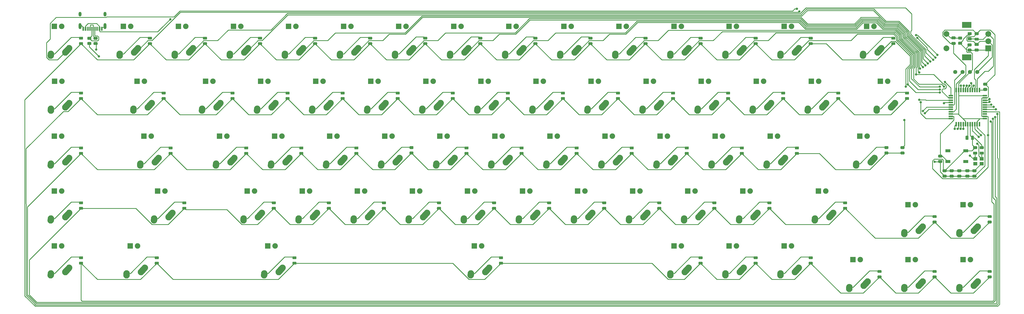
<source format=gbr>
%TF.GenerationSoftware,KiCad,Pcbnew,(5.1.9)-1*%
%TF.CreationDate,2021-07-14T13:00:10-07:00*%
%TF.ProjectId,unsplit-keyboard,756e7370-6c69-4742-9d6b-6579626f6172,rev?*%
%TF.SameCoordinates,Original*%
%TF.FileFunction,Copper,L2,Bot*%
%TF.FilePolarity,Positive*%
%FSLAX46Y46*%
G04 Gerber Fmt 4.6, Leading zero omitted, Abs format (unit mm)*
G04 Created by KiCad (PCBNEW (5.1.9)-1) date 2021-07-14 13:00:10*
%MOMM*%
%LPD*%
G01*
G04 APERTURE LIST*
%TA.AperFunction,SMDPad,CuDef*%
%ADD10R,0.600000X1.450000*%
%TD*%
%TA.AperFunction,SMDPad,CuDef*%
%ADD11R,0.300000X1.450000*%
%TD*%
%TA.AperFunction,ComponentPad*%
%ADD12O,1.000000X2.100000*%
%TD*%
%TA.AperFunction,ComponentPad*%
%ADD13O,1.000000X1.600000*%
%TD*%
%TA.AperFunction,SMDPad,CuDef*%
%ADD14R,1.500000X0.500000*%
%TD*%
%TA.AperFunction,SMDPad,CuDef*%
%ADD15R,0.500000X1.500000*%
%TD*%
%TA.AperFunction,ComponentPad*%
%ADD16R,1.905000X1.905000*%
%TD*%
%TA.AperFunction,ComponentPad*%
%ADD17C,1.905000*%
%TD*%
%TA.AperFunction,ComponentPad*%
%ADD18C,2.250000*%
%TD*%
%TA.AperFunction,ComponentPad*%
%ADD19C,2.000000*%
%TD*%
%TA.AperFunction,ComponentPad*%
%ADD20R,3.200000X2.000000*%
%TD*%
%TA.AperFunction,ComponentPad*%
%ADD21R,2.000000X2.000000*%
%TD*%
%TA.AperFunction,SMDPad,CuDef*%
%ADD22R,1.400000X1.200000*%
%TD*%
%TA.AperFunction,SMDPad,CuDef*%
%ADD23R,1.800000X1.100000*%
%TD*%
%TA.AperFunction,ComponentPad*%
%ADD24C,1.397000*%
%TD*%
%TA.AperFunction,ViaPad*%
%ADD25C,0.800000*%
%TD*%
%TA.AperFunction,Conductor*%
%ADD26C,0.250000*%
%TD*%
G04 APERTURE END LIST*
D10*
%TO.P,USB1,12*%
%TO.N,GND*%
X40531250Y-21188750D03*
%TO.P,USB1,1*%
X34081250Y-21188750D03*
%TO.P,USB1,11*%
%TO.N,VCC*%
X39756250Y-21188750D03*
%TO.P,USB1,2*%
X34856250Y-21188750D03*
D11*
%TO.P,USB1,3*%
%TO.N,Net-(USB1-Pad3)*%
X35556250Y-21188750D03*
%TO.P,USB1,10*%
%TO.N,Net-(USB1-Pad10)*%
X39056250Y-21188750D03*
%TO.P,USB1,4*%
%TO.N,Net-(USB1-Pad4)*%
X36056250Y-21188750D03*
%TO.P,USB1,9*%
%TO.N,Net-(USB1-Pad9)*%
X38556250Y-21188750D03*
%TO.P,USB1,5*%
%TO.N,Net-(R2-Pad2)*%
X36556250Y-21188750D03*
%TO.P,USB1,8*%
%TO.N,Net-(R3-Pad2)*%
X38056250Y-21188750D03*
%TO.P,USB1,7*%
%TO.N,Net-(R2-Pad2)*%
X37556250Y-21188750D03*
%TO.P,USB1,6*%
%TO.N,Net-(R3-Pad2)*%
X37056250Y-21188750D03*
D12*
%TO.P,USB1,13*%
%TO.N,GND*%
X32986250Y-20273750D03*
X41626250Y-20273750D03*
D13*
X32986250Y-16093750D03*
X41626250Y-16093750D03*
%TD*%
D14*
%TO.P,U1,44*%
%TO.N,VCC*%
X346006000Y-52387000D03*
%TO.P,U1,43*%
%TO.N,GND*%
X346006000Y-51587000D03*
%TO.P,U1,42*%
%TO.N,Net-(U1-Pad42)*%
X346006000Y-50787000D03*
%TO.P,U1,41*%
%TO.N,ROW0*%
X346006000Y-49987000D03*
%TO.P,U1,40*%
%TO.N,ROW1*%
X346006000Y-49187000D03*
%TO.P,U1,39*%
%TO.N,ROW2*%
X346006000Y-48387000D03*
%TO.P,U1,38*%
%TO.N,ROW3*%
X346006000Y-47587000D03*
%TO.P,U1,37*%
%TO.N,ROW4*%
X346006000Y-46787000D03*
%TO.P,U1,36*%
%TO.N,COL14*%
X346006000Y-45987000D03*
%TO.P,U1,35*%
%TO.N,GND*%
X346006000Y-45187000D03*
%TO.P,U1,34*%
%TO.N,VCC*%
X346006000Y-44387000D03*
D15*
%TO.P,U1,33*%
%TO.N,Net-(R7-Pad2)*%
X344106000Y-42487000D03*
%TO.P,U1,32*%
%TO.N,ROT_B*%
X343306000Y-42487000D03*
%TO.P,U1,31*%
%TO.N,ROT_A*%
X342506000Y-42487000D03*
%TO.P,U1,30*%
%TO.N,COL6*%
X341706000Y-42487000D03*
%TO.P,U1,29*%
%TO.N,COL5*%
X340906000Y-42487000D03*
%TO.P,U1,28*%
%TO.N,COL4*%
X340106000Y-42487000D03*
%TO.P,U1,27*%
%TO.N,COL13*%
X339306000Y-42487000D03*
%TO.P,U1,26*%
%TO.N,COL12*%
X338506000Y-42487000D03*
%TO.P,U1,25*%
%TO.N,COL10*%
X337706000Y-42487000D03*
%TO.P,U1,24*%
%TO.N,VCC*%
X336906000Y-42487000D03*
%TO.P,U1,23*%
%TO.N,GND*%
X336106000Y-42487000D03*
D14*
%TO.P,U1,22*%
%TO.N,COL11*%
X334206000Y-44387000D03*
%TO.P,U1,21*%
%TO.N,COL9*%
X334206000Y-45187000D03*
%TO.P,U1,20*%
%TO.N,COL8*%
X334206000Y-45987000D03*
%TO.P,U1,19*%
%TO.N,SDA*%
X334206000Y-46787000D03*
%TO.P,U1,18*%
%TO.N,SCL*%
X334206000Y-47587000D03*
%TO.P,U1,17*%
%TO.N,XTAL1*%
X334206000Y-48387000D03*
%TO.P,U1,16*%
%TO.N,XTAL2*%
X334206000Y-49187000D03*
%TO.P,U1,15*%
%TO.N,GND*%
X334206000Y-49987000D03*
%TO.P,U1,14*%
%TO.N,VCC*%
X334206000Y-50787000D03*
%TO.P,U1,13*%
%TO.N,RESET*%
X334206000Y-51587000D03*
%TO.P,U1,12*%
%TO.N,COL7*%
X334206000Y-52387000D03*
D15*
%TO.P,U1,11*%
%TO.N,COL3*%
X336106000Y-54287000D03*
%TO.P,U1,10*%
%TO.N,COL2*%
X336906000Y-54287000D03*
%TO.P,U1,9*%
%TO.N,COL1*%
X337706000Y-54287000D03*
%TO.P,U1,8*%
%TO.N,COL0*%
X338506000Y-54287000D03*
%TO.P,U1,7*%
%TO.N,VCC*%
X339306000Y-54287000D03*
%TO.P,U1,6*%
%TO.N,Net-(C11-Pad2)*%
X340106000Y-54287000D03*
%TO.P,U1,5*%
%TO.N,GND*%
X340906000Y-54287000D03*
%TO.P,U1,4*%
%TO.N,D+*%
X341706000Y-54287000D03*
%TO.P,U1,3*%
%TO.N,D-*%
X342506000Y-54287000D03*
%TO.P,U1,2*%
%TO.N,VCC*%
X343306000Y-54287000D03*
%TO.P,U1,1*%
%TO.N,Net-(U1-Pad1)*%
X344106000Y-54287000D03*
%TD*%
D16*
%TO.P,MX30,4*%
%TO.N,N/C*%
X309821580Y-39370000D03*
D17*
%TO.P,MX30,3*%
X312361580Y-39370000D03*
D18*
%TO.P,MX30,1*%
%TO.N,COL14*%
X313591580Y-48450000D03*
%TA.AperFunction,ComponentPad*%
G36*
G01*
X315654352Y-46153962D02*
X315652897Y-46152655D01*
G75*
G02*
X315738925Y-47741317I-751317J-837345D01*
G01*
X314428923Y-49201317D01*
G75*
G02*
X312840261Y-49287345I-837345J751317D01*
G01*
X312840261Y-49287345D01*
G75*
G02*
X312754233Y-47698683I751317J837345D01*
G01*
X314064235Y-46238683D01*
G75*
G02*
X315652897Y-46152655I837345J-751317D01*
G01*
G37*
%TD.AperFunction*%
%TO.P,MX30,2*%
%TO.N,Net-(D30-Pad1)*%
X308551580Y-49530000D03*
%TA.AperFunction,ComponentPad*%
G36*
G01*
X308670056Y-47827740D02*
X308668983Y-47827666D01*
G75*
G02*
X309713914Y-49027403I-77403J-1122334D01*
G01*
X309673914Y-49607403D01*
G75*
G02*
X308474177Y-50652334I-1122334J77403D01*
G01*
X308474177Y-50652334D01*
G75*
G02*
X307429246Y-49452597I77403J1122334D01*
G01*
X307469246Y-48872597D01*
G75*
G02*
X308668983Y-47827666I1122334J-77403D01*
G01*
G37*
%TD.AperFunction*%
%TD*%
%TO.P,MX44,2*%
%TO.N,Net-(D44-Pad1)*%
%TA.AperFunction,ComponentPad*%
G36*
G01*
X301584726Y-66877740D02*
X301583653Y-66877666D01*
G75*
G02*
X302628584Y-68077403I-77403J-1122334D01*
G01*
X302588584Y-68657403D01*
G75*
G02*
X301388847Y-69702334I-1122334J77403D01*
G01*
X301388847Y-69702334D01*
G75*
G02*
X300343916Y-68502597I77403J1122334D01*
G01*
X300383916Y-67922597D01*
G75*
G02*
X301583653Y-66877666I1122334J-77403D01*
G01*
G37*
%TD.AperFunction*%
X301466250Y-68580000D03*
%TO.P,MX44,1*%
%TO.N,COL13*%
%TA.AperFunction,ComponentPad*%
G36*
G01*
X308569022Y-65203962D02*
X308567567Y-65202655D01*
G75*
G02*
X308653595Y-66791317I-751317J-837345D01*
G01*
X307343593Y-68251317D01*
G75*
G02*
X305754931Y-68337345I-837345J751317D01*
G01*
X305754931Y-68337345D01*
G75*
G02*
X305668903Y-66748683I751317J837345D01*
G01*
X306978905Y-65288683D01*
G75*
G02*
X308567567Y-65202655I837345J-751317D01*
G01*
G37*
%TD.AperFunction*%
X306506250Y-67500000D03*
D17*
%TO.P,MX44,3*%
%TO.N,N/C*%
X305276250Y-58420000D03*
D16*
%TO.P,MX44,4*%
X302736250Y-58420000D03*
%TD*%
D19*
%TO.P,ENC1,S1*%
%TO.N,COL14*%
X332718000Y-22990800D03*
%TO.P,ENC1,S2*%
%TO.N,R_ENC*%
X332718000Y-27990800D03*
D20*
%TO.P,ENC1,MP*%
%TO.N,N/C*%
X339718000Y-19890800D03*
X339718000Y-31090800D03*
D19*
%TO.P,ENC1,B*%
%TO.N,ROT_B*%
X347218000Y-22990800D03*
%TO.P,ENC1,C*%
%TO.N,GND*%
X347218000Y-25490800D03*
D21*
%TO.P,ENC1,A*%
%TO.N,ROT_A*%
X347218000Y-27990800D03*
%TD*%
%TO.P,C3,1*%
%TO.N,COL14*%
%TA.AperFunction,SMDPad,CuDef*%
G36*
G01*
X334678000Y-23873800D02*
X335628000Y-23873800D01*
G75*
G02*
X335878000Y-24123800I0J-250000D01*
G01*
X335878000Y-24623800D01*
G75*
G02*
X335628000Y-24873800I-250000J0D01*
G01*
X334678000Y-24873800D01*
G75*
G02*
X334428000Y-24623800I0J250000D01*
G01*
X334428000Y-24123800D01*
G75*
G02*
X334678000Y-23873800I250000J0D01*
G01*
G37*
%TD.AperFunction*%
%TO.P,C3,2*%
%TO.N,GND*%
%TA.AperFunction,SMDPad,CuDef*%
G36*
G01*
X334678000Y-25773800D02*
X335628000Y-25773800D01*
G75*
G02*
X335878000Y-26023800I0J-250000D01*
G01*
X335878000Y-26523800D01*
G75*
G02*
X335628000Y-26773800I-250000J0D01*
G01*
X334678000Y-26773800D01*
G75*
G02*
X334428000Y-26523800I0J250000D01*
G01*
X334428000Y-26023800D01*
G75*
G02*
X334678000Y-25773800I250000J0D01*
G01*
G37*
%TD.AperFunction*%
%TD*%
%TO.P,C10,1*%
%TO.N,GND*%
%TA.AperFunction,SMDPad,CuDef*%
G36*
G01*
X342679000Y-22406550D02*
X343629000Y-22406550D01*
G75*
G02*
X343879000Y-22656550I0J-250000D01*
G01*
X343879000Y-23156550D01*
G75*
G02*
X343629000Y-23406550I-250000J0D01*
G01*
X342679000Y-23406550D01*
G75*
G02*
X342429000Y-23156550I0J250000D01*
G01*
X342429000Y-22656550D01*
G75*
G02*
X342679000Y-22406550I250000J0D01*
G01*
G37*
%TD.AperFunction*%
%TO.P,C10,2*%
%TO.N,ROT_B*%
%TA.AperFunction,SMDPad,CuDef*%
G36*
G01*
X342679000Y-24306550D02*
X343629000Y-24306550D01*
G75*
G02*
X343879000Y-24556550I0J-250000D01*
G01*
X343879000Y-25056550D01*
G75*
G02*
X343629000Y-25306550I-250000J0D01*
G01*
X342679000Y-25306550D01*
G75*
G02*
X342429000Y-25056550I0J250000D01*
G01*
X342429000Y-24556550D01*
G75*
G02*
X342679000Y-24306550I250000J0D01*
G01*
G37*
%TD.AperFunction*%
%TD*%
%TO.P,C9,1*%
%TO.N,ROT_A*%
%TA.AperFunction,SMDPad,CuDef*%
G36*
G01*
X343629000Y-29059800D02*
X342679000Y-29059800D01*
G75*
G02*
X342429000Y-28809800I0J250000D01*
G01*
X342429000Y-28309800D01*
G75*
G02*
X342679000Y-28059800I250000J0D01*
G01*
X343629000Y-28059800D01*
G75*
G02*
X343879000Y-28309800I0J-250000D01*
G01*
X343879000Y-28809800D01*
G75*
G02*
X343629000Y-29059800I-250000J0D01*
G01*
G37*
%TD.AperFunction*%
%TO.P,C9,2*%
%TO.N,GND*%
%TA.AperFunction,SMDPad,CuDef*%
G36*
G01*
X343629000Y-27159800D02*
X342679000Y-27159800D01*
G75*
G02*
X342429000Y-26909800I0J250000D01*
G01*
X342429000Y-26409800D01*
G75*
G02*
X342679000Y-26159800I250000J0D01*
G01*
X343629000Y-26159800D01*
G75*
G02*
X343879000Y-26409800I0J-250000D01*
G01*
X343879000Y-26909800D01*
G75*
G02*
X343629000Y-27159800I-250000J0D01*
G01*
G37*
%TD.AperFunction*%
%TD*%
%TO.P,R5,1*%
%TO.N,VCC*%
%TA.AperFunction,SMDPad,CuDef*%
G36*
G01*
X340253748Y-26278300D02*
X341153752Y-26278300D01*
G75*
G02*
X341403750Y-26528298I0J-249998D01*
G01*
X341403750Y-27053302D01*
G75*
G02*
X341153752Y-27303300I-249998J0D01*
G01*
X340253748Y-27303300D01*
G75*
G02*
X340003750Y-27053302I0J249998D01*
G01*
X340003750Y-26528298D01*
G75*
G02*
X340253748Y-26278300I249998J0D01*
G01*
G37*
%TD.AperFunction*%
%TO.P,R5,2*%
%TO.N,ROT_A*%
%TA.AperFunction,SMDPad,CuDef*%
G36*
G01*
X340253748Y-28103300D02*
X341153752Y-28103300D01*
G75*
G02*
X341403750Y-28353298I0J-249998D01*
G01*
X341403750Y-28878302D01*
G75*
G02*
X341153752Y-29128300I-249998J0D01*
G01*
X340253748Y-29128300D01*
G75*
G02*
X340003750Y-28878302I0J249998D01*
G01*
X340003750Y-28353298D01*
G75*
G02*
X340253748Y-28103300I249998J0D01*
G01*
G37*
%TD.AperFunction*%
%TD*%
%TO.P,R6,1*%
%TO.N,ROT_B*%
%TA.AperFunction,SMDPad,CuDef*%
G36*
G01*
X341191002Y-25224800D02*
X340290998Y-25224800D01*
G75*
G02*
X340041000Y-24974802I0J249998D01*
G01*
X340041000Y-24449798D01*
G75*
G02*
X340290998Y-24199800I249998J0D01*
G01*
X341191002Y-24199800D01*
G75*
G02*
X341441000Y-24449798I0J-249998D01*
G01*
X341441000Y-24974802D01*
G75*
G02*
X341191002Y-25224800I-249998J0D01*
G01*
G37*
%TD.AperFunction*%
%TO.P,R6,2*%
%TO.N,VCC*%
%TA.AperFunction,SMDPad,CuDef*%
G36*
G01*
X341191002Y-23399800D02*
X340290998Y-23399800D01*
G75*
G02*
X340041000Y-23149802I0J249998D01*
G01*
X340041000Y-22624798D01*
G75*
G02*
X340290998Y-22374800I249998J0D01*
G01*
X341191002Y-22374800D01*
G75*
G02*
X341441000Y-22624798I0J-249998D01*
G01*
X341441000Y-23149802D01*
G75*
G02*
X341191002Y-23399800I-249998J0D01*
G01*
G37*
%TD.AperFunction*%
%TD*%
%TO.P,R4,1*%
%TO.N,COL14*%
%TA.AperFunction,SMDPad,CuDef*%
G36*
G01*
X336988998Y-23898800D02*
X337889002Y-23898800D01*
G75*
G02*
X338139000Y-24148798I0J-249998D01*
G01*
X338139000Y-24673802D01*
G75*
G02*
X337889002Y-24923800I-249998J0D01*
G01*
X336988998Y-24923800D01*
G75*
G02*
X336739000Y-24673802I0J249998D01*
G01*
X336739000Y-24148798D01*
G75*
G02*
X336988998Y-23898800I249998J0D01*
G01*
G37*
%TD.AperFunction*%
%TO.P,R4,2*%
%TO.N,VCC*%
%TA.AperFunction,SMDPad,CuDef*%
G36*
G01*
X336988998Y-25723800D02*
X337889002Y-25723800D01*
G75*
G02*
X338139000Y-25973798I0J-249998D01*
G01*
X338139000Y-26498802D01*
G75*
G02*
X337889002Y-26748800I-249998J0D01*
G01*
X336988998Y-26748800D01*
G75*
G02*
X336739000Y-26498802I0J249998D01*
G01*
X336739000Y-25973798D01*
G75*
G02*
X336988998Y-25723800I249998J0D01*
G01*
G37*
%TD.AperFunction*%
%TD*%
%TO.P,MX2,2*%
%TO.N,Net-(D2-Pad1)*%
%TA.AperFunction,ComponentPad*%
G36*
G01*
X46790976Y-28777740D02*
X46789903Y-28777666D01*
G75*
G02*
X47834834Y-29977403I-77403J-1122334D01*
G01*
X47794834Y-30557403D01*
G75*
G02*
X46595097Y-31602334I-1122334J77403D01*
G01*
X46595097Y-31602334D01*
G75*
G02*
X45550166Y-30402597I77403J1122334D01*
G01*
X45590166Y-29822597D01*
G75*
G02*
X46789903Y-28777666I1122334J-77403D01*
G01*
G37*
%TD.AperFunction*%
D18*
X46672500Y-30480000D03*
%TO.P,MX2,1*%
%TO.N,COL1*%
%TA.AperFunction,ComponentPad*%
G36*
G01*
X53775272Y-27103962D02*
X53773817Y-27102655D01*
G75*
G02*
X53859845Y-28691317I-751317J-837345D01*
G01*
X52549843Y-30151317D01*
G75*
G02*
X50961181Y-30237345I-837345J751317D01*
G01*
X50961181Y-30237345D01*
G75*
G02*
X50875153Y-28648683I751317J837345D01*
G01*
X52185155Y-27188683D01*
G75*
G02*
X53773817Y-27102655I837345J-751317D01*
G01*
G37*
%TD.AperFunction*%
X51712500Y-29400000D03*
D17*
%TO.P,MX2,3*%
%TO.N,N/C*%
X50482500Y-20320000D03*
D16*
%TO.P,MX2,4*%
X47942500Y-20320000D03*
%TD*%
D22*
%TO.P,X1,1*%
%TO.N,XTAL1*%
X342663600Y-66358400D03*
%TO.P,X1,2*%
%TO.N,XTAL2*%
X344863600Y-66358400D03*
%TO.P,X1,3*%
%TO.N,GND*%
X344863600Y-68058400D03*
%TO.P,X1,4*%
%TO.N,N/C*%
X342663600Y-68058400D03*
%TD*%
D23*
%TO.P,SW1,4*%
%TO.N,N/C*%
X333170600Y-63580400D03*
%TO.P,SW1,3*%
X339370600Y-67280400D03*
%TO.P,SW1,2*%
%TO.N,RESET*%
X333170600Y-67280400D03*
%TO.P,SW1,1*%
%TO.N,GND*%
X339370600Y-63580400D03*
%TD*%
%TO.P,R7,1*%
%TO.N,GND*%
%TA.AperFunction,SMDPad,CuDef*%
G36*
G01*
X345663098Y-39911600D02*
X346563102Y-39911600D01*
G75*
G02*
X346813100Y-40161598I0J-249998D01*
G01*
X346813100Y-40686602D01*
G75*
G02*
X346563102Y-40936600I-249998J0D01*
G01*
X345663098Y-40936600D01*
G75*
G02*
X345413100Y-40686602I0J249998D01*
G01*
X345413100Y-40161598D01*
G75*
G02*
X345663098Y-39911600I249998J0D01*
G01*
G37*
%TD.AperFunction*%
%TO.P,R7,2*%
%TO.N,Net-(R7-Pad2)*%
%TA.AperFunction,SMDPad,CuDef*%
G36*
G01*
X345663098Y-41736600D02*
X346563102Y-41736600D01*
G75*
G02*
X346813100Y-41986598I0J-249998D01*
G01*
X346813100Y-42511602D01*
G75*
G02*
X346563102Y-42761600I-249998J0D01*
G01*
X345663098Y-42761600D01*
G75*
G02*
X345413100Y-42511602I0J249998D01*
G01*
X345413100Y-41986598D01*
G75*
G02*
X345663098Y-41736600I249998J0D01*
G01*
G37*
%TD.AperFunction*%
%TD*%
%TO.P,R3,1*%
%TO.N,D+*%
%TA.AperFunction,SMDPad,CuDef*%
G36*
G01*
X36645002Y-26825000D02*
X35744998Y-26825000D01*
G75*
G02*
X35495000Y-26575002I0J249998D01*
G01*
X35495000Y-26049998D01*
G75*
G02*
X35744998Y-25800000I249998J0D01*
G01*
X36645002Y-25800000D01*
G75*
G02*
X36895000Y-26049998I0J-249998D01*
G01*
X36895000Y-26575002D01*
G75*
G02*
X36645002Y-26825000I-249998J0D01*
G01*
G37*
%TD.AperFunction*%
%TO.P,R3,2*%
%TO.N,Net-(R3-Pad2)*%
%TA.AperFunction,SMDPad,CuDef*%
G36*
G01*
X36645002Y-25000000D02*
X35744998Y-25000000D01*
G75*
G02*
X35495000Y-24750002I0J249998D01*
G01*
X35495000Y-24224998D01*
G75*
G02*
X35744998Y-23975000I249998J0D01*
G01*
X36645002Y-23975000D01*
G75*
G02*
X36895000Y-24224998I0J-249998D01*
G01*
X36895000Y-24750002D01*
G75*
G02*
X36645002Y-25000000I-249998J0D01*
G01*
G37*
%TD.AperFunction*%
%TD*%
%TO.P,R2,1*%
%TO.N,D-*%
%TA.AperFunction,SMDPad,CuDef*%
G36*
G01*
X38804002Y-26825000D02*
X37903998Y-26825000D01*
G75*
G02*
X37654000Y-26575002I0J249998D01*
G01*
X37654000Y-26049998D01*
G75*
G02*
X37903998Y-25800000I249998J0D01*
G01*
X38804002Y-25800000D01*
G75*
G02*
X39054000Y-26049998I0J-249998D01*
G01*
X39054000Y-26575002D01*
G75*
G02*
X38804002Y-26825000I-249998J0D01*
G01*
G37*
%TD.AperFunction*%
%TO.P,R2,2*%
%TO.N,Net-(R2-Pad2)*%
%TA.AperFunction,SMDPad,CuDef*%
G36*
G01*
X38804002Y-25000000D02*
X37903998Y-25000000D01*
G75*
G02*
X37654000Y-24750002I0J249998D01*
G01*
X37654000Y-24224998D01*
G75*
G02*
X37903998Y-23975000I249998J0D01*
G01*
X38804002Y-23975000D01*
G75*
G02*
X39054000Y-24224998I0J-249998D01*
G01*
X39054000Y-24750002D01*
G75*
G02*
X38804002Y-25000000I-249998J0D01*
G01*
G37*
%TD.AperFunction*%
%TD*%
%TO.P,R1,2*%
%TO.N,VCC*%
%TA.AperFunction,SMDPad,CuDef*%
G36*
G01*
X330105598Y-66719400D02*
X331005602Y-66719400D01*
G75*
G02*
X331255600Y-66969398I0J-249998D01*
G01*
X331255600Y-67494402D01*
G75*
G02*
X331005602Y-67744400I-249998J0D01*
G01*
X330105598Y-67744400D01*
G75*
G02*
X329855600Y-67494402I0J249998D01*
G01*
X329855600Y-66969398D01*
G75*
G02*
X330105598Y-66719400I249998J0D01*
G01*
G37*
%TD.AperFunction*%
%TO.P,R1,1*%
%TO.N,RESET*%
%TA.AperFunction,SMDPad,CuDef*%
G36*
G01*
X330105598Y-64894400D02*
X331005602Y-64894400D01*
G75*
G02*
X331255600Y-65144398I0J-249998D01*
G01*
X331255600Y-65669402D01*
G75*
G02*
X331005602Y-65919400I-249998J0D01*
G01*
X330105598Y-65919400D01*
G75*
G02*
X329855600Y-65669402I0J249998D01*
G01*
X329855600Y-65144398D01*
G75*
G02*
X330105598Y-64894400I249998J0D01*
G01*
G37*
%TD.AperFunction*%
%TD*%
D24*
%TO.P,OL1,4*%
%TO.N,GND*%
X343408000Y-36195000D03*
%TO.P,OL1,3*%
%TO.N,VCC*%
X340868000Y-36195000D03*
%TO.P,OL1,2*%
%TO.N,SCL*%
X338328000Y-36195000D03*
%TO.P,OL1,1*%
%TO.N,SDA*%
X335788000Y-36195000D03*
%TD*%
%TO.P,MX69,2*%
%TO.N,Net-(D69-Pad1)*%
%TA.AperFunction,ComponentPad*%
G36*
G01*
X337303476Y-109740240D02*
X337302403Y-109740166D01*
G75*
G02*
X338347334Y-110939903I-77403J-1122334D01*
G01*
X338307334Y-111519903D01*
G75*
G02*
X337107597Y-112564834I-1122334J77403D01*
G01*
X337107597Y-112564834D01*
G75*
G02*
X336062666Y-111365097I77403J1122334D01*
G01*
X336102666Y-110785097D01*
G75*
G02*
X337302403Y-109740166I1122334J-77403D01*
G01*
G37*
%TD.AperFunction*%
D18*
X337185000Y-111442500D03*
%TO.P,MX69,1*%
%TO.N,COL14*%
%TA.AperFunction,ComponentPad*%
G36*
G01*
X344287772Y-108066462D02*
X344286317Y-108065155D01*
G75*
G02*
X344372345Y-109653817I-751317J-837345D01*
G01*
X343062343Y-111113817D01*
G75*
G02*
X341473681Y-111199845I-837345J751317D01*
G01*
X341473681Y-111199845D01*
G75*
G02*
X341387653Y-109611183I751317J837345D01*
G01*
X342697655Y-108151183D01*
G75*
G02*
X344286317Y-108065155I837345J-751317D01*
G01*
G37*
%TD.AperFunction*%
X342225000Y-110362500D03*
D17*
%TO.P,MX69,3*%
%TO.N,N/C*%
X340995000Y-101282500D03*
D16*
%TO.P,MX69,4*%
X338455000Y-101282500D03*
%TD*%
%TO.P,MX68,2*%
%TO.N,Net-(D68-Pad1)*%
%TA.AperFunction,ComponentPad*%
G36*
G01*
X318253476Y-109740240D02*
X318252403Y-109740166D01*
G75*
G02*
X319297334Y-110939903I-77403J-1122334D01*
G01*
X319257334Y-111519903D01*
G75*
G02*
X318057597Y-112564834I-1122334J77403D01*
G01*
X318057597Y-112564834D01*
G75*
G02*
X317012666Y-111365097I77403J1122334D01*
G01*
X317052666Y-110785097D01*
G75*
G02*
X318252403Y-109740166I1122334J-77403D01*
G01*
G37*
%TD.AperFunction*%
D18*
X318135000Y-111442500D03*
%TO.P,MX68,1*%
%TO.N,COL13*%
%TA.AperFunction,ComponentPad*%
G36*
G01*
X325237772Y-108066462D02*
X325236317Y-108065155D01*
G75*
G02*
X325322345Y-109653817I-751317J-837345D01*
G01*
X324012343Y-111113817D01*
G75*
G02*
X322423681Y-111199845I-837345J751317D01*
G01*
X322423681Y-111199845D01*
G75*
G02*
X322337653Y-109611183I751317J837345D01*
G01*
X323647655Y-108151183D01*
G75*
G02*
X325236317Y-108065155I837345J-751317D01*
G01*
G37*
%TD.AperFunction*%
X323175000Y-110362500D03*
D17*
%TO.P,MX68,3*%
%TO.N,N/C*%
X321945000Y-101282500D03*
D16*
%TO.P,MX68,4*%
X319405000Y-101282500D03*
%TD*%
%TO.P,MX67,2*%
%TO.N,Net-(D67-Pad1)*%
%TA.AperFunction,ComponentPad*%
G36*
G01*
X299203476Y-109740240D02*
X299202403Y-109740166D01*
G75*
G02*
X300247334Y-110939903I-77403J-1122334D01*
G01*
X300207334Y-111519903D01*
G75*
G02*
X299007597Y-112564834I-1122334J77403D01*
G01*
X299007597Y-112564834D01*
G75*
G02*
X297962666Y-111365097I77403J1122334D01*
G01*
X298002666Y-110785097D01*
G75*
G02*
X299202403Y-109740166I1122334J-77403D01*
G01*
G37*
%TD.AperFunction*%
D18*
X299085000Y-111442500D03*
%TO.P,MX67,1*%
%TO.N,COL12*%
%TA.AperFunction,ComponentPad*%
G36*
G01*
X306187772Y-108066462D02*
X306186317Y-108065155D01*
G75*
G02*
X306272345Y-109653817I-751317J-837345D01*
G01*
X304962343Y-111113817D01*
G75*
G02*
X303373681Y-111199845I-837345J751317D01*
G01*
X303373681Y-111199845D01*
G75*
G02*
X303287653Y-109611183I751317J837345D01*
G01*
X304597655Y-108151183D01*
G75*
G02*
X306186317Y-108065155I837345J-751317D01*
G01*
G37*
%TD.AperFunction*%
X304125000Y-110362500D03*
D17*
%TO.P,MX67,3*%
%TO.N,N/C*%
X302895000Y-101282500D03*
D16*
%TO.P,MX67,4*%
X300355000Y-101282500D03*
%TD*%
%TO.P,MX66,2*%
%TO.N,Net-(D66-Pad1)*%
%TA.AperFunction,ComponentPad*%
G36*
G01*
X275390976Y-104977740D02*
X275389903Y-104977666D01*
G75*
G02*
X276434834Y-106177403I-77403J-1122334D01*
G01*
X276394834Y-106757403D01*
G75*
G02*
X275195097Y-107802334I-1122334J77403D01*
G01*
X275195097Y-107802334D01*
G75*
G02*
X274150166Y-106602597I77403J1122334D01*
G01*
X274190166Y-106022597D01*
G75*
G02*
X275389903Y-104977666I1122334J-77403D01*
G01*
G37*
%TD.AperFunction*%
D18*
X275272500Y-106680000D03*
%TO.P,MX66,1*%
%TO.N,COL11*%
%TA.AperFunction,ComponentPad*%
G36*
G01*
X282375272Y-103303962D02*
X282373817Y-103302655D01*
G75*
G02*
X282459845Y-104891317I-751317J-837345D01*
G01*
X281149843Y-106351317D01*
G75*
G02*
X279561181Y-106437345I-837345J751317D01*
G01*
X279561181Y-106437345D01*
G75*
G02*
X279475153Y-104848683I751317J837345D01*
G01*
X280785155Y-103388683D01*
G75*
G02*
X282373817Y-103302655I837345J-751317D01*
G01*
G37*
%TD.AperFunction*%
X280312500Y-105600000D03*
D17*
%TO.P,MX66,3*%
%TO.N,N/C*%
X279082500Y-96520000D03*
D16*
%TO.P,MX66,4*%
X276542500Y-96520000D03*
%TD*%
%TO.P,MX65,2*%
%TO.N,Net-(D65-Pad1)*%
%TA.AperFunction,ComponentPad*%
G36*
G01*
X256340976Y-104977740D02*
X256339903Y-104977666D01*
G75*
G02*
X257384834Y-106177403I-77403J-1122334D01*
G01*
X257344834Y-106757403D01*
G75*
G02*
X256145097Y-107802334I-1122334J77403D01*
G01*
X256145097Y-107802334D01*
G75*
G02*
X255100166Y-106602597I77403J1122334D01*
G01*
X255140166Y-106022597D01*
G75*
G02*
X256339903Y-104977666I1122334J-77403D01*
G01*
G37*
%TD.AperFunction*%
D18*
X256222500Y-106680000D03*
%TO.P,MX65,1*%
%TO.N,COL10*%
%TA.AperFunction,ComponentPad*%
G36*
G01*
X263325272Y-103303962D02*
X263323817Y-103302655D01*
G75*
G02*
X263409845Y-104891317I-751317J-837345D01*
G01*
X262099843Y-106351317D01*
G75*
G02*
X260511181Y-106437345I-837345J751317D01*
G01*
X260511181Y-106437345D01*
G75*
G02*
X260425153Y-104848683I751317J837345D01*
G01*
X261735155Y-103388683D01*
G75*
G02*
X263323817Y-103302655I837345J-751317D01*
G01*
G37*
%TD.AperFunction*%
X261262500Y-105600000D03*
D17*
%TO.P,MX65,3*%
%TO.N,N/C*%
X260032500Y-96520000D03*
D16*
%TO.P,MX65,4*%
X257492500Y-96520000D03*
%TD*%
%TO.P,MX64,2*%
%TO.N,Net-(D64-Pad1)*%
%TA.AperFunction,ComponentPad*%
G36*
G01*
X237290976Y-104977740D02*
X237289903Y-104977666D01*
G75*
G02*
X238334834Y-106177403I-77403J-1122334D01*
G01*
X238294834Y-106757403D01*
G75*
G02*
X237095097Y-107802334I-1122334J77403D01*
G01*
X237095097Y-107802334D01*
G75*
G02*
X236050166Y-106602597I77403J1122334D01*
G01*
X236090166Y-106022597D01*
G75*
G02*
X237289903Y-104977666I1122334J-77403D01*
G01*
G37*
%TD.AperFunction*%
D18*
X237172500Y-106680000D03*
%TO.P,MX64,1*%
%TO.N,COL9*%
%TA.AperFunction,ComponentPad*%
G36*
G01*
X244275272Y-103303962D02*
X244273817Y-103302655D01*
G75*
G02*
X244359845Y-104891317I-751317J-837345D01*
G01*
X243049843Y-106351317D01*
G75*
G02*
X241461181Y-106437345I-837345J751317D01*
G01*
X241461181Y-106437345D01*
G75*
G02*
X241375153Y-104848683I751317J837345D01*
G01*
X242685155Y-103388683D01*
G75*
G02*
X244273817Y-103302655I837345J-751317D01*
G01*
G37*
%TD.AperFunction*%
X242212500Y-105600000D03*
D17*
%TO.P,MX64,3*%
%TO.N,N/C*%
X240982500Y-96520000D03*
D16*
%TO.P,MX64,4*%
X238442500Y-96520000D03*
%TD*%
%TO.P,MX63,2*%
%TO.N,Net-(D63-Pad1)*%
%TA.AperFunction,ComponentPad*%
G36*
G01*
X168266476Y-104977740D02*
X168265403Y-104977666D01*
G75*
G02*
X169310334Y-106177403I-77403J-1122334D01*
G01*
X169270334Y-106757403D01*
G75*
G02*
X168070597Y-107802334I-1122334J77403D01*
G01*
X168070597Y-107802334D01*
G75*
G02*
X167025666Y-106602597I77403J1122334D01*
G01*
X167065666Y-106022597D01*
G75*
G02*
X168265403Y-104977666I1122334J-77403D01*
G01*
G37*
%TD.AperFunction*%
D18*
X168148000Y-106680000D03*
%TO.P,MX63,1*%
%TO.N,COL6*%
%TA.AperFunction,ComponentPad*%
G36*
G01*
X175250772Y-103303962D02*
X175249317Y-103302655D01*
G75*
G02*
X175335345Y-104891317I-751317J-837345D01*
G01*
X174025343Y-106351317D01*
G75*
G02*
X172436681Y-106437345I-837345J751317D01*
G01*
X172436681Y-106437345D01*
G75*
G02*
X172350653Y-104848683I751317J837345D01*
G01*
X173660655Y-103388683D01*
G75*
G02*
X175249317Y-103302655I837345J-751317D01*
G01*
G37*
%TD.AperFunction*%
X173188000Y-105600000D03*
D17*
%TO.P,MX63,3*%
%TO.N,N/C*%
X171958000Y-96520000D03*
D16*
%TO.P,MX63,4*%
X169418000Y-96520000D03*
%TD*%
%TO.P,MX62,2*%
%TO.N,Net-(D62-Pad1)*%
%TA.AperFunction,ComponentPad*%
G36*
G01*
X96797226Y-104977740D02*
X96796153Y-104977666D01*
G75*
G02*
X97841084Y-106177403I-77403J-1122334D01*
G01*
X97801084Y-106757403D01*
G75*
G02*
X96601347Y-107802334I-1122334J77403D01*
G01*
X96601347Y-107802334D01*
G75*
G02*
X95556416Y-106602597I77403J1122334D01*
G01*
X95596416Y-106022597D01*
G75*
G02*
X96796153Y-104977666I1122334J-77403D01*
G01*
G37*
%TD.AperFunction*%
D18*
X96678750Y-106680000D03*
%TO.P,MX62,1*%
%TO.N,COL3*%
%TA.AperFunction,ComponentPad*%
G36*
G01*
X103781522Y-103303962D02*
X103780067Y-103302655D01*
G75*
G02*
X103866095Y-104891317I-751317J-837345D01*
G01*
X102556093Y-106351317D01*
G75*
G02*
X100967431Y-106437345I-837345J751317D01*
G01*
X100967431Y-106437345D01*
G75*
G02*
X100881403Y-104848683I751317J837345D01*
G01*
X102191405Y-103388683D01*
G75*
G02*
X103780067Y-103302655I837345J-751317D01*
G01*
G37*
%TD.AperFunction*%
X101718750Y-105600000D03*
D17*
%TO.P,MX62,3*%
%TO.N,N/C*%
X100488750Y-96520000D03*
D16*
%TO.P,MX62,4*%
X97948750Y-96520000D03*
%TD*%
%TO.P,MX61,2*%
%TO.N,Net-(D61-Pad1)*%
%TA.AperFunction,ComponentPad*%
G36*
G01*
X49172226Y-104977740D02*
X49171153Y-104977666D01*
G75*
G02*
X50216084Y-106177403I-77403J-1122334D01*
G01*
X50176084Y-106757403D01*
G75*
G02*
X48976347Y-107802334I-1122334J77403D01*
G01*
X48976347Y-107802334D01*
G75*
G02*
X47931416Y-106602597I77403J1122334D01*
G01*
X47971416Y-106022597D01*
G75*
G02*
X49171153Y-104977666I1122334J-77403D01*
G01*
G37*
%TD.AperFunction*%
D18*
X49053750Y-106680000D03*
%TO.P,MX61,1*%
%TO.N,COL1*%
%TA.AperFunction,ComponentPad*%
G36*
G01*
X56156522Y-103303962D02*
X56155067Y-103302655D01*
G75*
G02*
X56241095Y-104891317I-751317J-837345D01*
G01*
X54931093Y-106351317D01*
G75*
G02*
X53342431Y-106437345I-837345J751317D01*
G01*
X53342431Y-106437345D01*
G75*
G02*
X53256403Y-104848683I751317J837345D01*
G01*
X54566405Y-103388683D01*
G75*
G02*
X56155067Y-103302655I837345J-751317D01*
G01*
G37*
%TD.AperFunction*%
X54093750Y-105600000D03*
D17*
%TO.P,MX61,3*%
%TO.N,N/C*%
X52863750Y-96520000D03*
D16*
%TO.P,MX61,4*%
X50323750Y-96520000D03*
%TD*%
%TO.P,MX60,2*%
%TO.N,Net-(D60-Pad1)*%
%TA.AperFunction,ComponentPad*%
G36*
G01*
X22978476Y-104977740D02*
X22977403Y-104977666D01*
G75*
G02*
X24022334Y-106177403I-77403J-1122334D01*
G01*
X23982334Y-106757403D01*
G75*
G02*
X22782597Y-107802334I-1122334J77403D01*
G01*
X22782597Y-107802334D01*
G75*
G02*
X21737666Y-106602597I77403J1122334D01*
G01*
X21777666Y-106022597D01*
G75*
G02*
X22977403Y-104977666I1122334J-77403D01*
G01*
G37*
%TD.AperFunction*%
D18*
X22860000Y-106680000D03*
%TO.P,MX60,1*%
%TO.N,COL0*%
%TA.AperFunction,ComponentPad*%
G36*
G01*
X29962772Y-103303962D02*
X29961317Y-103302655D01*
G75*
G02*
X30047345Y-104891317I-751317J-837345D01*
G01*
X28737343Y-106351317D01*
G75*
G02*
X27148681Y-106437345I-837345J751317D01*
G01*
X27148681Y-106437345D01*
G75*
G02*
X27062653Y-104848683I751317J837345D01*
G01*
X28372655Y-103388683D01*
G75*
G02*
X29961317Y-103302655I837345J-751317D01*
G01*
G37*
%TD.AperFunction*%
X27900000Y-105600000D03*
D17*
%TO.P,MX60,3*%
%TO.N,N/C*%
X26670000Y-96520000D03*
D16*
%TO.P,MX60,4*%
X24130000Y-96520000D03*
%TD*%
%TO.P,MX59,2*%
%TO.N,Net-(D59-Pad1)*%
%TA.AperFunction,ComponentPad*%
G36*
G01*
X337303476Y-90690240D02*
X337302403Y-90690166D01*
G75*
G02*
X338347334Y-91889903I-77403J-1122334D01*
G01*
X338307334Y-92469903D01*
G75*
G02*
X337107597Y-93514834I-1122334J77403D01*
G01*
X337107597Y-93514834D01*
G75*
G02*
X336062666Y-92315097I77403J1122334D01*
G01*
X336102666Y-91735097D01*
G75*
G02*
X337302403Y-90690166I1122334J-77403D01*
G01*
G37*
%TD.AperFunction*%
D18*
X337185000Y-92392500D03*
%TO.P,MX59,1*%
%TO.N,COL14*%
%TA.AperFunction,ComponentPad*%
G36*
G01*
X344287772Y-89016462D02*
X344286317Y-89015155D01*
G75*
G02*
X344372345Y-90603817I-751317J-837345D01*
G01*
X343062343Y-92063817D01*
G75*
G02*
X341473681Y-92149845I-837345J751317D01*
G01*
X341473681Y-92149845D01*
G75*
G02*
X341387653Y-90561183I751317J837345D01*
G01*
X342697655Y-89101183D01*
G75*
G02*
X344286317Y-89015155I837345J-751317D01*
G01*
G37*
%TD.AperFunction*%
X342225000Y-91312500D03*
D17*
%TO.P,MX59,3*%
%TO.N,N/C*%
X340995000Y-82232500D03*
D16*
%TO.P,MX59,4*%
X338455000Y-82232500D03*
%TD*%
%TO.P,MX58,2*%
%TO.N,Net-(D58-Pad1)*%
%TA.AperFunction,ComponentPad*%
G36*
G01*
X318253476Y-90690240D02*
X318252403Y-90690166D01*
G75*
G02*
X319297334Y-91889903I-77403J-1122334D01*
G01*
X319257334Y-92469903D01*
G75*
G02*
X318057597Y-93514834I-1122334J77403D01*
G01*
X318057597Y-93514834D01*
G75*
G02*
X317012666Y-92315097I77403J1122334D01*
G01*
X317052666Y-91735097D01*
G75*
G02*
X318252403Y-90690166I1122334J-77403D01*
G01*
G37*
%TD.AperFunction*%
D18*
X318135000Y-92392500D03*
%TO.P,MX58,1*%
%TO.N,COL13*%
%TA.AperFunction,ComponentPad*%
G36*
G01*
X325237772Y-89016462D02*
X325236317Y-89015155D01*
G75*
G02*
X325322345Y-90603817I-751317J-837345D01*
G01*
X324012343Y-92063817D01*
G75*
G02*
X322423681Y-92149845I-837345J751317D01*
G01*
X322423681Y-92149845D01*
G75*
G02*
X322337653Y-90561183I751317J837345D01*
G01*
X323647655Y-89101183D01*
G75*
G02*
X325236317Y-89015155I837345J-751317D01*
G01*
G37*
%TD.AperFunction*%
X323175000Y-91312500D03*
D17*
%TO.P,MX58,3*%
%TO.N,N/C*%
X321945000Y-82232500D03*
D16*
%TO.P,MX58,4*%
X319405000Y-82232500D03*
%TD*%
%TO.P,MX57,2*%
%TO.N,Net-(D57-Pad1)*%
%TA.AperFunction,ComponentPad*%
G36*
G01*
X287297226Y-85927740D02*
X287296153Y-85927666D01*
G75*
G02*
X288341084Y-87127403I-77403J-1122334D01*
G01*
X288301084Y-87707403D01*
G75*
G02*
X287101347Y-88752334I-1122334J77403D01*
G01*
X287101347Y-88752334D01*
G75*
G02*
X286056416Y-87552597I77403J1122334D01*
G01*
X286096416Y-86972597D01*
G75*
G02*
X287296153Y-85927666I1122334J-77403D01*
G01*
G37*
%TD.AperFunction*%
D18*
X287178750Y-87630000D03*
%TO.P,MX57,1*%
%TO.N,COL12*%
%TA.AperFunction,ComponentPad*%
G36*
G01*
X294281522Y-84253962D02*
X294280067Y-84252655D01*
G75*
G02*
X294366095Y-85841317I-751317J-837345D01*
G01*
X293056093Y-87301317D01*
G75*
G02*
X291467431Y-87387345I-837345J751317D01*
G01*
X291467431Y-87387345D01*
G75*
G02*
X291381403Y-85798683I751317J837345D01*
G01*
X292691405Y-84338683D01*
G75*
G02*
X294280067Y-84252655I837345J-751317D01*
G01*
G37*
%TD.AperFunction*%
X292218750Y-86550000D03*
D17*
%TO.P,MX57,3*%
%TO.N,N/C*%
X290988750Y-77470000D03*
D16*
%TO.P,MX57,4*%
X288448750Y-77470000D03*
%TD*%
%TO.P,MX56,2*%
%TO.N,Net-(D56-Pad1)*%
%TA.AperFunction,ComponentPad*%
G36*
G01*
X261103476Y-85927740D02*
X261102403Y-85927666D01*
G75*
G02*
X262147334Y-87127403I-77403J-1122334D01*
G01*
X262107334Y-87707403D01*
G75*
G02*
X260907597Y-88752334I-1122334J77403D01*
G01*
X260907597Y-88752334D01*
G75*
G02*
X259862666Y-87552597I77403J1122334D01*
G01*
X259902666Y-86972597D01*
G75*
G02*
X261102403Y-85927666I1122334J-77403D01*
G01*
G37*
%TD.AperFunction*%
D18*
X260985000Y-87630000D03*
%TO.P,MX56,1*%
%TO.N,COL11*%
%TA.AperFunction,ComponentPad*%
G36*
G01*
X268087772Y-84253962D02*
X268086317Y-84252655D01*
G75*
G02*
X268172345Y-85841317I-751317J-837345D01*
G01*
X266862343Y-87301317D01*
G75*
G02*
X265273681Y-87387345I-837345J751317D01*
G01*
X265273681Y-87387345D01*
G75*
G02*
X265187653Y-85798683I751317J837345D01*
G01*
X266497655Y-84338683D01*
G75*
G02*
X268086317Y-84252655I837345J-751317D01*
G01*
G37*
%TD.AperFunction*%
X266025000Y-86550000D03*
D17*
%TO.P,MX56,3*%
%TO.N,N/C*%
X264795000Y-77470000D03*
D16*
%TO.P,MX56,4*%
X262255000Y-77470000D03*
%TD*%
%TO.P,MX55,2*%
%TO.N,Net-(D55-Pad1)*%
%TA.AperFunction,ComponentPad*%
G36*
G01*
X242053476Y-85927740D02*
X242052403Y-85927666D01*
G75*
G02*
X243097334Y-87127403I-77403J-1122334D01*
G01*
X243057334Y-87707403D01*
G75*
G02*
X241857597Y-88752334I-1122334J77403D01*
G01*
X241857597Y-88752334D01*
G75*
G02*
X240812666Y-87552597I77403J1122334D01*
G01*
X240852666Y-86972597D01*
G75*
G02*
X242052403Y-85927666I1122334J-77403D01*
G01*
G37*
%TD.AperFunction*%
D18*
X241935000Y-87630000D03*
%TO.P,MX55,1*%
%TO.N,COL10*%
%TA.AperFunction,ComponentPad*%
G36*
G01*
X249037772Y-84253962D02*
X249036317Y-84252655D01*
G75*
G02*
X249122345Y-85841317I-751317J-837345D01*
G01*
X247812343Y-87301317D01*
G75*
G02*
X246223681Y-87387345I-837345J751317D01*
G01*
X246223681Y-87387345D01*
G75*
G02*
X246137653Y-85798683I751317J837345D01*
G01*
X247447655Y-84338683D01*
G75*
G02*
X249036317Y-84252655I837345J-751317D01*
G01*
G37*
%TD.AperFunction*%
X246975000Y-86550000D03*
D17*
%TO.P,MX55,3*%
%TO.N,N/C*%
X245745000Y-77470000D03*
D16*
%TO.P,MX55,4*%
X243205000Y-77470000D03*
%TD*%
%TO.P,MX54,2*%
%TO.N,Net-(D54-Pad1)*%
%TA.AperFunction,ComponentPad*%
G36*
G01*
X223003476Y-85927740D02*
X223002403Y-85927666D01*
G75*
G02*
X224047334Y-87127403I-77403J-1122334D01*
G01*
X224007334Y-87707403D01*
G75*
G02*
X222807597Y-88752334I-1122334J77403D01*
G01*
X222807597Y-88752334D01*
G75*
G02*
X221762666Y-87552597I77403J1122334D01*
G01*
X221802666Y-86972597D01*
G75*
G02*
X223002403Y-85927666I1122334J-77403D01*
G01*
G37*
%TD.AperFunction*%
D18*
X222885000Y-87630000D03*
%TO.P,MX54,1*%
%TO.N,COL9*%
%TA.AperFunction,ComponentPad*%
G36*
G01*
X229987772Y-84253962D02*
X229986317Y-84252655D01*
G75*
G02*
X230072345Y-85841317I-751317J-837345D01*
G01*
X228762343Y-87301317D01*
G75*
G02*
X227173681Y-87387345I-837345J751317D01*
G01*
X227173681Y-87387345D01*
G75*
G02*
X227087653Y-85798683I751317J837345D01*
G01*
X228397655Y-84338683D01*
G75*
G02*
X229986317Y-84252655I837345J-751317D01*
G01*
G37*
%TD.AperFunction*%
X227925000Y-86550000D03*
D17*
%TO.P,MX54,3*%
%TO.N,N/C*%
X226695000Y-77470000D03*
D16*
%TO.P,MX54,4*%
X224155000Y-77470000D03*
%TD*%
%TO.P,MX53,2*%
%TO.N,Net-(D53-Pad1)*%
%TA.AperFunction,ComponentPad*%
G36*
G01*
X203953476Y-85927740D02*
X203952403Y-85927666D01*
G75*
G02*
X204997334Y-87127403I-77403J-1122334D01*
G01*
X204957334Y-87707403D01*
G75*
G02*
X203757597Y-88752334I-1122334J77403D01*
G01*
X203757597Y-88752334D01*
G75*
G02*
X202712666Y-87552597I77403J1122334D01*
G01*
X202752666Y-86972597D01*
G75*
G02*
X203952403Y-85927666I1122334J-77403D01*
G01*
G37*
%TD.AperFunction*%
D18*
X203835000Y-87630000D03*
%TO.P,MX53,1*%
%TO.N,COL8*%
%TA.AperFunction,ComponentPad*%
G36*
G01*
X210937772Y-84253962D02*
X210936317Y-84252655D01*
G75*
G02*
X211022345Y-85841317I-751317J-837345D01*
G01*
X209712343Y-87301317D01*
G75*
G02*
X208123681Y-87387345I-837345J751317D01*
G01*
X208123681Y-87387345D01*
G75*
G02*
X208037653Y-85798683I751317J837345D01*
G01*
X209347655Y-84338683D01*
G75*
G02*
X210936317Y-84252655I837345J-751317D01*
G01*
G37*
%TD.AperFunction*%
X208875000Y-86550000D03*
D17*
%TO.P,MX53,3*%
%TO.N,N/C*%
X207645000Y-77470000D03*
D16*
%TO.P,MX53,4*%
X205105000Y-77470000D03*
%TD*%
%TO.P,MX52,2*%
%TO.N,Net-(D52-Pad1)*%
%TA.AperFunction,ComponentPad*%
G36*
G01*
X184903476Y-85927740D02*
X184902403Y-85927666D01*
G75*
G02*
X185947334Y-87127403I-77403J-1122334D01*
G01*
X185907334Y-87707403D01*
G75*
G02*
X184707597Y-88752334I-1122334J77403D01*
G01*
X184707597Y-88752334D01*
G75*
G02*
X183662666Y-87552597I77403J1122334D01*
G01*
X183702666Y-86972597D01*
G75*
G02*
X184902403Y-85927666I1122334J-77403D01*
G01*
G37*
%TD.AperFunction*%
D18*
X184785000Y-87630000D03*
%TO.P,MX52,1*%
%TO.N,COL7*%
%TA.AperFunction,ComponentPad*%
G36*
G01*
X191887772Y-84253962D02*
X191886317Y-84252655D01*
G75*
G02*
X191972345Y-85841317I-751317J-837345D01*
G01*
X190662343Y-87301317D01*
G75*
G02*
X189073681Y-87387345I-837345J751317D01*
G01*
X189073681Y-87387345D01*
G75*
G02*
X188987653Y-85798683I751317J837345D01*
G01*
X190297655Y-84338683D01*
G75*
G02*
X191886317Y-84252655I837345J-751317D01*
G01*
G37*
%TD.AperFunction*%
X189825000Y-86550000D03*
D17*
%TO.P,MX52,3*%
%TO.N,N/C*%
X188595000Y-77470000D03*
D16*
%TO.P,MX52,4*%
X186055000Y-77470000D03*
%TD*%
%TO.P,MX51,2*%
%TO.N,Net-(D51-Pad1)*%
%TA.AperFunction,ComponentPad*%
G36*
G01*
X165853476Y-85927740D02*
X165852403Y-85927666D01*
G75*
G02*
X166897334Y-87127403I-77403J-1122334D01*
G01*
X166857334Y-87707403D01*
G75*
G02*
X165657597Y-88752334I-1122334J77403D01*
G01*
X165657597Y-88752334D01*
G75*
G02*
X164612666Y-87552597I77403J1122334D01*
G01*
X164652666Y-86972597D01*
G75*
G02*
X165852403Y-85927666I1122334J-77403D01*
G01*
G37*
%TD.AperFunction*%
D18*
X165735000Y-87630000D03*
%TO.P,MX51,1*%
%TO.N,COL6*%
%TA.AperFunction,ComponentPad*%
G36*
G01*
X172837772Y-84253962D02*
X172836317Y-84252655D01*
G75*
G02*
X172922345Y-85841317I-751317J-837345D01*
G01*
X171612343Y-87301317D01*
G75*
G02*
X170023681Y-87387345I-837345J751317D01*
G01*
X170023681Y-87387345D01*
G75*
G02*
X169937653Y-85798683I751317J837345D01*
G01*
X171247655Y-84338683D01*
G75*
G02*
X172836317Y-84252655I837345J-751317D01*
G01*
G37*
%TD.AperFunction*%
X170775000Y-86550000D03*
D17*
%TO.P,MX51,3*%
%TO.N,N/C*%
X169545000Y-77470000D03*
D16*
%TO.P,MX51,4*%
X167005000Y-77470000D03*
%TD*%
%TO.P,MX50,2*%
%TO.N,Net-(D50-Pad1)*%
%TA.AperFunction,ComponentPad*%
G36*
G01*
X146803476Y-85927740D02*
X146802403Y-85927666D01*
G75*
G02*
X147847334Y-87127403I-77403J-1122334D01*
G01*
X147807334Y-87707403D01*
G75*
G02*
X146607597Y-88752334I-1122334J77403D01*
G01*
X146607597Y-88752334D01*
G75*
G02*
X145562666Y-87552597I77403J1122334D01*
G01*
X145602666Y-86972597D01*
G75*
G02*
X146802403Y-85927666I1122334J-77403D01*
G01*
G37*
%TD.AperFunction*%
D18*
X146685000Y-87630000D03*
%TO.P,MX50,1*%
%TO.N,COL5*%
%TA.AperFunction,ComponentPad*%
G36*
G01*
X153787772Y-84253962D02*
X153786317Y-84252655D01*
G75*
G02*
X153872345Y-85841317I-751317J-837345D01*
G01*
X152562343Y-87301317D01*
G75*
G02*
X150973681Y-87387345I-837345J751317D01*
G01*
X150973681Y-87387345D01*
G75*
G02*
X150887653Y-85798683I751317J837345D01*
G01*
X152197655Y-84338683D01*
G75*
G02*
X153786317Y-84252655I837345J-751317D01*
G01*
G37*
%TD.AperFunction*%
X151725000Y-86550000D03*
D17*
%TO.P,MX50,3*%
%TO.N,N/C*%
X150495000Y-77470000D03*
D16*
%TO.P,MX50,4*%
X147955000Y-77470000D03*
%TD*%
%TO.P,MX49,2*%
%TO.N,Net-(D49-Pad1)*%
%TA.AperFunction,ComponentPad*%
G36*
G01*
X127753476Y-85927740D02*
X127752403Y-85927666D01*
G75*
G02*
X128797334Y-87127403I-77403J-1122334D01*
G01*
X128757334Y-87707403D01*
G75*
G02*
X127557597Y-88752334I-1122334J77403D01*
G01*
X127557597Y-88752334D01*
G75*
G02*
X126512666Y-87552597I77403J1122334D01*
G01*
X126552666Y-86972597D01*
G75*
G02*
X127752403Y-85927666I1122334J-77403D01*
G01*
G37*
%TD.AperFunction*%
D18*
X127635000Y-87630000D03*
%TO.P,MX49,1*%
%TO.N,COL4*%
%TA.AperFunction,ComponentPad*%
G36*
G01*
X134737772Y-84253962D02*
X134736317Y-84252655D01*
G75*
G02*
X134822345Y-85841317I-751317J-837345D01*
G01*
X133512343Y-87301317D01*
G75*
G02*
X131923681Y-87387345I-837345J751317D01*
G01*
X131923681Y-87387345D01*
G75*
G02*
X131837653Y-85798683I751317J837345D01*
G01*
X133147655Y-84338683D01*
G75*
G02*
X134736317Y-84252655I837345J-751317D01*
G01*
G37*
%TD.AperFunction*%
X132675000Y-86550000D03*
D17*
%TO.P,MX49,3*%
%TO.N,N/C*%
X131445000Y-77470000D03*
D16*
%TO.P,MX49,4*%
X128905000Y-77470000D03*
%TD*%
%TO.P,MX48,2*%
%TO.N,Net-(D48-Pad1)*%
%TA.AperFunction,ComponentPad*%
G36*
G01*
X108703476Y-85927740D02*
X108702403Y-85927666D01*
G75*
G02*
X109747334Y-87127403I-77403J-1122334D01*
G01*
X109707334Y-87707403D01*
G75*
G02*
X108507597Y-88752334I-1122334J77403D01*
G01*
X108507597Y-88752334D01*
G75*
G02*
X107462666Y-87552597I77403J1122334D01*
G01*
X107502666Y-86972597D01*
G75*
G02*
X108702403Y-85927666I1122334J-77403D01*
G01*
G37*
%TD.AperFunction*%
D18*
X108585000Y-87630000D03*
%TO.P,MX48,1*%
%TO.N,COL3*%
%TA.AperFunction,ComponentPad*%
G36*
G01*
X115687772Y-84253962D02*
X115686317Y-84252655D01*
G75*
G02*
X115772345Y-85841317I-751317J-837345D01*
G01*
X114462343Y-87301317D01*
G75*
G02*
X112873681Y-87387345I-837345J751317D01*
G01*
X112873681Y-87387345D01*
G75*
G02*
X112787653Y-85798683I751317J837345D01*
G01*
X114097655Y-84338683D01*
G75*
G02*
X115686317Y-84252655I837345J-751317D01*
G01*
G37*
%TD.AperFunction*%
X113625000Y-86550000D03*
D17*
%TO.P,MX48,3*%
%TO.N,N/C*%
X112395000Y-77470000D03*
D16*
%TO.P,MX48,4*%
X109855000Y-77470000D03*
%TD*%
%TO.P,MX47,2*%
%TO.N,Net-(D47-Pad1)*%
%TA.AperFunction,ComponentPad*%
G36*
G01*
X89653476Y-85927740D02*
X89652403Y-85927666D01*
G75*
G02*
X90697334Y-87127403I-77403J-1122334D01*
G01*
X90657334Y-87707403D01*
G75*
G02*
X89457597Y-88752334I-1122334J77403D01*
G01*
X89457597Y-88752334D01*
G75*
G02*
X88412666Y-87552597I77403J1122334D01*
G01*
X88452666Y-86972597D01*
G75*
G02*
X89652403Y-85927666I1122334J-77403D01*
G01*
G37*
%TD.AperFunction*%
D18*
X89535000Y-87630000D03*
%TO.P,MX47,1*%
%TO.N,COL2*%
%TA.AperFunction,ComponentPad*%
G36*
G01*
X96637772Y-84253962D02*
X96636317Y-84252655D01*
G75*
G02*
X96722345Y-85841317I-751317J-837345D01*
G01*
X95412343Y-87301317D01*
G75*
G02*
X93823681Y-87387345I-837345J751317D01*
G01*
X93823681Y-87387345D01*
G75*
G02*
X93737653Y-85798683I751317J837345D01*
G01*
X95047655Y-84338683D01*
G75*
G02*
X96636317Y-84252655I837345J-751317D01*
G01*
G37*
%TD.AperFunction*%
X94575000Y-86550000D03*
D17*
%TO.P,MX47,3*%
%TO.N,N/C*%
X93345000Y-77470000D03*
D16*
%TO.P,MX47,4*%
X90805000Y-77470000D03*
%TD*%
%TO.P,MX46,2*%
%TO.N,Net-(D46-Pad1)*%
%TA.AperFunction,ComponentPad*%
G36*
G01*
X58697226Y-85927740D02*
X58696153Y-85927666D01*
G75*
G02*
X59741084Y-87127403I-77403J-1122334D01*
G01*
X59701084Y-87707403D01*
G75*
G02*
X58501347Y-88752334I-1122334J77403D01*
G01*
X58501347Y-88752334D01*
G75*
G02*
X57456416Y-87552597I77403J1122334D01*
G01*
X57496416Y-86972597D01*
G75*
G02*
X58696153Y-85927666I1122334J-77403D01*
G01*
G37*
%TD.AperFunction*%
D18*
X58578750Y-87630000D03*
%TO.P,MX46,1*%
%TO.N,COL1*%
%TA.AperFunction,ComponentPad*%
G36*
G01*
X65681522Y-84253962D02*
X65680067Y-84252655D01*
G75*
G02*
X65766095Y-85841317I-751317J-837345D01*
G01*
X64456093Y-87301317D01*
G75*
G02*
X62867431Y-87387345I-837345J751317D01*
G01*
X62867431Y-87387345D01*
G75*
G02*
X62781403Y-85798683I751317J837345D01*
G01*
X64091405Y-84338683D01*
G75*
G02*
X65680067Y-84252655I837345J-751317D01*
G01*
G37*
%TD.AperFunction*%
X63618750Y-86550000D03*
D17*
%TO.P,MX46,3*%
%TO.N,N/C*%
X62388750Y-77470000D03*
D16*
%TO.P,MX46,4*%
X59848750Y-77470000D03*
%TD*%
%TO.P,MX45,2*%
%TO.N,Net-(D45-Pad1)*%
%TA.AperFunction,ComponentPad*%
G36*
G01*
X22978476Y-85927740D02*
X22977403Y-85927666D01*
G75*
G02*
X24022334Y-87127403I-77403J-1122334D01*
G01*
X23982334Y-87707403D01*
G75*
G02*
X22782597Y-88752334I-1122334J77403D01*
G01*
X22782597Y-88752334D01*
G75*
G02*
X21737666Y-87552597I77403J1122334D01*
G01*
X21777666Y-86972597D01*
G75*
G02*
X22977403Y-85927666I1122334J-77403D01*
G01*
G37*
%TD.AperFunction*%
D18*
X22860000Y-87630000D03*
%TO.P,MX45,1*%
%TO.N,COL0*%
%TA.AperFunction,ComponentPad*%
G36*
G01*
X29962772Y-84253962D02*
X29961317Y-84252655D01*
G75*
G02*
X30047345Y-85841317I-751317J-837345D01*
G01*
X28737343Y-87301317D01*
G75*
G02*
X27148681Y-87387345I-837345J751317D01*
G01*
X27148681Y-87387345D01*
G75*
G02*
X27062653Y-85798683I751317J837345D01*
G01*
X28372655Y-84338683D01*
G75*
G02*
X29961317Y-84252655I837345J-751317D01*
G01*
G37*
%TD.AperFunction*%
X27900000Y-86550000D03*
D17*
%TO.P,MX45,3*%
%TO.N,N/C*%
X26670000Y-77470000D03*
D16*
%TO.P,MX45,4*%
X24130000Y-77470000D03*
%TD*%
%TO.P,MX43,2*%
%TO.N,Net-(D43-Pad1)*%
%TA.AperFunction,ComponentPad*%
G36*
G01*
X270628476Y-66877740D02*
X270627403Y-66877666D01*
G75*
G02*
X271672334Y-68077403I-77403J-1122334D01*
G01*
X271632334Y-68657403D01*
G75*
G02*
X270432597Y-69702334I-1122334J77403D01*
G01*
X270432597Y-69702334D01*
G75*
G02*
X269387666Y-68502597I77403J1122334D01*
G01*
X269427666Y-67922597D01*
G75*
G02*
X270627403Y-66877666I1122334J-77403D01*
G01*
G37*
%TD.AperFunction*%
D18*
X270510000Y-68580000D03*
%TO.P,MX43,1*%
%TO.N,COL12*%
%TA.AperFunction,ComponentPad*%
G36*
G01*
X277612772Y-65203962D02*
X277611317Y-65202655D01*
G75*
G02*
X277697345Y-66791317I-751317J-837345D01*
G01*
X276387343Y-68251317D01*
G75*
G02*
X274798681Y-68337345I-837345J751317D01*
G01*
X274798681Y-68337345D01*
G75*
G02*
X274712653Y-66748683I751317J837345D01*
G01*
X276022655Y-65288683D01*
G75*
G02*
X277611317Y-65202655I837345J-751317D01*
G01*
G37*
%TD.AperFunction*%
X275550000Y-67500000D03*
D17*
%TO.P,MX43,3*%
%TO.N,N/C*%
X274320000Y-58420000D03*
D16*
%TO.P,MX43,4*%
X271780000Y-58420000D03*
%TD*%
%TO.P,MX42,2*%
%TO.N,Net-(D42-Pad1)*%
%TA.AperFunction,ComponentPad*%
G36*
G01*
X251578476Y-66877740D02*
X251577403Y-66877666D01*
G75*
G02*
X252622334Y-68077403I-77403J-1122334D01*
G01*
X252582334Y-68657403D01*
G75*
G02*
X251382597Y-69702334I-1122334J77403D01*
G01*
X251382597Y-69702334D01*
G75*
G02*
X250337666Y-68502597I77403J1122334D01*
G01*
X250377666Y-67922597D01*
G75*
G02*
X251577403Y-66877666I1122334J-77403D01*
G01*
G37*
%TD.AperFunction*%
D18*
X251460000Y-68580000D03*
%TO.P,MX42,1*%
%TO.N,COL11*%
%TA.AperFunction,ComponentPad*%
G36*
G01*
X258562772Y-65203962D02*
X258561317Y-65202655D01*
G75*
G02*
X258647345Y-66791317I-751317J-837345D01*
G01*
X257337343Y-68251317D01*
G75*
G02*
X255748681Y-68337345I-837345J751317D01*
G01*
X255748681Y-68337345D01*
G75*
G02*
X255662653Y-66748683I751317J837345D01*
G01*
X256972655Y-65288683D01*
G75*
G02*
X258561317Y-65202655I837345J-751317D01*
G01*
G37*
%TD.AperFunction*%
X256500000Y-67500000D03*
D17*
%TO.P,MX42,3*%
%TO.N,N/C*%
X255270000Y-58420000D03*
D16*
%TO.P,MX42,4*%
X252730000Y-58420000D03*
%TD*%
%TO.P,MX41,2*%
%TO.N,Net-(D41-Pad1)*%
%TA.AperFunction,ComponentPad*%
G36*
G01*
X232528476Y-66877740D02*
X232527403Y-66877666D01*
G75*
G02*
X233572334Y-68077403I-77403J-1122334D01*
G01*
X233532334Y-68657403D01*
G75*
G02*
X232332597Y-69702334I-1122334J77403D01*
G01*
X232332597Y-69702334D01*
G75*
G02*
X231287666Y-68502597I77403J1122334D01*
G01*
X231327666Y-67922597D01*
G75*
G02*
X232527403Y-66877666I1122334J-77403D01*
G01*
G37*
%TD.AperFunction*%
D18*
X232410000Y-68580000D03*
%TO.P,MX41,1*%
%TO.N,COL10*%
%TA.AperFunction,ComponentPad*%
G36*
G01*
X239512772Y-65203962D02*
X239511317Y-65202655D01*
G75*
G02*
X239597345Y-66791317I-751317J-837345D01*
G01*
X238287343Y-68251317D01*
G75*
G02*
X236698681Y-68337345I-837345J751317D01*
G01*
X236698681Y-68337345D01*
G75*
G02*
X236612653Y-66748683I751317J837345D01*
G01*
X237922655Y-65288683D01*
G75*
G02*
X239511317Y-65202655I837345J-751317D01*
G01*
G37*
%TD.AperFunction*%
X237450000Y-67500000D03*
D17*
%TO.P,MX41,3*%
%TO.N,N/C*%
X236220000Y-58420000D03*
D16*
%TO.P,MX41,4*%
X233680000Y-58420000D03*
%TD*%
%TO.P,MX40,2*%
%TO.N,Net-(D40-Pad1)*%
%TA.AperFunction,ComponentPad*%
G36*
G01*
X213478476Y-66877740D02*
X213477403Y-66877666D01*
G75*
G02*
X214522334Y-68077403I-77403J-1122334D01*
G01*
X214482334Y-68657403D01*
G75*
G02*
X213282597Y-69702334I-1122334J77403D01*
G01*
X213282597Y-69702334D01*
G75*
G02*
X212237666Y-68502597I77403J1122334D01*
G01*
X212277666Y-67922597D01*
G75*
G02*
X213477403Y-66877666I1122334J-77403D01*
G01*
G37*
%TD.AperFunction*%
D18*
X213360000Y-68580000D03*
%TO.P,MX40,1*%
%TO.N,COL9*%
%TA.AperFunction,ComponentPad*%
G36*
G01*
X220462772Y-65203962D02*
X220461317Y-65202655D01*
G75*
G02*
X220547345Y-66791317I-751317J-837345D01*
G01*
X219237343Y-68251317D01*
G75*
G02*
X217648681Y-68337345I-837345J751317D01*
G01*
X217648681Y-68337345D01*
G75*
G02*
X217562653Y-66748683I751317J837345D01*
G01*
X218872655Y-65288683D01*
G75*
G02*
X220461317Y-65202655I837345J-751317D01*
G01*
G37*
%TD.AperFunction*%
X218400000Y-67500000D03*
D17*
%TO.P,MX40,3*%
%TO.N,N/C*%
X217170000Y-58420000D03*
D16*
%TO.P,MX40,4*%
X214630000Y-58420000D03*
%TD*%
%TO.P,MX39,2*%
%TO.N,Net-(D39-Pad1)*%
%TA.AperFunction,ComponentPad*%
G36*
G01*
X194428476Y-66877740D02*
X194427403Y-66877666D01*
G75*
G02*
X195472334Y-68077403I-77403J-1122334D01*
G01*
X195432334Y-68657403D01*
G75*
G02*
X194232597Y-69702334I-1122334J77403D01*
G01*
X194232597Y-69702334D01*
G75*
G02*
X193187666Y-68502597I77403J1122334D01*
G01*
X193227666Y-67922597D01*
G75*
G02*
X194427403Y-66877666I1122334J-77403D01*
G01*
G37*
%TD.AperFunction*%
D18*
X194310000Y-68580000D03*
%TO.P,MX39,1*%
%TO.N,COL8*%
%TA.AperFunction,ComponentPad*%
G36*
G01*
X201412772Y-65203962D02*
X201411317Y-65202655D01*
G75*
G02*
X201497345Y-66791317I-751317J-837345D01*
G01*
X200187343Y-68251317D01*
G75*
G02*
X198598681Y-68337345I-837345J751317D01*
G01*
X198598681Y-68337345D01*
G75*
G02*
X198512653Y-66748683I751317J837345D01*
G01*
X199822655Y-65288683D01*
G75*
G02*
X201411317Y-65202655I837345J-751317D01*
G01*
G37*
%TD.AperFunction*%
X199350000Y-67500000D03*
D17*
%TO.P,MX39,3*%
%TO.N,N/C*%
X198120000Y-58420000D03*
D16*
%TO.P,MX39,4*%
X195580000Y-58420000D03*
%TD*%
%TO.P,MX38,2*%
%TO.N,Net-(D38-Pad1)*%
%TA.AperFunction,ComponentPad*%
G36*
G01*
X175378476Y-66877740D02*
X175377403Y-66877666D01*
G75*
G02*
X176422334Y-68077403I-77403J-1122334D01*
G01*
X176382334Y-68657403D01*
G75*
G02*
X175182597Y-69702334I-1122334J77403D01*
G01*
X175182597Y-69702334D01*
G75*
G02*
X174137666Y-68502597I77403J1122334D01*
G01*
X174177666Y-67922597D01*
G75*
G02*
X175377403Y-66877666I1122334J-77403D01*
G01*
G37*
%TD.AperFunction*%
D18*
X175260000Y-68580000D03*
%TO.P,MX38,1*%
%TO.N,COL7*%
%TA.AperFunction,ComponentPad*%
G36*
G01*
X182362772Y-65203962D02*
X182361317Y-65202655D01*
G75*
G02*
X182447345Y-66791317I-751317J-837345D01*
G01*
X181137343Y-68251317D01*
G75*
G02*
X179548681Y-68337345I-837345J751317D01*
G01*
X179548681Y-68337345D01*
G75*
G02*
X179462653Y-66748683I751317J837345D01*
G01*
X180772655Y-65288683D01*
G75*
G02*
X182361317Y-65202655I837345J-751317D01*
G01*
G37*
%TD.AperFunction*%
X180300000Y-67500000D03*
D17*
%TO.P,MX38,3*%
%TO.N,N/C*%
X179070000Y-58420000D03*
D16*
%TO.P,MX38,4*%
X176530000Y-58420000D03*
%TD*%
%TO.P,MX37,2*%
%TO.N,Net-(D37-Pad1)*%
%TA.AperFunction,ComponentPad*%
G36*
G01*
X156328476Y-66877740D02*
X156327403Y-66877666D01*
G75*
G02*
X157372334Y-68077403I-77403J-1122334D01*
G01*
X157332334Y-68657403D01*
G75*
G02*
X156132597Y-69702334I-1122334J77403D01*
G01*
X156132597Y-69702334D01*
G75*
G02*
X155087666Y-68502597I77403J1122334D01*
G01*
X155127666Y-67922597D01*
G75*
G02*
X156327403Y-66877666I1122334J-77403D01*
G01*
G37*
%TD.AperFunction*%
D18*
X156210000Y-68580000D03*
%TO.P,MX37,1*%
%TO.N,COL6*%
%TA.AperFunction,ComponentPad*%
G36*
G01*
X163312772Y-65203962D02*
X163311317Y-65202655D01*
G75*
G02*
X163397345Y-66791317I-751317J-837345D01*
G01*
X162087343Y-68251317D01*
G75*
G02*
X160498681Y-68337345I-837345J751317D01*
G01*
X160498681Y-68337345D01*
G75*
G02*
X160412653Y-66748683I751317J837345D01*
G01*
X161722655Y-65288683D01*
G75*
G02*
X163311317Y-65202655I837345J-751317D01*
G01*
G37*
%TD.AperFunction*%
X161250000Y-67500000D03*
D17*
%TO.P,MX37,3*%
%TO.N,N/C*%
X160020000Y-58420000D03*
D16*
%TO.P,MX37,4*%
X157480000Y-58420000D03*
%TD*%
%TO.P,MX36,2*%
%TO.N,Net-(D36-Pad1)*%
%TA.AperFunction,ComponentPad*%
G36*
G01*
X137278476Y-66877740D02*
X137277403Y-66877666D01*
G75*
G02*
X138322334Y-68077403I-77403J-1122334D01*
G01*
X138282334Y-68657403D01*
G75*
G02*
X137082597Y-69702334I-1122334J77403D01*
G01*
X137082597Y-69702334D01*
G75*
G02*
X136037666Y-68502597I77403J1122334D01*
G01*
X136077666Y-67922597D01*
G75*
G02*
X137277403Y-66877666I1122334J-77403D01*
G01*
G37*
%TD.AperFunction*%
D18*
X137160000Y-68580000D03*
%TO.P,MX36,1*%
%TO.N,COL5*%
%TA.AperFunction,ComponentPad*%
G36*
G01*
X144262772Y-65203962D02*
X144261317Y-65202655D01*
G75*
G02*
X144347345Y-66791317I-751317J-837345D01*
G01*
X143037343Y-68251317D01*
G75*
G02*
X141448681Y-68337345I-837345J751317D01*
G01*
X141448681Y-68337345D01*
G75*
G02*
X141362653Y-66748683I751317J837345D01*
G01*
X142672655Y-65288683D01*
G75*
G02*
X144261317Y-65202655I837345J-751317D01*
G01*
G37*
%TD.AperFunction*%
X142200000Y-67500000D03*
D17*
%TO.P,MX36,3*%
%TO.N,N/C*%
X140970000Y-58420000D03*
D16*
%TO.P,MX36,4*%
X138430000Y-58420000D03*
%TD*%
%TO.P,MX35,2*%
%TO.N,Net-(D35-Pad1)*%
%TA.AperFunction,ComponentPad*%
G36*
G01*
X118228476Y-66877740D02*
X118227403Y-66877666D01*
G75*
G02*
X119272334Y-68077403I-77403J-1122334D01*
G01*
X119232334Y-68657403D01*
G75*
G02*
X118032597Y-69702334I-1122334J77403D01*
G01*
X118032597Y-69702334D01*
G75*
G02*
X116987666Y-68502597I77403J1122334D01*
G01*
X117027666Y-67922597D01*
G75*
G02*
X118227403Y-66877666I1122334J-77403D01*
G01*
G37*
%TD.AperFunction*%
D18*
X118110000Y-68580000D03*
%TO.P,MX35,1*%
%TO.N,COL4*%
%TA.AperFunction,ComponentPad*%
G36*
G01*
X125212772Y-65203962D02*
X125211317Y-65202655D01*
G75*
G02*
X125297345Y-66791317I-751317J-837345D01*
G01*
X123987343Y-68251317D01*
G75*
G02*
X122398681Y-68337345I-837345J751317D01*
G01*
X122398681Y-68337345D01*
G75*
G02*
X122312653Y-66748683I751317J837345D01*
G01*
X123622655Y-65288683D01*
G75*
G02*
X125211317Y-65202655I837345J-751317D01*
G01*
G37*
%TD.AperFunction*%
X123150000Y-67500000D03*
D17*
%TO.P,MX35,3*%
%TO.N,N/C*%
X121920000Y-58420000D03*
D16*
%TO.P,MX35,4*%
X119380000Y-58420000D03*
%TD*%
%TO.P,MX34,2*%
%TO.N,Net-(D34-Pad1)*%
%TA.AperFunction,ComponentPad*%
G36*
G01*
X99178476Y-66877740D02*
X99177403Y-66877666D01*
G75*
G02*
X100222334Y-68077403I-77403J-1122334D01*
G01*
X100182334Y-68657403D01*
G75*
G02*
X98982597Y-69702334I-1122334J77403D01*
G01*
X98982597Y-69702334D01*
G75*
G02*
X97937666Y-68502597I77403J1122334D01*
G01*
X97977666Y-67922597D01*
G75*
G02*
X99177403Y-66877666I1122334J-77403D01*
G01*
G37*
%TD.AperFunction*%
D18*
X99060000Y-68580000D03*
%TO.P,MX34,1*%
%TO.N,COL3*%
%TA.AperFunction,ComponentPad*%
G36*
G01*
X106162772Y-65203962D02*
X106161317Y-65202655D01*
G75*
G02*
X106247345Y-66791317I-751317J-837345D01*
G01*
X104937343Y-68251317D01*
G75*
G02*
X103348681Y-68337345I-837345J751317D01*
G01*
X103348681Y-68337345D01*
G75*
G02*
X103262653Y-66748683I751317J837345D01*
G01*
X104572655Y-65288683D01*
G75*
G02*
X106161317Y-65202655I837345J-751317D01*
G01*
G37*
%TD.AperFunction*%
X104100000Y-67500000D03*
D17*
%TO.P,MX34,3*%
%TO.N,N/C*%
X102870000Y-58420000D03*
D16*
%TO.P,MX34,4*%
X100330000Y-58420000D03*
%TD*%
%TO.P,MX33,2*%
%TO.N,Net-(D33-Pad1)*%
%TA.AperFunction,ComponentPad*%
G36*
G01*
X80128476Y-66877740D02*
X80127403Y-66877666D01*
G75*
G02*
X81172334Y-68077403I-77403J-1122334D01*
G01*
X81132334Y-68657403D01*
G75*
G02*
X79932597Y-69702334I-1122334J77403D01*
G01*
X79932597Y-69702334D01*
G75*
G02*
X78887666Y-68502597I77403J1122334D01*
G01*
X78927666Y-67922597D01*
G75*
G02*
X80127403Y-66877666I1122334J-77403D01*
G01*
G37*
%TD.AperFunction*%
D18*
X80010000Y-68580000D03*
%TO.P,MX33,1*%
%TO.N,COL2*%
%TA.AperFunction,ComponentPad*%
G36*
G01*
X87112772Y-65203962D02*
X87111317Y-65202655D01*
G75*
G02*
X87197345Y-66791317I-751317J-837345D01*
G01*
X85887343Y-68251317D01*
G75*
G02*
X84298681Y-68337345I-837345J751317D01*
G01*
X84298681Y-68337345D01*
G75*
G02*
X84212653Y-66748683I751317J837345D01*
G01*
X85522655Y-65288683D01*
G75*
G02*
X87111317Y-65202655I837345J-751317D01*
G01*
G37*
%TD.AperFunction*%
X85050000Y-67500000D03*
D17*
%TO.P,MX33,3*%
%TO.N,N/C*%
X83820000Y-58420000D03*
D16*
%TO.P,MX33,4*%
X81280000Y-58420000D03*
%TD*%
%TO.P,MX32,2*%
%TO.N,Net-(D32-Pad1)*%
%TA.AperFunction,ComponentPad*%
G36*
G01*
X53934726Y-66877740D02*
X53933653Y-66877666D01*
G75*
G02*
X54978584Y-68077403I-77403J-1122334D01*
G01*
X54938584Y-68657403D01*
G75*
G02*
X53738847Y-69702334I-1122334J77403D01*
G01*
X53738847Y-69702334D01*
G75*
G02*
X52693916Y-68502597I77403J1122334D01*
G01*
X52733916Y-67922597D01*
G75*
G02*
X53933653Y-66877666I1122334J-77403D01*
G01*
G37*
%TD.AperFunction*%
D18*
X53816250Y-68580000D03*
%TO.P,MX32,1*%
%TO.N,COL1*%
%TA.AperFunction,ComponentPad*%
G36*
G01*
X60919022Y-65203962D02*
X60917567Y-65202655D01*
G75*
G02*
X61003595Y-66791317I-751317J-837345D01*
G01*
X59693593Y-68251317D01*
G75*
G02*
X58104931Y-68337345I-837345J751317D01*
G01*
X58104931Y-68337345D01*
G75*
G02*
X58018903Y-66748683I751317J837345D01*
G01*
X59328905Y-65288683D01*
G75*
G02*
X60917567Y-65202655I837345J-751317D01*
G01*
G37*
%TD.AperFunction*%
X58856250Y-67500000D03*
D17*
%TO.P,MX32,3*%
%TO.N,N/C*%
X57626250Y-58420000D03*
D16*
%TO.P,MX32,4*%
X55086250Y-58420000D03*
%TD*%
%TO.P,MX31,2*%
%TO.N,Net-(D31-Pad1)*%
%TA.AperFunction,ComponentPad*%
G36*
G01*
X22978476Y-66877740D02*
X22977403Y-66877666D01*
G75*
G02*
X24022334Y-68077403I-77403J-1122334D01*
G01*
X23982334Y-68657403D01*
G75*
G02*
X22782597Y-69702334I-1122334J77403D01*
G01*
X22782597Y-69702334D01*
G75*
G02*
X21737666Y-68502597I77403J1122334D01*
G01*
X21777666Y-67922597D01*
G75*
G02*
X22977403Y-66877666I1122334J-77403D01*
G01*
G37*
%TD.AperFunction*%
D18*
X22860000Y-68580000D03*
%TO.P,MX31,1*%
%TO.N,COL0*%
%TA.AperFunction,ComponentPad*%
G36*
G01*
X29962772Y-65203962D02*
X29961317Y-65202655D01*
G75*
G02*
X30047345Y-66791317I-751317J-837345D01*
G01*
X28737343Y-68251317D01*
G75*
G02*
X27148681Y-68337345I-837345J751317D01*
G01*
X27148681Y-68337345D01*
G75*
G02*
X27062653Y-66748683I751317J837345D01*
G01*
X28372655Y-65288683D01*
G75*
G02*
X29961317Y-65202655I837345J-751317D01*
G01*
G37*
%TD.AperFunction*%
X27900000Y-67500000D03*
D17*
%TO.P,MX31,3*%
%TO.N,N/C*%
X26670000Y-58420000D03*
D16*
%TO.P,MX31,4*%
X24130000Y-58420000D03*
%TD*%
%TO.P,MX29,2*%
%TO.N,Net-(D29-Pad1)*%
%TA.AperFunction,ComponentPad*%
G36*
G01*
X284852476Y-47827740D02*
X284851403Y-47827666D01*
G75*
G02*
X285896334Y-49027403I-77403J-1122334D01*
G01*
X285856334Y-49607403D01*
G75*
G02*
X284656597Y-50652334I-1122334J77403D01*
G01*
X284656597Y-50652334D01*
G75*
G02*
X283611666Y-49452597I77403J1122334D01*
G01*
X283651666Y-48872597D01*
G75*
G02*
X284851403Y-47827666I1122334J-77403D01*
G01*
G37*
%TD.AperFunction*%
D18*
X284734000Y-49530000D03*
%TO.P,MX29,1*%
%TO.N,COL13*%
%TA.AperFunction,ComponentPad*%
G36*
G01*
X291836772Y-46153962D02*
X291835317Y-46152655D01*
G75*
G02*
X291921345Y-47741317I-751317J-837345D01*
G01*
X290611343Y-49201317D01*
G75*
G02*
X289022681Y-49287345I-837345J751317D01*
G01*
X289022681Y-49287345D01*
G75*
G02*
X288936653Y-47698683I751317J837345D01*
G01*
X290246655Y-46238683D01*
G75*
G02*
X291835317Y-46152655I837345J-751317D01*
G01*
G37*
%TD.AperFunction*%
X289774000Y-48450000D03*
D17*
%TO.P,MX29,3*%
%TO.N,N/C*%
X288544000Y-39370000D03*
D16*
%TO.P,MX29,4*%
X286004000Y-39370000D03*
%TD*%
%TO.P,MX28,2*%
%TO.N,Net-(D28-Pad1)*%
%TA.AperFunction,ComponentPad*%
G36*
G01*
X265802476Y-47827740D02*
X265801403Y-47827666D01*
G75*
G02*
X266846334Y-49027403I-77403J-1122334D01*
G01*
X266806334Y-49607403D01*
G75*
G02*
X265606597Y-50652334I-1122334J77403D01*
G01*
X265606597Y-50652334D01*
G75*
G02*
X264561666Y-49452597I77403J1122334D01*
G01*
X264601666Y-48872597D01*
G75*
G02*
X265801403Y-47827666I1122334J-77403D01*
G01*
G37*
%TD.AperFunction*%
D18*
X265684000Y-49530000D03*
%TO.P,MX28,1*%
%TO.N,COL12*%
%TA.AperFunction,ComponentPad*%
G36*
G01*
X272786772Y-46153962D02*
X272785317Y-46152655D01*
G75*
G02*
X272871345Y-47741317I-751317J-837345D01*
G01*
X271561343Y-49201317D01*
G75*
G02*
X269972681Y-49287345I-837345J751317D01*
G01*
X269972681Y-49287345D01*
G75*
G02*
X269886653Y-47698683I751317J837345D01*
G01*
X271196655Y-46238683D01*
G75*
G02*
X272785317Y-46152655I837345J-751317D01*
G01*
G37*
%TD.AperFunction*%
X270724000Y-48450000D03*
D17*
%TO.P,MX28,3*%
%TO.N,N/C*%
X269494000Y-39370000D03*
D16*
%TO.P,MX28,4*%
X266954000Y-39370000D03*
%TD*%
%TO.P,MX27,2*%
%TO.N,Net-(D27-Pad1)*%
%TA.AperFunction,ComponentPad*%
G36*
G01*
X246752476Y-47827740D02*
X246751403Y-47827666D01*
G75*
G02*
X247796334Y-49027403I-77403J-1122334D01*
G01*
X247756334Y-49607403D01*
G75*
G02*
X246556597Y-50652334I-1122334J77403D01*
G01*
X246556597Y-50652334D01*
G75*
G02*
X245511666Y-49452597I77403J1122334D01*
G01*
X245551666Y-48872597D01*
G75*
G02*
X246751403Y-47827666I1122334J-77403D01*
G01*
G37*
%TD.AperFunction*%
D18*
X246634000Y-49530000D03*
%TO.P,MX27,1*%
%TO.N,COL11*%
%TA.AperFunction,ComponentPad*%
G36*
G01*
X253736772Y-46153962D02*
X253735317Y-46152655D01*
G75*
G02*
X253821345Y-47741317I-751317J-837345D01*
G01*
X252511343Y-49201317D01*
G75*
G02*
X250922681Y-49287345I-837345J751317D01*
G01*
X250922681Y-49287345D01*
G75*
G02*
X250836653Y-47698683I751317J837345D01*
G01*
X252146655Y-46238683D01*
G75*
G02*
X253735317Y-46152655I837345J-751317D01*
G01*
G37*
%TD.AperFunction*%
X251674000Y-48450000D03*
D17*
%TO.P,MX27,3*%
%TO.N,N/C*%
X250444000Y-39370000D03*
D16*
%TO.P,MX27,4*%
X247904000Y-39370000D03*
%TD*%
%TO.P,MX26,2*%
%TO.N,Net-(D26-Pad1)*%
%TA.AperFunction,ComponentPad*%
G36*
G01*
X227702476Y-47827740D02*
X227701403Y-47827666D01*
G75*
G02*
X228746334Y-49027403I-77403J-1122334D01*
G01*
X228706334Y-49607403D01*
G75*
G02*
X227506597Y-50652334I-1122334J77403D01*
G01*
X227506597Y-50652334D01*
G75*
G02*
X226461666Y-49452597I77403J1122334D01*
G01*
X226501666Y-48872597D01*
G75*
G02*
X227701403Y-47827666I1122334J-77403D01*
G01*
G37*
%TD.AperFunction*%
D18*
X227584000Y-49530000D03*
%TO.P,MX26,1*%
%TO.N,COL10*%
%TA.AperFunction,ComponentPad*%
G36*
G01*
X234686772Y-46153962D02*
X234685317Y-46152655D01*
G75*
G02*
X234771345Y-47741317I-751317J-837345D01*
G01*
X233461343Y-49201317D01*
G75*
G02*
X231872681Y-49287345I-837345J751317D01*
G01*
X231872681Y-49287345D01*
G75*
G02*
X231786653Y-47698683I751317J837345D01*
G01*
X233096655Y-46238683D01*
G75*
G02*
X234685317Y-46152655I837345J-751317D01*
G01*
G37*
%TD.AperFunction*%
X232624000Y-48450000D03*
D17*
%TO.P,MX26,3*%
%TO.N,N/C*%
X231394000Y-39370000D03*
D16*
%TO.P,MX26,4*%
X228854000Y-39370000D03*
%TD*%
%TO.P,MX25,2*%
%TO.N,Net-(D25-Pad1)*%
%TA.AperFunction,ComponentPad*%
G36*
G01*
X208652476Y-47827740D02*
X208651403Y-47827666D01*
G75*
G02*
X209696334Y-49027403I-77403J-1122334D01*
G01*
X209656334Y-49607403D01*
G75*
G02*
X208456597Y-50652334I-1122334J77403D01*
G01*
X208456597Y-50652334D01*
G75*
G02*
X207411666Y-49452597I77403J1122334D01*
G01*
X207451666Y-48872597D01*
G75*
G02*
X208651403Y-47827666I1122334J-77403D01*
G01*
G37*
%TD.AperFunction*%
D18*
X208534000Y-49530000D03*
%TO.P,MX25,1*%
%TO.N,COL9*%
%TA.AperFunction,ComponentPad*%
G36*
G01*
X215636772Y-46153962D02*
X215635317Y-46152655D01*
G75*
G02*
X215721345Y-47741317I-751317J-837345D01*
G01*
X214411343Y-49201317D01*
G75*
G02*
X212822681Y-49287345I-837345J751317D01*
G01*
X212822681Y-49287345D01*
G75*
G02*
X212736653Y-47698683I751317J837345D01*
G01*
X214046655Y-46238683D01*
G75*
G02*
X215635317Y-46152655I837345J-751317D01*
G01*
G37*
%TD.AperFunction*%
X213574000Y-48450000D03*
D17*
%TO.P,MX25,3*%
%TO.N,N/C*%
X212344000Y-39370000D03*
D16*
%TO.P,MX25,4*%
X209804000Y-39370000D03*
%TD*%
%TO.P,MX24,2*%
%TO.N,Net-(D24-Pad1)*%
%TA.AperFunction,ComponentPad*%
G36*
G01*
X189602476Y-47827740D02*
X189601403Y-47827666D01*
G75*
G02*
X190646334Y-49027403I-77403J-1122334D01*
G01*
X190606334Y-49607403D01*
G75*
G02*
X189406597Y-50652334I-1122334J77403D01*
G01*
X189406597Y-50652334D01*
G75*
G02*
X188361666Y-49452597I77403J1122334D01*
G01*
X188401666Y-48872597D01*
G75*
G02*
X189601403Y-47827666I1122334J-77403D01*
G01*
G37*
%TD.AperFunction*%
D18*
X189484000Y-49530000D03*
%TO.P,MX24,1*%
%TO.N,COL8*%
%TA.AperFunction,ComponentPad*%
G36*
G01*
X196586772Y-46153962D02*
X196585317Y-46152655D01*
G75*
G02*
X196671345Y-47741317I-751317J-837345D01*
G01*
X195361343Y-49201317D01*
G75*
G02*
X193772681Y-49287345I-837345J751317D01*
G01*
X193772681Y-49287345D01*
G75*
G02*
X193686653Y-47698683I751317J837345D01*
G01*
X194996655Y-46238683D01*
G75*
G02*
X196585317Y-46152655I837345J-751317D01*
G01*
G37*
%TD.AperFunction*%
X194524000Y-48450000D03*
D17*
%TO.P,MX24,3*%
%TO.N,N/C*%
X193294000Y-39370000D03*
D16*
%TO.P,MX24,4*%
X190754000Y-39370000D03*
%TD*%
%TO.P,MX23,2*%
%TO.N,Net-(D23-Pad1)*%
%TA.AperFunction,ComponentPad*%
G36*
G01*
X170552476Y-47827740D02*
X170551403Y-47827666D01*
G75*
G02*
X171596334Y-49027403I-77403J-1122334D01*
G01*
X171556334Y-49607403D01*
G75*
G02*
X170356597Y-50652334I-1122334J77403D01*
G01*
X170356597Y-50652334D01*
G75*
G02*
X169311666Y-49452597I77403J1122334D01*
G01*
X169351666Y-48872597D01*
G75*
G02*
X170551403Y-47827666I1122334J-77403D01*
G01*
G37*
%TD.AperFunction*%
D18*
X170434000Y-49530000D03*
%TO.P,MX23,1*%
%TO.N,COL7*%
%TA.AperFunction,ComponentPad*%
G36*
G01*
X177536772Y-46153962D02*
X177535317Y-46152655D01*
G75*
G02*
X177621345Y-47741317I-751317J-837345D01*
G01*
X176311343Y-49201317D01*
G75*
G02*
X174722681Y-49287345I-837345J751317D01*
G01*
X174722681Y-49287345D01*
G75*
G02*
X174636653Y-47698683I751317J837345D01*
G01*
X175946655Y-46238683D01*
G75*
G02*
X177535317Y-46152655I837345J-751317D01*
G01*
G37*
%TD.AperFunction*%
X175474000Y-48450000D03*
D17*
%TO.P,MX23,3*%
%TO.N,N/C*%
X174244000Y-39370000D03*
D16*
%TO.P,MX23,4*%
X171704000Y-39370000D03*
%TD*%
%TO.P,MX22,2*%
%TO.N,Net-(D22-Pad1)*%
%TA.AperFunction,ComponentPad*%
G36*
G01*
X151502476Y-47827740D02*
X151501403Y-47827666D01*
G75*
G02*
X152546334Y-49027403I-77403J-1122334D01*
G01*
X152506334Y-49607403D01*
G75*
G02*
X151306597Y-50652334I-1122334J77403D01*
G01*
X151306597Y-50652334D01*
G75*
G02*
X150261666Y-49452597I77403J1122334D01*
G01*
X150301666Y-48872597D01*
G75*
G02*
X151501403Y-47827666I1122334J-77403D01*
G01*
G37*
%TD.AperFunction*%
D18*
X151384000Y-49530000D03*
%TO.P,MX22,1*%
%TO.N,COL6*%
%TA.AperFunction,ComponentPad*%
G36*
G01*
X158486772Y-46153962D02*
X158485317Y-46152655D01*
G75*
G02*
X158571345Y-47741317I-751317J-837345D01*
G01*
X157261343Y-49201317D01*
G75*
G02*
X155672681Y-49287345I-837345J751317D01*
G01*
X155672681Y-49287345D01*
G75*
G02*
X155586653Y-47698683I751317J837345D01*
G01*
X156896655Y-46238683D01*
G75*
G02*
X158485317Y-46152655I837345J-751317D01*
G01*
G37*
%TD.AperFunction*%
X156424000Y-48450000D03*
D17*
%TO.P,MX22,3*%
%TO.N,N/C*%
X155194000Y-39370000D03*
D16*
%TO.P,MX22,4*%
X152654000Y-39370000D03*
%TD*%
%TO.P,MX21,2*%
%TO.N,Net-(D21-Pad1)*%
%TA.AperFunction,ComponentPad*%
G36*
G01*
X132452476Y-47827740D02*
X132451403Y-47827666D01*
G75*
G02*
X133496334Y-49027403I-77403J-1122334D01*
G01*
X133456334Y-49607403D01*
G75*
G02*
X132256597Y-50652334I-1122334J77403D01*
G01*
X132256597Y-50652334D01*
G75*
G02*
X131211666Y-49452597I77403J1122334D01*
G01*
X131251666Y-48872597D01*
G75*
G02*
X132451403Y-47827666I1122334J-77403D01*
G01*
G37*
%TD.AperFunction*%
D18*
X132334000Y-49530000D03*
%TO.P,MX21,1*%
%TO.N,COL5*%
%TA.AperFunction,ComponentPad*%
G36*
G01*
X139436772Y-46153962D02*
X139435317Y-46152655D01*
G75*
G02*
X139521345Y-47741317I-751317J-837345D01*
G01*
X138211343Y-49201317D01*
G75*
G02*
X136622681Y-49287345I-837345J751317D01*
G01*
X136622681Y-49287345D01*
G75*
G02*
X136536653Y-47698683I751317J837345D01*
G01*
X137846655Y-46238683D01*
G75*
G02*
X139435317Y-46152655I837345J-751317D01*
G01*
G37*
%TD.AperFunction*%
X137374000Y-48450000D03*
D17*
%TO.P,MX21,3*%
%TO.N,N/C*%
X136144000Y-39370000D03*
D16*
%TO.P,MX21,4*%
X133604000Y-39370000D03*
%TD*%
%TO.P,MX20,2*%
%TO.N,Net-(D20-Pad1)*%
%TA.AperFunction,ComponentPad*%
G36*
G01*
X113402476Y-47827740D02*
X113401403Y-47827666D01*
G75*
G02*
X114446334Y-49027403I-77403J-1122334D01*
G01*
X114406334Y-49607403D01*
G75*
G02*
X113206597Y-50652334I-1122334J77403D01*
G01*
X113206597Y-50652334D01*
G75*
G02*
X112161666Y-49452597I77403J1122334D01*
G01*
X112201666Y-48872597D01*
G75*
G02*
X113401403Y-47827666I1122334J-77403D01*
G01*
G37*
%TD.AperFunction*%
D18*
X113284000Y-49530000D03*
%TO.P,MX20,1*%
%TO.N,COL4*%
%TA.AperFunction,ComponentPad*%
G36*
G01*
X120386772Y-46153962D02*
X120385317Y-46152655D01*
G75*
G02*
X120471345Y-47741317I-751317J-837345D01*
G01*
X119161343Y-49201317D01*
G75*
G02*
X117572681Y-49287345I-837345J751317D01*
G01*
X117572681Y-49287345D01*
G75*
G02*
X117486653Y-47698683I751317J837345D01*
G01*
X118796655Y-46238683D01*
G75*
G02*
X120385317Y-46152655I837345J-751317D01*
G01*
G37*
%TD.AperFunction*%
X118324000Y-48450000D03*
D17*
%TO.P,MX20,3*%
%TO.N,N/C*%
X117094000Y-39370000D03*
D16*
%TO.P,MX20,4*%
X114554000Y-39370000D03*
%TD*%
%TO.P,MX19,2*%
%TO.N,Net-(D19-Pad1)*%
%TA.AperFunction,ComponentPad*%
G36*
G01*
X94352476Y-47827740D02*
X94351403Y-47827666D01*
G75*
G02*
X95396334Y-49027403I-77403J-1122334D01*
G01*
X95356334Y-49607403D01*
G75*
G02*
X94156597Y-50652334I-1122334J77403D01*
G01*
X94156597Y-50652334D01*
G75*
G02*
X93111666Y-49452597I77403J1122334D01*
G01*
X93151666Y-48872597D01*
G75*
G02*
X94351403Y-47827666I1122334J-77403D01*
G01*
G37*
%TD.AperFunction*%
D18*
X94234000Y-49530000D03*
%TO.P,MX19,1*%
%TO.N,COL3*%
%TA.AperFunction,ComponentPad*%
G36*
G01*
X101336772Y-46153962D02*
X101335317Y-46152655D01*
G75*
G02*
X101421345Y-47741317I-751317J-837345D01*
G01*
X100111343Y-49201317D01*
G75*
G02*
X98522681Y-49287345I-837345J751317D01*
G01*
X98522681Y-49287345D01*
G75*
G02*
X98436653Y-47698683I751317J837345D01*
G01*
X99746655Y-46238683D01*
G75*
G02*
X101335317Y-46152655I837345J-751317D01*
G01*
G37*
%TD.AperFunction*%
X99274000Y-48450000D03*
D17*
%TO.P,MX19,3*%
%TO.N,N/C*%
X98044000Y-39370000D03*
D16*
%TO.P,MX19,4*%
X95504000Y-39370000D03*
%TD*%
%TO.P,MX18,2*%
%TO.N,Net-(D18-Pad1)*%
%TA.AperFunction,ComponentPad*%
G36*
G01*
X75302476Y-47827740D02*
X75301403Y-47827666D01*
G75*
G02*
X76346334Y-49027403I-77403J-1122334D01*
G01*
X76306334Y-49607403D01*
G75*
G02*
X75106597Y-50652334I-1122334J77403D01*
G01*
X75106597Y-50652334D01*
G75*
G02*
X74061666Y-49452597I77403J1122334D01*
G01*
X74101666Y-48872597D01*
G75*
G02*
X75301403Y-47827666I1122334J-77403D01*
G01*
G37*
%TD.AperFunction*%
D18*
X75184000Y-49530000D03*
%TO.P,MX18,1*%
%TO.N,COL2*%
%TA.AperFunction,ComponentPad*%
G36*
G01*
X82286772Y-46153962D02*
X82285317Y-46152655D01*
G75*
G02*
X82371345Y-47741317I-751317J-837345D01*
G01*
X81061343Y-49201317D01*
G75*
G02*
X79472681Y-49287345I-837345J751317D01*
G01*
X79472681Y-49287345D01*
G75*
G02*
X79386653Y-47698683I751317J837345D01*
G01*
X80696655Y-46238683D01*
G75*
G02*
X82285317Y-46152655I837345J-751317D01*
G01*
G37*
%TD.AperFunction*%
X80224000Y-48450000D03*
D17*
%TO.P,MX18,3*%
%TO.N,N/C*%
X78994000Y-39370000D03*
D16*
%TO.P,MX18,4*%
X76454000Y-39370000D03*
%TD*%
%TO.P,MX17,2*%
%TO.N,Net-(D17-Pad1)*%
%TA.AperFunction,ComponentPad*%
G36*
G01*
X51553476Y-47827740D02*
X51552403Y-47827666D01*
G75*
G02*
X52597334Y-49027403I-77403J-1122334D01*
G01*
X52557334Y-49607403D01*
G75*
G02*
X51357597Y-50652334I-1122334J77403D01*
G01*
X51357597Y-50652334D01*
G75*
G02*
X50312666Y-49452597I77403J1122334D01*
G01*
X50352666Y-48872597D01*
G75*
G02*
X51552403Y-47827666I1122334J-77403D01*
G01*
G37*
%TD.AperFunction*%
D18*
X51435000Y-49530000D03*
%TO.P,MX17,1*%
%TO.N,COL1*%
%TA.AperFunction,ComponentPad*%
G36*
G01*
X58537772Y-46153962D02*
X58536317Y-46152655D01*
G75*
G02*
X58622345Y-47741317I-751317J-837345D01*
G01*
X57312343Y-49201317D01*
G75*
G02*
X55723681Y-49287345I-837345J751317D01*
G01*
X55723681Y-49287345D01*
G75*
G02*
X55637653Y-47698683I751317J837345D01*
G01*
X56947655Y-46238683D01*
G75*
G02*
X58536317Y-46152655I837345J-751317D01*
G01*
G37*
%TD.AperFunction*%
X56475000Y-48450000D03*
D17*
%TO.P,MX17,3*%
%TO.N,N/C*%
X55245000Y-39370000D03*
D16*
%TO.P,MX17,4*%
X52705000Y-39370000D03*
%TD*%
%TO.P,MX16,2*%
%TO.N,Net-(D16-Pad1)*%
%TA.AperFunction,ComponentPad*%
G36*
G01*
X22983556Y-47827740D02*
X22982483Y-47827666D01*
G75*
G02*
X24027414Y-49027403I-77403J-1122334D01*
G01*
X23987414Y-49607403D01*
G75*
G02*
X22787677Y-50652334I-1122334J77403D01*
G01*
X22787677Y-50652334D01*
G75*
G02*
X21742746Y-49452597I77403J1122334D01*
G01*
X21782746Y-48872597D01*
G75*
G02*
X22982483Y-47827666I1122334J-77403D01*
G01*
G37*
%TD.AperFunction*%
D18*
X22865080Y-49530000D03*
%TO.P,MX16,1*%
%TO.N,COL0*%
%TA.AperFunction,ComponentPad*%
G36*
G01*
X29967852Y-46153962D02*
X29966397Y-46152655D01*
G75*
G02*
X30052425Y-47741317I-751317J-837345D01*
G01*
X28742423Y-49201317D01*
G75*
G02*
X27153761Y-49287345I-837345J751317D01*
G01*
X27153761Y-49287345D01*
G75*
G02*
X27067733Y-47698683I751317J837345D01*
G01*
X28377735Y-46238683D01*
G75*
G02*
X29966397Y-46152655I837345J-751317D01*
G01*
G37*
%TD.AperFunction*%
X27905080Y-48450000D03*
D17*
%TO.P,MX16,3*%
%TO.N,N/C*%
X26675080Y-39370000D03*
D16*
%TO.P,MX16,4*%
X24135080Y-39370000D03*
%TD*%
%TO.P,MX15,4*%
%TO.N,N/C*%
X305120040Y-20327620D03*
D17*
%TO.P,MX15,3*%
X307660040Y-20327620D03*
D18*
%TO.P,MX15,1*%
%TO.N,COL14*%
X308890040Y-29407620D03*
%TA.AperFunction,ComponentPad*%
G36*
G01*
X310952812Y-27111582D02*
X310951357Y-27110275D01*
G75*
G02*
X311037385Y-28698937I-751317J-837345D01*
G01*
X309727383Y-30158937D01*
G75*
G02*
X308138721Y-30244965I-837345J751317D01*
G01*
X308138721Y-30244965D01*
G75*
G02*
X308052693Y-28656303I751317J837345D01*
G01*
X309362695Y-27196303D01*
G75*
G02*
X310951357Y-27110275I837345J-751317D01*
G01*
G37*
%TD.AperFunction*%
%TO.P,MX15,2*%
%TO.N,Net-(D15-Pad1)*%
X303850040Y-30487620D03*
%TA.AperFunction,ComponentPad*%
G36*
G01*
X303968516Y-28785360D02*
X303967443Y-28785286D01*
G75*
G02*
X305012374Y-29985023I-77403J-1122334D01*
G01*
X304972374Y-30565023D01*
G75*
G02*
X303772637Y-31609954I-1122334J77403D01*
G01*
X303772637Y-31609954D01*
G75*
G02*
X302727706Y-30410217I77403J1122334D01*
G01*
X302767706Y-29830217D01*
G75*
G02*
X303967443Y-28785286I1122334J-77403D01*
G01*
G37*
%TD.AperFunction*%
%TD*%
%TO.P,MX14,2*%
%TO.N,Net-(D14-Pad1)*%
%TA.AperFunction,ComponentPad*%
G36*
G01*
X275390976Y-28777740D02*
X275389903Y-28777666D01*
G75*
G02*
X276434834Y-29977403I-77403J-1122334D01*
G01*
X276394834Y-30557403D01*
G75*
G02*
X275195097Y-31602334I-1122334J77403D01*
G01*
X275195097Y-31602334D01*
G75*
G02*
X274150166Y-30402597I77403J1122334D01*
G01*
X274190166Y-29822597D01*
G75*
G02*
X275389903Y-28777666I1122334J-77403D01*
G01*
G37*
%TD.AperFunction*%
X275272500Y-30480000D03*
%TO.P,MX14,1*%
%TO.N,COL13*%
%TA.AperFunction,ComponentPad*%
G36*
G01*
X282375272Y-27103962D02*
X282373817Y-27102655D01*
G75*
G02*
X282459845Y-28691317I-751317J-837345D01*
G01*
X281149843Y-30151317D01*
G75*
G02*
X279561181Y-30237345I-837345J751317D01*
G01*
X279561181Y-30237345D01*
G75*
G02*
X279475153Y-28648683I751317J837345D01*
G01*
X280785155Y-27188683D01*
G75*
G02*
X282373817Y-27102655I837345J-751317D01*
G01*
G37*
%TD.AperFunction*%
X280312500Y-29400000D03*
D17*
%TO.P,MX14,3*%
%TO.N,N/C*%
X279082500Y-20320000D03*
D16*
%TO.P,MX14,4*%
X276542500Y-20320000D03*
%TD*%
%TO.P,MX13,2*%
%TO.N,Net-(D13-Pad1)*%
%TA.AperFunction,ComponentPad*%
G36*
G01*
X256340976Y-28777740D02*
X256339903Y-28777666D01*
G75*
G02*
X257384834Y-29977403I-77403J-1122334D01*
G01*
X257344834Y-30557403D01*
G75*
G02*
X256145097Y-31602334I-1122334J77403D01*
G01*
X256145097Y-31602334D01*
G75*
G02*
X255100166Y-30402597I77403J1122334D01*
G01*
X255140166Y-29822597D01*
G75*
G02*
X256339903Y-28777666I1122334J-77403D01*
G01*
G37*
%TD.AperFunction*%
D18*
X256222500Y-30480000D03*
%TO.P,MX13,1*%
%TO.N,COL12*%
%TA.AperFunction,ComponentPad*%
G36*
G01*
X263325272Y-27103962D02*
X263323817Y-27102655D01*
G75*
G02*
X263409845Y-28691317I-751317J-837345D01*
G01*
X262099843Y-30151317D01*
G75*
G02*
X260511181Y-30237345I-837345J751317D01*
G01*
X260511181Y-30237345D01*
G75*
G02*
X260425153Y-28648683I751317J837345D01*
G01*
X261735155Y-27188683D01*
G75*
G02*
X263323817Y-27102655I837345J-751317D01*
G01*
G37*
%TD.AperFunction*%
X261262500Y-29400000D03*
D17*
%TO.P,MX13,3*%
%TO.N,N/C*%
X260032500Y-20320000D03*
D16*
%TO.P,MX13,4*%
X257492500Y-20320000D03*
%TD*%
%TO.P,MX12,2*%
%TO.N,Net-(D12-Pad1)*%
%TA.AperFunction,ComponentPad*%
G36*
G01*
X237290976Y-28777740D02*
X237289903Y-28777666D01*
G75*
G02*
X238334834Y-29977403I-77403J-1122334D01*
G01*
X238294834Y-30557403D01*
G75*
G02*
X237095097Y-31602334I-1122334J77403D01*
G01*
X237095097Y-31602334D01*
G75*
G02*
X236050166Y-30402597I77403J1122334D01*
G01*
X236090166Y-29822597D01*
G75*
G02*
X237289903Y-28777666I1122334J-77403D01*
G01*
G37*
%TD.AperFunction*%
D18*
X237172500Y-30480000D03*
%TO.P,MX12,1*%
%TO.N,COL11*%
%TA.AperFunction,ComponentPad*%
G36*
G01*
X244275272Y-27103962D02*
X244273817Y-27102655D01*
G75*
G02*
X244359845Y-28691317I-751317J-837345D01*
G01*
X243049843Y-30151317D01*
G75*
G02*
X241461181Y-30237345I-837345J751317D01*
G01*
X241461181Y-30237345D01*
G75*
G02*
X241375153Y-28648683I751317J837345D01*
G01*
X242685155Y-27188683D01*
G75*
G02*
X244273817Y-27102655I837345J-751317D01*
G01*
G37*
%TD.AperFunction*%
X242212500Y-29400000D03*
D17*
%TO.P,MX12,3*%
%TO.N,N/C*%
X240982500Y-20320000D03*
D16*
%TO.P,MX12,4*%
X238442500Y-20320000D03*
%TD*%
%TO.P,MX11,2*%
%TO.N,Net-(D11-Pad1)*%
%TA.AperFunction,ComponentPad*%
G36*
G01*
X218240976Y-28777740D02*
X218239903Y-28777666D01*
G75*
G02*
X219284834Y-29977403I-77403J-1122334D01*
G01*
X219244834Y-30557403D01*
G75*
G02*
X218045097Y-31602334I-1122334J77403D01*
G01*
X218045097Y-31602334D01*
G75*
G02*
X217000166Y-30402597I77403J1122334D01*
G01*
X217040166Y-29822597D01*
G75*
G02*
X218239903Y-28777666I1122334J-77403D01*
G01*
G37*
%TD.AperFunction*%
D18*
X218122500Y-30480000D03*
%TO.P,MX11,1*%
%TO.N,COL10*%
%TA.AperFunction,ComponentPad*%
G36*
G01*
X225225272Y-27103962D02*
X225223817Y-27102655D01*
G75*
G02*
X225309845Y-28691317I-751317J-837345D01*
G01*
X223999843Y-30151317D01*
G75*
G02*
X222411181Y-30237345I-837345J751317D01*
G01*
X222411181Y-30237345D01*
G75*
G02*
X222325153Y-28648683I751317J837345D01*
G01*
X223635155Y-27188683D01*
G75*
G02*
X225223817Y-27102655I837345J-751317D01*
G01*
G37*
%TD.AperFunction*%
X223162500Y-29400000D03*
D17*
%TO.P,MX11,3*%
%TO.N,N/C*%
X221932500Y-20320000D03*
D16*
%TO.P,MX11,4*%
X219392500Y-20320000D03*
%TD*%
%TO.P,MX10,2*%
%TO.N,Net-(D10-Pad1)*%
%TA.AperFunction,ComponentPad*%
G36*
G01*
X199190976Y-28777740D02*
X199189903Y-28777666D01*
G75*
G02*
X200234834Y-29977403I-77403J-1122334D01*
G01*
X200194834Y-30557403D01*
G75*
G02*
X198995097Y-31602334I-1122334J77403D01*
G01*
X198995097Y-31602334D01*
G75*
G02*
X197950166Y-30402597I77403J1122334D01*
G01*
X197990166Y-29822597D01*
G75*
G02*
X199189903Y-28777666I1122334J-77403D01*
G01*
G37*
%TD.AperFunction*%
D18*
X199072500Y-30480000D03*
%TO.P,MX10,1*%
%TO.N,COL9*%
%TA.AperFunction,ComponentPad*%
G36*
G01*
X206175272Y-27103962D02*
X206173817Y-27102655D01*
G75*
G02*
X206259845Y-28691317I-751317J-837345D01*
G01*
X204949843Y-30151317D01*
G75*
G02*
X203361181Y-30237345I-837345J751317D01*
G01*
X203361181Y-30237345D01*
G75*
G02*
X203275153Y-28648683I751317J837345D01*
G01*
X204585155Y-27188683D01*
G75*
G02*
X206173817Y-27102655I837345J-751317D01*
G01*
G37*
%TD.AperFunction*%
X204112500Y-29400000D03*
D17*
%TO.P,MX10,3*%
%TO.N,N/C*%
X202882500Y-20320000D03*
D16*
%TO.P,MX10,4*%
X200342500Y-20320000D03*
%TD*%
%TO.P,MX9,2*%
%TO.N,Net-(D9-Pad1)*%
%TA.AperFunction,ComponentPad*%
G36*
G01*
X180140976Y-28777740D02*
X180139903Y-28777666D01*
G75*
G02*
X181184834Y-29977403I-77403J-1122334D01*
G01*
X181144834Y-30557403D01*
G75*
G02*
X179945097Y-31602334I-1122334J77403D01*
G01*
X179945097Y-31602334D01*
G75*
G02*
X178900166Y-30402597I77403J1122334D01*
G01*
X178940166Y-29822597D01*
G75*
G02*
X180139903Y-28777666I1122334J-77403D01*
G01*
G37*
%TD.AperFunction*%
D18*
X180022500Y-30480000D03*
%TO.P,MX9,1*%
%TO.N,COL8*%
%TA.AperFunction,ComponentPad*%
G36*
G01*
X187125272Y-27103962D02*
X187123817Y-27102655D01*
G75*
G02*
X187209845Y-28691317I-751317J-837345D01*
G01*
X185899843Y-30151317D01*
G75*
G02*
X184311181Y-30237345I-837345J751317D01*
G01*
X184311181Y-30237345D01*
G75*
G02*
X184225153Y-28648683I751317J837345D01*
G01*
X185535155Y-27188683D01*
G75*
G02*
X187123817Y-27102655I837345J-751317D01*
G01*
G37*
%TD.AperFunction*%
X185062500Y-29400000D03*
D17*
%TO.P,MX9,3*%
%TO.N,N/C*%
X183832500Y-20320000D03*
D16*
%TO.P,MX9,4*%
X181292500Y-20320000D03*
%TD*%
%TO.P,MX8,2*%
%TO.N,Net-(D8-Pad1)*%
%TA.AperFunction,ComponentPad*%
G36*
G01*
X161090976Y-28777740D02*
X161089903Y-28777666D01*
G75*
G02*
X162134834Y-29977403I-77403J-1122334D01*
G01*
X162094834Y-30557403D01*
G75*
G02*
X160895097Y-31602334I-1122334J77403D01*
G01*
X160895097Y-31602334D01*
G75*
G02*
X159850166Y-30402597I77403J1122334D01*
G01*
X159890166Y-29822597D01*
G75*
G02*
X161089903Y-28777666I1122334J-77403D01*
G01*
G37*
%TD.AperFunction*%
D18*
X160972500Y-30480000D03*
%TO.P,MX8,1*%
%TO.N,COL7*%
%TA.AperFunction,ComponentPad*%
G36*
G01*
X168075272Y-27103962D02*
X168073817Y-27102655D01*
G75*
G02*
X168159845Y-28691317I-751317J-837345D01*
G01*
X166849843Y-30151317D01*
G75*
G02*
X165261181Y-30237345I-837345J751317D01*
G01*
X165261181Y-30237345D01*
G75*
G02*
X165175153Y-28648683I751317J837345D01*
G01*
X166485155Y-27188683D01*
G75*
G02*
X168073817Y-27102655I837345J-751317D01*
G01*
G37*
%TD.AperFunction*%
X166012500Y-29400000D03*
D17*
%TO.P,MX8,3*%
%TO.N,N/C*%
X164782500Y-20320000D03*
D16*
%TO.P,MX8,4*%
X162242500Y-20320000D03*
%TD*%
%TO.P,MX7,2*%
%TO.N,Net-(D7-Pad1)*%
%TA.AperFunction,ComponentPad*%
G36*
G01*
X142040976Y-28777740D02*
X142039903Y-28777666D01*
G75*
G02*
X143084834Y-29977403I-77403J-1122334D01*
G01*
X143044834Y-30557403D01*
G75*
G02*
X141845097Y-31602334I-1122334J77403D01*
G01*
X141845097Y-31602334D01*
G75*
G02*
X140800166Y-30402597I77403J1122334D01*
G01*
X140840166Y-29822597D01*
G75*
G02*
X142039903Y-28777666I1122334J-77403D01*
G01*
G37*
%TD.AperFunction*%
D18*
X141922500Y-30480000D03*
%TO.P,MX7,1*%
%TO.N,COL6*%
%TA.AperFunction,ComponentPad*%
G36*
G01*
X149025272Y-27103962D02*
X149023817Y-27102655D01*
G75*
G02*
X149109845Y-28691317I-751317J-837345D01*
G01*
X147799843Y-30151317D01*
G75*
G02*
X146211181Y-30237345I-837345J751317D01*
G01*
X146211181Y-30237345D01*
G75*
G02*
X146125153Y-28648683I751317J837345D01*
G01*
X147435155Y-27188683D01*
G75*
G02*
X149023817Y-27102655I837345J-751317D01*
G01*
G37*
%TD.AperFunction*%
X146962500Y-29400000D03*
D17*
%TO.P,MX7,3*%
%TO.N,N/C*%
X145732500Y-20320000D03*
D16*
%TO.P,MX7,4*%
X143192500Y-20320000D03*
%TD*%
%TO.P,MX6,2*%
%TO.N,Net-(D6-Pad1)*%
%TA.AperFunction,ComponentPad*%
G36*
G01*
X122990976Y-28777740D02*
X122989903Y-28777666D01*
G75*
G02*
X124034834Y-29977403I-77403J-1122334D01*
G01*
X123994834Y-30557403D01*
G75*
G02*
X122795097Y-31602334I-1122334J77403D01*
G01*
X122795097Y-31602334D01*
G75*
G02*
X121750166Y-30402597I77403J1122334D01*
G01*
X121790166Y-29822597D01*
G75*
G02*
X122989903Y-28777666I1122334J-77403D01*
G01*
G37*
%TD.AperFunction*%
D18*
X122872500Y-30480000D03*
%TO.P,MX6,1*%
%TO.N,COL5*%
%TA.AperFunction,ComponentPad*%
G36*
G01*
X129975272Y-27103962D02*
X129973817Y-27102655D01*
G75*
G02*
X130059845Y-28691317I-751317J-837345D01*
G01*
X128749843Y-30151317D01*
G75*
G02*
X127161181Y-30237345I-837345J751317D01*
G01*
X127161181Y-30237345D01*
G75*
G02*
X127075153Y-28648683I751317J837345D01*
G01*
X128385155Y-27188683D01*
G75*
G02*
X129973817Y-27102655I837345J-751317D01*
G01*
G37*
%TD.AperFunction*%
X127912500Y-29400000D03*
D17*
%TO.P,MX6,3*%
%TO.N,N/C*%
X126682500Y-20320000D03*
D16*
%TO.P,MX6,4*%
X124142500Y-20320000D03*
%TD*%
%TO.P,MX5,2*%
%TO.N,Net-(D5-Pad1)*%
%TA.AperFunction,ComponentPad*%
G36*
G01*
X103940976Y-28777740D02*
X103939903Y-28777666D01*
G75*
G02*
X104984834Y-29977403I-77403J-1122334D01*
G01*
X104944834Y-30557403D01*
G75*
G02*
X103745097Y-31602334I-1122334J77403D01*
G01*
X103745097Y-31602334D01*
G75*
G02*
X102700166Y-30402597I77403J1122334D01*
G01*
X102740166Y-29822597D01*
G75*
G02*
X103939903Y-28777666I1122334J-77403D01*
G01*
G37*
%TD.AperFunction*%
D18*
X103822500Y-30480000D03*
%TO.P,MX5,1*%
%TO.N,COL4*%
%TA.AperFunction,ComponentPad*%
G36*
G01*
X110925272Y-27103962D02*
X110923817Y-27102655D01*
G75*
G02*
X111009845Y-28691317I-751317J-837345D01*
G01*
X109699843Y-30151317D01*
G75*
G02*
X108111181Y-30237345I-837345J751317D01*
G01*
X108111181Y-30237345D01*
G75*
G02*
X108025153Y-28648683I751317J837345D01*
G01*
X109335155Y-27188683D01*
G75*
G02*
X110923817Y-27102655I837345J-751317D01*
G01*
G37*
%TD.AperFunction*%
X108862500Y-29400000D03*
D17*
%TO.P,MX5,3*%
%TO.N,N/C*%
X107632500Y-20320000D03*
D16*
%TO.P,MX5,4*%
X105092500Y-20320000D03*
%TD*%
%TO.P,MX4,2*%
%TO.N,Net-(D4-Pad1)*%
%TA.AperFunction,ComponentPad*%
G36*
G01*
X84890976Y-28777740D02*
X84889903Y-28777666D01*
G75*
G02*
X85934834Y-29977403I-77403J-1122334D01*
G01*
X85894834Y-30557403D01*
G75*
G02*
X84695097Y-31602334I-1122334J77403D01*
G01*
X84695097Y-31602334D01*
G75*
G02*
X83650166Y-30402597I77403J1122334D01*
G01*
X83690166Y-29822597D01*
G75*
G02*
X84889903Y-28777666I1122334J-77403D01*
G01*
G37*
%TD.AperFunction*%
D18*
X84772500Y-30480000D03*
%TO.P,MX4,1*%
%TO.N,COL3*%
%TA.AperFunction,ComponentPad*%
G36*
G01*
X91875272Y-27103962D02*
X91873817Y-27102655D01*
G75*
G02*
X91959845Y-28691317I-751317J-837345D01*
G01*
X90649843Y-30151317D01*
G75*
G02*
X89061181Y-30237345I-837345J751317D01*
G01*
X89061181Y-30237345D01*
G75*
G02*
X88975153Y-28648683I751317J837345D01*
G01*
X90285155Y-27188683D01*
G75*
G02*
X91873817Y-27102655I837345J-751317D01*
G01*
G37*
%TD.AperFunction*%
X89812500Y-29400000D03*
D17*
%TO.P,MX4,3*%
%TO.N,N/C*%
X88582500Y-20320000D03*
D16*
%TO.P,MX4,4*%
X86042500Y-20320000D03*
%TD*%
%TO.P,MX3,2*%
%TO.N,Net-(D3-Pad1)*%
%TA.AperFunction,ComponentPad*%
G36*
G01*
X65840976Y-28777740D02*
X65839903Y-28777666D01*
G75*
G02*
X66884834Y-29977403I-77403J-1122334D01*
G01*
X66844834Y-30557403D01*
G75*
G02*
X65645097Y-31602334I-1122334J77403D01*
G01*
X65645097Y-31602334D01*
G75*
G02*
X64600166Y-30402597I77403J1122334D01*
G01*
X64640166Y-29822597D01*
G75*
G02*
X65839903Y-28777666I1122334J-77403D01*
G01*
G37*
%TD.AperFunction*%
D18*
X65722500Y-30480000D03*
%TO.P,MX3,1*%
%TO.N,COL2*%
%TA.AperFunction,ComponentPad*%
G36*
G01*
X72825272Y-27103962D02*
X72823817Y-27102655D01*
G75*
G02*
X72909845Y-28691317I-751317J-837345D01*
G01*
X71599843Y-30151317D01*
G75*
G02*
X70011181Y-30237345I-837345J751317D01*
G01*
X70011181Y-30237345D01*
G75*
G02*
X69925153Y-28648683I751317J837345D01*
G01*
X71235155Y-27188683D01*
G75*
G02*
X72823817Y-27102655I837345J-751317D01*
G01*
G37*
%TD.AperFunction*%
X70762500Y-29400000D03*
D17*
%TO.P,MX3,3*%
%TO.N,N/C*%
X69532500Y-20320000D03*
D16*
%TO.P,MX3,4*%
X66992500Y-20320000D03*
%TD*%
%TO.P,MX1,2*%
%TO.N,Net-(D1-Pad1)*%
%TA.AperFunction,ComponentPad*%
G36*
G01*
X22978476Y-28777740D02*
X22977403Y-28777666D01*
G75*
G02*
X24022334Y-29977403I-77403J-1122334D01*
G01*
X23982334Y-30557403D01*
G75*
G02*
X22782597Y-31602334I-1122334J77403D01*
G01*
X22782597Y-31602334D01*
G75*
G02*
X21737666Y-30402597I77403J1122334D01*
G01*
X21777666Y-29822597D01*
G75*
G02*
X22977403Y-28777666I1122334J-77403D01*
G01*
G37*
%TD.AperFunction*%
D18*
X22860000Y-30480000D03*
%TO.P,MX1,1*%
%TO.N,COL0*%
%TA.AperFunction,ComponentPad*%
G36*
G01*
X29962772Y-27103962D02*
X29961317Y-27102655D01*
G75*
G02*
X30047345Y-28691317I-751317J-837345D01*
G01*
X28737343Y-30151317D01*
G75*
G02*
X27148681Y-30237345I-837345J751317D01*
G01*
X27148681Y-30237345D01*
G75*
G02*
X27062653Y-28648683I751317J837345D01*
G01*
X28372655Y-27188683D01*
G75*
G02*
X29961317Y-27102655I837345J-751317D01*
G01*
G37*
%TD.AperFunction*%
X27900000Y-29400000D03*
D17*
%TO.P,MX1,3*%
%TO.N,N/C*%
X26670000Y-20320000D03*
D16*
%TO.P,MX1,4*%
X24130000Y-20320000D03*
%TD*%
%TO.P,D70,1*%
%TO.N,R_ENC*%
%TA.AperFunction,SMDPad,CuDef*%
G36*
G01*
X317043750Y-61948000D02*
X317956250Y-61948000D01*
G75*
G02*
X318200000Y-62191750I0J-243750D01*
G01*
X318200000Y-62679250D01*
G75*
G02*
X317956250Y-62923000I-243750J0D01*
G01*
X317043750Y-62923000D01*
G75*
G02*
X316800000Y-62679250I0J243750D01*
G01*
X316800000Y-62191750D01*
G75*
G02*
X317043750Y-61948000I243750J0D01*
G01*
G37*
%TD.AperFunction*%
%TO.P,D70,2*%
%TO.N,ROW2*%
%TA.AperFunction,SMDPad,CuDef*%
G36*
G01*
X317043750Y-63823000D02*
X317956250Y-63823000D01*
G75*
G02*
X318200000Y-64066750I0J-243750D01*
G01*
X318200000Y-64554250D01*
G75*
G02*
X317956250Y-64798000I-243750J0D01*
G01*
X317043750Y-64798000D01*
G75*
G02*
X316800000Y-64554250I0J243750D01*
G01*
X316800000Y-64066750D01*
G75*
G02*
X317043750Y-63823000I243750J0D01*
G01*
G37*
%TD.AperFunction*%
%TD*%
%TO.P,D69,2*%
%TO.N,ROW4*%
%TA.AperFunction,SMDPad,CuDef*%
G36*
G01*
X347206250Y-106812500D02*
X348118750Y-106812500D01*
G75*
G02*
X348362500Y-107056250I0J-243750D01*
G01*
X348362500Y-107543750D01*
G75*
G02*
X348118750Y-107787500I-243750J0D01*
G01*
X347206250Y-107787500D01*
G75*
G02*
X346962500Y-107543750I0J243750D01*
G01*
X346962500Y-107056250D01*
G75*
G02*
X347206250Y-106812500I243750J0D01*
G01*
G37*
%TD.AperFunction*%
%TO.P,D69,1*%
%TO.N,Net-(D69-Pad1)*%
%TA.AperFunction,SMDPad,CuDef*%
G36*
G01*
X347206250Y-104937500D02*
X348118750Y-104937500D01*
G75*
G02*
X348362500Y-105181250I0J-243750D01*
G01*
X348362500Y-105668750D01*
G75*
G02*
X348118750Y-105912500I-243750J0D01*
G01*
X347206250Y-105912500D01*
G75*
G02*
X346962500Y-105668750I0J243750D01*
G01*
X346962500Y-105181250D01*
G75*
G02*
X347206250Y-104937500I243750J0D01*
G01*
G37*
%TD.AperFunction*%
%TD*%
%TO.P,D68,2*%
%TO.N,ROW4*%
%TA.AperFunction,SMDPad,CuDef*%
G36*
G01*
X328156250Y-106812500D02*
X329068750Y-106812500D01*
G75*
G02*
X329312500Y-107056250I0J-243750D01*
G01*
X329312500Y-107543750D01*
G75*
G02*
X329068750Y-107787500I-243750J0D01*
G01*
X328156250Y-107787500D01*
G75*
G02*
X327912500Y-107543750I0J243750D01*
G01*
X327912500Y-107056250D01*
G75*
G02*
X328156250Y-106812500I243750J0D01*
G01*
G37*
%TD.AperFunction*%
%TO.P,D68,1*%
%TO.N,Net-(D68-Pad1)*%
%TA.AperFunction,SMDPad,CuDef*%
G36*
G01*
X328156250Y-104937500D02*
X329068750Y-104937500D01*
G75*
G02*
X329312500Y-105181250I0J-243750D01*
G01*
X329312500Y-105668750D01*
G75*
G02*
X329068750Y-105912500I-243750J0D01*
G01*
X328156250Y-105912500D01*
G75*
G02*
X327912500Y-105668750I0J243750D01*
G01*
X327912500Y-105181250D01*
G75*
G02*
X328156250Y-104937500I243750J0D01*
G01*
G37*
%TD.AperFunction*%
%TD*%
%TO.P,D67,2*%
%TO.N,ROW4*%
%TA.AperFunction,SMDPad,CuDef*%
G36*
G01*
X309106250Y-106812500D02*
X310018750Y-106812500D01*
G75*
G02*
X310262500Y-107056250I0J-243750D01*
G01*
X310262500Y-107543750D01*
G75*
G02*
X310018750Y-107787500I-243750J0D01*
G01*
X309106250Y-107787500D01*
G75*
G02*
X308862500Y-107543750I0J243750D01*
G01*
X308862500Y-107056250D01*
G75*
G02*
X309106250Y-106812500I243750J0D01*
G01*
G37*
%TD.AperFunction*%
%TO.P,D67,1*%
%TO.N,Net-(D67-Pad1)*%
%TA.AperFunction,SMDPad,CuDef*%
G36*
G01*
X309106250Y-104937500D02*
X310018750Y-104937500D01*
G75*
G02*
X310262500Y-105181250I0J-243750D01*
G01*
X310262500Y-105668750D01*
G75*
G02*
X310018750Y-105912500I-243750J0D01*
G01*
X309106250Y-105912500D01*
G75*
G02*
X308862500Y-105668750I0J243750D01*
G01*
X308862500Y-105181250D01*
G75*
G02*
X309106250Y-104937500I243750J0D01*
G01*
G37*
%TD.AperFunction*%
%TD*%
%TO.P,D66,2*%
%TO.N,ROW4*%
%TA.AperFunction,SMDPad,CuDef*%
G36*
G01*
X285293750Y-102050000D02*
X286206250Y-102050000D01*
G75*
G02*
X286450000Y-102293750I0J-243750D01*
G01*
X286450000Y-102781250D01*
G75*
G02*
X286206250Y-103025000I-243750J0D01*
G01*
X285293750Y-103025000D01*
G75*
G02*
X285050000Y-102781250I0J243750D01*
G01*
X285050000Y-102293750D01*
G75*
G02*
X285293750Y-102050000I243750J0D01*
G01*
G37*
%TD.AperFunction*%
%TO.P,D66,1*%
%TO.N,Net-(D66-Pad1)*%
%TA.AperFunction,SMDPad,CuDef*%
G36*
G01*
X285293750Y-100175000D02*
X286206250Y-100175000D01*
G75*
G02*
X286450000Y-100418750I0J-243750D01*
G01*
X286450000Y-100906250D01*
G75*
G02*
X286206250Y-101150000I-243750J0D01*
G01*
X285293750Y-101150000D01*
G75*
G02*
X285050000Y-100906250I0J243750D01*
G01*
X285050000Y-100418750D01*
G75*
G02*
X285293750Y-100175000I243750J0D01*
G01*
G37*
%TD.AperFunction*%
%TD*%
%TO.P,D65,2*%
%TO.N,ROW4*%
%TA.AperFunction,SMDPad,CuDef*%
G36*
G01*
X266243750Y-102050000D02*
X267156250Y-102050000D01*
G75*
G02*
X267400000Y-102293750I0J-243750D01*
G01*
X267400000Y-102781250D01*
G75*
G02*
X267156250Y-103025000I-243750J0D01*
G01*
X266243750Y-103025000D01*
G75*
G02*
X266000000Y-102781250I0J243750D01*
G01*
X266000000Y-102293750D01*
G75*
G02*
X266243750Y-102050000I243750J0D01*
G01*
G37*
%TD.AperFunction*%
%TO.P,D65,1*%
%TO.N,Net-(D65-Pad1)*%
%TA.AperFunction,SMDPad,CuDef*%
G36*
G01*
X266243750Y-100175000D02*
X267156250Y-100175000D01*
G75*
G02*
X267400000Y-100418750I0J-243750D01*
G01*
X267400000Y-100906250D01*
G75*
G02*
X267156250Y-101150000I-243750J0D01*
G01*
X266243750Y-101150000D01*
G75*
G02*
X266000000Y-100906250I0J243750D01*
G01*
X266000000Y-100418750D01*
G75*
G02*
X266243750Y-100175000I243750J0D01*
G01*
G37*
%TD.AperFunction*%
%TD*%
%TO.P,D64,2*%
%TO.N,ROW4*%
%TA.AperFunction,SMDPad,CuDef*%
G36*
G01*
X247193750Y-102050000D02*
X248106250Y-102050000D01*
G75*
G02*
X248350000Y-102293750I0J-243750D01*
G01*
X248350000Y-102781250D01*
G75*
G02*
X248106250Y-103025000I-243750J0D01*
G01*
X247193750Y-103025000D01*
G75*
G02*
X246950000Y-102781250I0J243750D01*
G01*
X246950000Y-102293750D01*
G75*
G02*
X247193750Y-102050000I243750J0D01*
G01*
G37*
%TD.AperFunction*%
%TO.P,D64,1*%
%TO.N,Net-(D64-Pad1)*%
%TA.AperFunction,SMDPad,CuDef*%
G36*
G01*
X247193750Y-100175000D02*
X248106250Y-100175000D01*
G75*
G02*
X248350000Y-100418750I0J-243750D01*
G01*
X248350000Y-100906250D01*
G75*
G02*
X248106250Y-101150000I-243750J0D01*
G01*
X247193750Y-101150000D01*
G75*
G02*
X246950000Y-100906250I0J243750D01*
G01*
X246950000Y-100418750D01*
G75*
G02*
X247193750Y-100175000I243750J0D01*
G01*
G37*
%TD.AperFunction*%
%TD*%
%TO.P,D63,2*%
%TO.N,ROW4*%
%TA.AperFunction,SMDPad,CuDef*%
G36*
G01*
X178137500Y-102050000D02*
X179050000Y-102050000D01*
G75*
G02*
X179293750Y-102293750I0J-243750D01*
G01*
X179293750Y-102781250D01*
G75*
G02*
X179050000Y-103025000I-243750J0D01*
G01*
X178137500Y-103025000D01*
G75*
G02*
X177893750Y-102781250I0J243750D01*
G01*
X177893750Y-102293750D01*
G75*
G02*
X178137500Y-102050000I243750J0D01*
G01*
G37*
%TD.AperFunction*%
%TO.P,D63,1*%
%TO.N,Net-(D63-Pad1)*%
%TA.AperFunction,SMDPad,CuDef*%
G36*
G01*
X178137500Y-100175000D02*
X179050000Y-100175000D01*
G75*
G02*
X179293750Y-100418750I0J-243750D01*
G01*
X179293750Y-100906250D01*
G75*
G02*
X179050000Y-101150000I-243750J0D01*
G01*
X178137500Y-101150000D01*
G75*
G02*
X177893750Y-100906250I0J243750D01*
G01*
X177893750Y-100418750D01*
G75*
G02*
X178137500Y-100175000I243750J0D01*
G01*
G37*
%TD.AperFunction*%
%TD*%
%TO.P,D62,1*%
%TO.N,Net-(D62-Pad1)*%
%TA.AperFunction,SMDPad,CuDef*%
G36*
G01*
X106700000Y-100175000D02*
X107612500Y-100175000D01*
G75*
G02*
X107856250Y-100418750I0J-243750D01*
G01*
X107856250Y-100906250D01*
G75*
G02*
X107612500Y-101150000I-243750J0D01*
G01*
X106700000Y-101150000D01*
G75*
G02*
X106456250Y-100906250I0J243750D01*
G01*
X106456250Y-100418750D01*
G75*
G02*
X106700000Y-100175000I243750J0D01*
G01*
G37*
%TD.AperFunction*%
%TO.P,D62,2*%
%TO.N,ROW4*%
%TA.AperFunction,SMDPad,CuDef*%
G36*
G01*
X106700000Y-102050000D02*
X107612500Y-102050000D01*
G75*
G02*
X107856250Y-102293750I0J-243750D01*
G01*
X107856250Y-102781250D01*
G75*
G02*
X107612500Y-103025000I-243750J0D01*
G01*
X106700000Y-103025000D01*
G75*
G02*
X106456250Y-102781250I0J243750D01*
G01*
X106456250Y-102293750D01*
G75*
G02*
X106700000Y-102050000I243750J0D01*
G01*
G37*
%TD.AperFunction*%
%TD*%
%TO.P,D61,1*%
%TO.N,Net-(D61-Pad1)*%
%TA.AperFunction,SMDPad,CuDef*%
G36*
G01*
X59075000Y-100175000D02*
X59987500Y-100175000D01*
G75*
G02*
X60231250Y-100418750I0J-243750D01*
G01*
X60231250Y-100906250D01*
G75*
G02*
X59987500Y-101150000I-243750J0D01*
G01*
X59075000Y-101150000D01*
G75*
G02*
X58831250Y-100906250I0J243750D01*
G01*
X58831250Y-100418750D01*
G75*
G02*
X59075000Y-100175000I243750J0D01*
G01*
G37*
%TD.AperFunction*%
%TO.P,D61,2*%
%TO.N,ROW4*%
%TA.AperFunction,SMDPad,CuDef*%
G36*
G01*
X59075000Y-102050000D02*
X59987500Y-102050000D01*
G75*
G02*
X60231250Y-102293750I0J-243750D01*
G01*
X60231250Y-102781250D01*
G75*
G02*
X59987500Y-103025000I-243750J0D01*
G01*
X59075000Y-103025000D01*
G75*
G02*
X58831250Y-102781250I0J243750D01*
G01*
X58831250Y-102293750D01*
G75*
G02*
X59075000Y-102050000I243750J0D01*
G01*
G37*
%TD.AperFunction*%
%TD*%
%TO.P,D60,1*%
%TO.N,Net-(D60-Pad1)*%
%TA.AperFunction,SMDPad,CuDef*%
G36*
G01*
X32881250Y-100175000D02*
X33793750Y-100175000D01*
G75*
G02*
X34037500Y-100418750I0J-243750D01*
G01*
X34037500Y-100906250D01*
G75*
G02*
X33793750Y-101150000I-243750J0D01*
G01*
X32881250Y-101150000D01*
G75*
G02*
X32637500Y-100906250I0J243750D01*
G01*
X32637500Y-100418750D01*
G75*
G02*
X32881250Y-100175000I243750J0D01*
G01*
G37*
%TD.AperFunction*%
%TO.P,D60,2*%
%TO.N,ROW4*%
%TA.AperFunction,SMDPad,CuDef*%
G36*
G01*
X32881250Y-102050000D02*
X33793750Y-102050000D01*
G75*
G02*
X34037500Y-102293750I0J-243750D01*
G01*
X34037500Y-102781250D01*
G75*
G02*
X33793750Y-103025000I-243750J0D01*
G01*
X32881250Y-103025000D01*
G75*
G02*
X32637500Y-102781250I0J243750D01*
G01*
X32637500Y-102293750D01*
G75*
G02*
X32881250Y-102050000I243750J0D01*
G01*
G37*
%TD.AperFunction*%
%TD*%
%TO.P,D59,2*%
%TO.N,ROW3*%
%TA.AperFunction,SMDPad,CuDef*%
G36*
G01*
X347206250Y-87762500D02*
X348118750Y-87762500D01*
G75*
G02*
X348362500Y-88006250I0J-243750D01*
G01*
X348362500Y-88493750D01*
G75*
G02*
X348118750Y-88737500I-243750J0D01*
G01*
X347206250Y-88737500D01*
G75*
G02*
X346962500Y-88493750I0J243750D01*
G01*
X346962500Y-88006250D01*
G75*
G02*
X347206250Y-87762500I243750J0D01*
G01*
G37*
%TD.AperFunction*%
%TO.P,D59,1*%
%TO.N,Net-(D59-Pad1)*%
%TA.AperFunction,SMDPad,CuDef*%
G36*
G01*
X347206250Y-85887500D02*
X348118750Y-85887500D01*
G75*
G02*
X348362500Y-86131250I0J-243750D01*
G01*
X348362500Y-86618750D01*
G75*
G02*
X348118750Y-86862500I-243750J0D01*
G01*
X347206250Y-86862500D01*
G75*
G02*
X346962500Y-86618750I0J243750D01*
G01*
X346962500Y-86131250D01*
G75*
G02*
X347206250Y-85887500I243750J0D01*
G01*
G37*
%TD.AperFunction*%
%TD*%
%TO.P,D58,2*%
%TO.N,ROW3*%
%TA.AperFunction,SMDPad,CuDef*%
G36*
G01*
X328156250Y-87762500D02*
X329068750Y-87762500D01*
G75*
G02*
X329312500Y-88006250I0J-243750D01*
G01*
X329312500Y-88493750D01*
G75*
G02*
X329068750Y-88737500I-243750J0D01*
G01*
X328156250Y-88737500D01*
G75*
G02*
X327912500Y-88493750I0J243750D01*
G01*
X327912500Y-88006250D01*
G75*
G02*
X328156250Y-87762500I243750J0D01*
G01*
G37*
%TD.AperFunction*%
%TO.P,D58,1*%
%TO.N,Net-(D58-Pad1)*%
%TA.AperFunction,SMDPad,CuDef*%
G36*
G01*
X328156250Y-85887500D02*
X329068750Y-85887500D01*
G75*
G02*
X329312500Y-86131250I0J-243750D01*
G01*
X329312500Y-86618750D01*
G75*
G02*
X329068750Y-86862500I-243750J0D01*
G01*
X328156250Y-86862500D01*
G75*
G02*
X327912500Y-86618750I0J243750D01*
G01*
X327912500Y-86131250D01*
G75*
G02*
X328156250Y-85887500I243750J0D01*
G01*
G37*
%TD.AperFunction*%
%TD*%
%TO.P,D57,2*%
%TO.N,ROW3*%
%TA.AperFunction,SMDPad,CuDef*%
G36*
G01*
X297200000Y-83000000D02*
X298112500Y-83000000D01*
G75*
G02*
X298356250Y-83243750I0J-243750D01*
G01*
X298356250Y-83731250D01*
G75*
G02*
X298112500Y-83975000I-243750J0D01*
G01*
X297200000Y-83975000D01*
G75*
G02*
X296956250Y-83731250I0J243750D01*
G01*
X296956250Y-83243750D01*
G75*
G02*
X297200000Y-83000000I243750J0D01*
G01*
G37*
%TD.AperFunction*%
%TO.P,D57,1*%
%TO.N,Net-(D57-Pad1)*%
%TA.AperFunction,SMDPad,CuDef*%
G36*
G01*
X297200000Y-81125000D02*
X298112500Y-81125000D01*
G75*
G02*
X298356250Y-81368750I0J-243750D01*
G01*
X298356250Y-81856250D01*
G75*
G02*
X298112500Y-82100000I-243750J0D01*
G01*
X297200000Y-82100000D01*
G75*
G02*
X296956250Y-81856250I0J243750D01*
G01*
X296956250Y-81368750D01*
G75*
G02*
X297200000Y-81125000I243750J0D01*
G01*
G37*
%TD.AperFunction*%
%TD*%
%TO.P,D56,2*%
%TO.N,ROW3*%
%TA.AperFunction,SMDPad,CuDef*%
G36*
G01*
X271006250Y-83000000D02*
X271918750Y-83000000D01*
G75*
G02*
X272162500Y-83243750I0J-243750D01*
G01*
X272162500Y-83731250D01*
G75*
G02*
X271918750Y-83975000I-243750J0D01*
G01*
X271006250Y-83975000D01*
G75*
G02*
X270762500Y-83731250I0J243750D01*
G01*
X270762500Y-83243750D01*
G75*
G02*
X271006250Y-83000000I243750J0D01*
G01*
G37*
%TD.AperFunction*%
%TO.P,D56,1*%
%TO.N,Net-(D56-Pad1)*%
%TA.AperFunction,SMDPad,CuDef*%
G36*
G01*
X271006250Y-81125000D02*
X271918750Y-81125000D01*
G75*
G02*
X272162500Y-81368750I0J-243750D01*
G01*
X272162500Y-81856250D01*
G75*
G02*
X271918750Y-82100000I-243750J0D01*
G01*
X271006250Y-82100000D01*
G75*
G02*
X270762500Y-81856250I0J243750D01*
G01*
X270762500Y-81368750D01*
G75*
G02*
X271006250Y-81125000I243750J0D01*
G01*
G37*
%TD.AperFunction*%
%TD*%
%TO.P,D55,2*%
%TO.N,ROW3*%
%TA.AperFunction,SMDPad,CuDef*%
G36*
G01*
X251956250Y-83000000D02*
X252868750Y-83000000D01*
G75*
G02*
X253112500Y-83243750I0J-243750D01*
G01*
X253112500Y-83731250D01*
G75*
G02*
X252868750Y-83975000I-243750J0D01*
G01*
X251956250Y-83975000D01*
G75*
G02*
X251712500Y-83731250I0J243750D01*
G01*
X251712500Y-83243750D01*
G75*
G02*
X251956250Y-83000000I243750J0D01*
G01*
G37*
%TD.AperFunction*%
%TO.P,D55,1*%
%TO.N,Net-(D55-Pad1)*%
%TA.AperFunction,SMDPad,CuDef*%
G36*
G01*
X251956250Y-81125000D02*
X252868750Y-81125000D01*
G75*
G02*
X253112500Y-81368750I0J-243750D01*
G01*
X253112500Y-81856250D01*
G75*
G02*
X252868750Y-82100000I-243750J0D01*
G01*
X251956250Y-82100000D01*
G75*
G02*
X251712500Y-81856250I0J243750D01*
G01*
X251712500Y-81368750D01*
G75*
G02*
X251956250Y-81125000I243750J0D01*
G01*
G37*
%TD.AperFunction*%
%TD*%
%TO.P,D54,2*%
%TO.N,ROW3*%
%TA.AperFunction,SMDPad,CuDef*%
G36*
G01*
X232906250Y-83000000D02*
X233818750Y-83000000D01*
G75*
G02*
X234062500Y-83243750I0J-243750D01*
G01*
X234062500Y-83731250D01*
G75*
G02*
X233818750Y-83975000I-243750J0D01*
G01*
X232906250Y-83975000D01*
G75*
G02*
X232662500Y-83731250I0J243750D01*
G01*
X232662500Y-83243750D01*
G75*
G02*
X232906250Y-83000000I243750J0D01*
G01*
G37*
%TD.AperFunction*%
%TO.P,D54,1*%
%TO.N,Net-(D54-Pad1)*%
%TA.AperFunction,SMDPad,CuDef*%
G36*
G01*
X232906250Y-81125000D02*
X233818750Y-81125000D01*
G75*
G02*
X234062500Y-81368750I0J-243750D01*
G01*
X234062500Y-81856250D01*
G75*
G02*
X233818750Y-82100000I-243750J0D01*
G01*
X232906250Y-82100000D01*
G75*
G02*
X232662500Y-81856250I0J243750D01*
G01*
X232662500Y-81368750D01*
G75*
G02*
X232906250Y-81125000I243750J0D01*
G01*
G37*
%TD.AperFunction*%
%TD*%
%TO.P,D53,2*%
%TO.N,ROW3*%
%TA.AperFunction,SMDPad,CuDef*%
G36*
G01*
X213856250Y-83000000D02*
X214768750Y-83000000D01*
G75*
G02*
X215012500Y-83243750I0J-243750D01*
G01*
X215012500Y-83731250D01*
G75*
G02*
X214768750Y-83975000I-243750J0D01*
G01*
X213856250Y-83975000D01*
G75*
G02*
X213612500Y-83731250I0J243750D01*
G01*
X213612500Y-83243750D01*
G75*
G02*
X213856250Y-83000000I243750J0D01*
G01*
G37*
%TD.AperFunction*%
%TO.P,D53,1*%
%TO.N,Net-(D53-Pad1)*%
%TA.AperFunction,SMDPad,CuDef*%
G36*
G01*
X213856250Y-81125000D02*
X214768750Y-81125000D01*
G75*
G02*
X215012500Y-81368750I0J-243750D01*
G01*
X215012500Y-81856250D01*
G75*
G02*
X214768750Y-82100000I-243750J0D01*
G01*
X213856250Y-82100000D01*
G75*
G02*
X213612500Y-81856250I0J243750D01*
G01*
X213612500Y-81368750D01*
G75*
G02*
X213856250Y-81125000I243750J0D01*
G01*
G37*
%TD.AperFunction*%
%TD*%
%TO.P,D52,2*%
%TO.N,ROW3*%
%TA.AperFunction,SMDPad,CuDef*%
G36*
G01*
X194806250Y-83000000D02*
X195718750Y-83000000D01*
G75*
G02*
X195962500Y-83243750I0J-243750D01*
G01*
X195962500Y-83731250D01*
G75*
G02*
X195718750Y-83975000I-243750J0D01*
G01*
X194806250Y-83975000D01*
G75*
G02*
X194562500Y-83731250I0J243750D01*
G01*
X194562500Y-83243750D01*
G75*
G02*
X194806250Y-83000000I243750J0D01*
G01*
G37*
%TD.AperFunction*%
%TO.P,D52,1*%
%TO.N,Net-(D52-Pad1)*%
%TA.AperFunction,SMDPad,CuDef*%
G36*
G01*
X194806250Y-81125000D02*
X195718750Y-81125000D01*
G75*
G02*
X195962500Y-81368750I0J-243750D01*
G01*
X195962500Y-81856250D01*
G75*
G02*
X195718750Y-82100000I-243750J0D01*
G01*
X194806250Y-82100000D01*
G75*
G02*
X194562500Y-81856250I0J243750D01*
G01*
X194562500Y-81368750D01*
G75*
G02*
X194806250Y-81125000I243750J0D01*
G01*
G37*
%TD.AperFunction*%
%TD*%
%TO.P,D51,2*%
%TO.N,ROW3*%
%TA.AperFunction,SMDPad,CuDef*%
G36*
G01*
X175756250Y-83000000D02*
X176668750Y-83000000D01*
G75*
G02*
X176912500Y-83243750I0J-243750D01*
G01*
X176912500Y-83731250D01*
G75*
G02*
X176668750Y-83975000I-243750J0D01*
G01*
X175756250Y-83975000D01*
G75*
G02*
X175512500Y-83731250I0J243750D01*
G01*
X175512500Y-83243750D01*
G75*
G02*
X175756250Y-83000000I243750J0D01*
G01*
G37*
%TD.AperFunction*%
%TO.P,D51,1*%
%TO.N,Net-(D51-Pad1)*%
%TA.AperFunction,SMDPad,CuDef*%
G36*
G01*
X175756250Y-81125000D02*
X176668750Y-81125000D01*
G75*
G02*
X176912500Y-81368750I0J-243750D01*
G01*
X176912500Y-81856250D01*
G75*
G02*
X176668750Y-82100000I-243750J0D01*
G01*
X175756250Y-82100000D01*
G75*
G02*
X175512500Y-81856250I0J243750D01*
G01*
X175512500Y-81368750D01*
G75*
G02*
X175756250Y-81125000I243750J0D01*
G01*
G37*
%TD.AperFunction*%
%TD*%
%TO.P,D50,2*%
%TO.N,ROW3*%
%TA.AperFunction,SMDPad,CuDef*%
G36*
G01*
X156706250Y-83000000D02*
X157618750Y-83000000D01*
G75*
G02*
X157862500Y-83243750I0J-243750D01*
G01*
X157862500Y-83731250D01*
G75*
G02*
X157618750Y-83975000I-243750J0D01*
G01*
X156706250Y-83975000D01*
G75*
G02*
X156462500Y-83731250I0J243750D01*
G01*
X156462500Y-83243750D01*
G75*
G02*
X156706250Y-83000000I243750J0D01*
G01*
G37*
%TD.AperFunction*%
%TO.P,D50,1*%
%TO.N,Net-(D50-Pad1)*%
%TA.AperFunction,SMDPad,CuDef*%
G36*
G01*
X156706250Y-81125000D02*
X157618750Y-81125000D01*
G75*
G02*
X157862500Y-81368750I0J-243750D01*
G01*
X157862500Y-81856250D01*
G75*
G02*
X157618750Y-82100000I-243750J0D01*
G01*
X156706250Y-82100000D01*
G75*
G02*
X156462500Y-81856250I0J243750D01*
G01*
X156462500Y-81368750D01*
G75*
G02*
X156706250Y-81125000I243750J0D01*
G01*
G37*
%TD.AperFunction*%
%TD*%
%TO.P,D49,2*%
%TO.N,ROW3*%
%TA.AperFunction,SMDPad,CuDef*%
G36*
G01*
X137656250Y-83000000D02*
X138568750Y-83000000D01*
G75*
G02*
X138812500Y-83243750I0J-243750D01*
G01*
X138812500Y-83731250D01*
G75*
G02*
X138568750Y-83975000I-243750J0D01*
G01*
X137656250Y-83975000D01*
G75*
G02*
X137412500Y-83731250I0J243750D01*
G01*
X137412500Y-83243750D01*
G75*
G02*
X137656250Y-83000000I243750J0D01*
G01*
G37*
%TD.AperFunction*%
%TO.P,D49,1*%
%TO.N,Net-(D49-Pad1)*%
%TA.AperFunction,SMDPad,CuDef*%
G36*
G01*
X137656250Y-81125000D02*
X138568750Y-81125000D01*
G75*
G02*
X138812500Y-81368750I0J-243750D01*
G01*
X138812500Y-81856250D01*
G75*
G02*
X138568750Y-82100000I-243750J0D01*
G01*
X137656250Y-82100000D01*
G75*
G02*
X137412500Y-81856250I0J243750D01*
G01*
X137412500Y-81368750D01*
G75*
G02*
X137656250Y-81125000I243750J0D01*
G01*
G37*
%TD.AperFunction*%
%TD*%
%TO.P,D48,2*%
%TO.N,ROW3*%
%TA.AperFunction,SMDPad,CuDef*%
G36*
G01*
X118606250Y-83000000D02*
X119518750Y-83000000D01*
G75*
G02*
X119762500Y-83243750I0J-243750D01*
G01*
X119762500Y-83731250D01*
G75*
G02*
X119518750Y-83975000I-243750J0D01*
G01*
X118606250Y-83975000D01*
G75*
G02*
X118362500Y-83731250I0J243750D01*
G01*
X118362500Y-83243750D01*
G75*
G02*
X118606250Y-83000000I243750J0D01*
G01*
G37*
%TD.AperFunction*%
%TO.P,D48,1*%
%TO.N,Net-(D48-Pad1)*%
%TA.AperFunction,SMDPad,CuDef*%
G36*
G01*
X118606250Y-81125000D02*
X119518750Y-81125000D01*
G75*
G02*
X119762500Y-81368750I0J-243750D01*
G01*
X119762500Y-81856250D01*
G75*
G02*
X119518750Y-82100000I-243750J0D01*
G01*
X118606250Y-82100000D01*
G75*
G02*
X118362500Y-81856250I0J243750D01*
G01*
X118362500Y-81368750D01*
G75*
G02*
X118606250Y-81125000I243750J0D01*
G01*
G37*
%TD.AperFunction*%
%TD*%
%TO.P,D47,2*%
%TO.N,ROW3*%
%TA.AperFunction,SMDPad,CuDef*%
G36*
G01*
X99556250Y-83000000D02*
X100468750Y-83000000D01*
G75*
G02*
X100712500Y-83243750I0J-243750D01*
G01*
X100712500Y-83731250D01*
G75*
G02*
X100468750Y-83975000I-243750J0D01*
G01*
X99556250Y-83975000D01*
G75*
G02*
X99312500Y-83731250I0J243750D01*
G01*
X99312500Y-83243750D01*
G75*
G02*
X99556250Y-83000000I243750J0D01*
G01*
G37*
%TD.AperFunction*%
%TO.P,D47,1*%
%TO.N,Net-(D47-Pad1)*%
%TA.AperFunction,SMDPad,CuDef*%
G36*
G01*
X99556250Y-81125000D02*
X100468750Y-81125000D01*
G75*
G02*
X100712500Y-81368750I0J-243750D01*
G01*
X100712500Y-81856250D01*
G75*
G02*
X100468750Y-82100000I-243750J0D01*
G01*
X99556250Y-82100000D01*
G75*
G02*
X99312500Y-81856250I0J243750D01*
G01*
X99312500Y-81368750D01*
G75*
G02*
X99556250Y-81125000I243750J0D01*
G01*
G37*
%TD.AperFunction*%
%TD*%
%TO.P,D46,2*%
%TO.N,ROW3*%
%TA.AperFunction,SMDPad,CuDef*%
G36*
G01*
X68600000Y-83000000D02*
X69512500Y-83000000D01*
G75*
G02*
X69756250Y-83243750I0J-243750D01*
G01*
X69756250Y-83731250D01*
G75*
G02*
X69512500Y-83975000I-243750J0D01*
G01*
X68600000Y-83975000D01*
G75*
G02*
X68356250Y-83731250I0J243750D01*
G01*
X68356250Y-83243750D01*
G75*
G02*
X68600000Y-83000000I243750J0D01*
G01*
G37*
%TD.AperFunction*%
%TO.P,D46,1*%
%TO.N,Net-(D46-Pad1)*%
%TA.AperFunction,SMDPad,CuDef*%
G36*
G01*
X68600000Y-81125000D02*
X69512500Y-81125000D01*
G75*
G02*
X69756250Y-81368750I0J-243750D01*
G01*
X69756250Y-81856250D01*
G75*
G02*
X69512500Y-82100000I-243750J0D01*
G01*
X68600000Y-82100000D01*
G75*
G02*
X68356250Y-81856250I0J243750D01*
G01*
X68356250Y-81368750D01*
G75*
G02*
X68600000Y-81125000I243750J0D01*
G01*
G37*
%TD.AperFunction*%
%TD*%
%TO.P,D45,2*%
%TO.N,ROW3*%
%TA.AperFunction,SMDPad,CuDef*%
G36*
G01*
X32881250Y-83000000D02*
X33793750Y-83000000D01*
G75*
G02*
X34037500Y-83243750I0J-243750D01*
G01*
X34037500Y-83731250D01*
G75*
G02*
X33793750Y-83975000I-243750J0D01*
G01*
X32881250Y-83975000D01*
G75*
G02*
X32637500Y-83731250I0J243750D01*
G01*
X32637500Y-83243750D01*
G75*
G02*
X32881250Y-83000000I243750J0D01*
G01*
G37*
%TD.AperFunction*%
%TO.P,D45,1*%
%TO.N,Net-(D45-Pad1)*%
%TA.AperFunction,SMDPad,CuDef*%
G36*
G01*
X32881250Y-81125000D02*
X33793750Y-81125000D01*
G75*
G02*
X34037500Y-81368750I0J-243750D01*
G01*
X34037500Y-81856250D01*
G75*
G02*
X33793750Y-82100000I-243750J0D01*
G01*
X32881250Y-82100000D01*
G75*
G02*
X32637500Y-81856250I0J243750D01*
G01*
X32637500Y-81368750D01*
G75*
G02*
X32881250Y-81125000I243750J0D01*
G01*
G37*
%TD.AperFunction*%
%TD*%
%TO.P,D44,2*%
%TO.N,ROW2*%
%TA.AperFunction,SMDPad,CuDef*%
G36*
G01*
X311487500Y-63806250D02*
X312400000Y-63806250D01*
G75*
G02*
X312643750Y-64050000I0J-243750D01*
G01*
X312643750Y-64537500D01*
G75*
G02*
X312400000Y-64781250I-243750J0D01*
G01*
X311487500Y-64781250D01*
G75*
G02*
X311243750Y-64537500I0J243750D01*
G01*
X311243750Y-64050000D01*
G75*
G02*
X311487500Y-63806250I243750J0D01*
G01*
G37*
%TD.AperFunction*%
%TO.P,D44,1*%
%TO.N,Net-(D44-Pad1)*%
%TA.AperFunction,SMDPad,CuDef*%
G36*
G01*
X311487500Y-61931250D02*
X312400000Y-61931250D01*
G75*
G02*
X312643750Y-62175000I0J-243750D01*
G01*
X312643750Y-62662500D01*
G75*
G02*
X312400000Y-62906250I-243750J0D01*
G01*
X311487500Y-62906250D01*
G75*
G02*
X311243750Y-62662500I0J243750D01*
G01*
X311243750Y-62175000D01*
G75*
G02*
X311487500Y-61931250I243750J0D01*
G01*
G37*
%TD.AperFunction*%
%TD*%
%TO.P,D43,2*%
%TO.N,ROW2*%
%TA.AperFunction,SMDPad,CuDef*%
G36*
G01*
X280531250Y-63950000D02*
X281443750Y-63950000D01*
G75*
G02*
X281687500Y-64193750I0J-243750D01*
G01*
X281687500Y-64681250D01*
G75*
G02*
X281443750Y-64925000I-243750J0D01*
G01*
X280531250Y-64925000D01*
G75*
G02*
X280287500Y-64681250I0J243750D01*
G01*
X280287500Y-64193750D01*
G75*
G02*
X280531250Y-63950000I243750J0D01*
G01*
G37*
%TD.AperFunction*%
%TO.P,D43,1*%
%TO.N,Net-(D43-Pad1)*%
%TA.AperFunction,SMDPad,CuDef*%
G36*
G01*
X280531250Y-62075000D02*
X281443750Y-62075000D01*
G75*
G02*
X281687500Y-62318750I0J-243750D01*
G01*
X281687500Y-62806250D01*
G75*
G02*
X281443750Y-63050000I-243750J0D01*
G01*
X280531250Y-63050000D01*
G75*
G02*
X280287500Y-62806250I0J243750D01*
G01*
X280287500Y-62318750D01*
G75*
G02*
X280531250Y-62075000I243750J0D01*
G01*
G37*
%TD.AperFunction*%
%TD*%
%TO.P,D42,2*%
%TO.N,ROW2*%
%TA.AperFunction,SMDPad,CuDef*%
G36*
G01*
X261481250Y-63950000D02*
X262393750Y-63950000D01*
G75*
G02*
X262637500Y-64193750I0J-243750D01*
G01*
X262637500Y-64681250D01*
G75*
G02*
X262393750Y-64925000I-243750J0D01*
G01*
X261481250Y-64925000D01*
G75*
G02*
X261237500Y-64681250I0J243750D01*
G01*
X261237500Y-64193750D01*
G75*
G02*
X261481250Y-63950000I243750J0D01*
G01*
G37*
%TD.AperFunction*%
%TO.P,D42,1*%
%TO.N,Net-(D42-Pad1)*%
%TA.AperFunction,SMDPad,CuDef*%
G36*
G01*
X261481250Y-62075000D02*
X262393750Y-62075000D01*
G75*
G02*
X262637500Y-62318750I0J-243750D01*
G01*
X262637500Y-62806250D01*
G75*
G02*
X262393750Y-63050000I-243750J0D01*
G01*
X261481250Y-63050000D01*
G75*
G02*
X261237500Y-62806250I0J243750D01*
G01*
X261237500Y-62318750D01*
G75*
G02*
X261481250Y-62075000I243750J0D01*
G01*
G37*
%TD.AperFunction*%
%TD*%
%TO.P,D41,2*%
%TO.N,ROW2*%
%TA.AperFunction,SMDPad,CuDef*%
G36*
G01*
X242431250Y-63950000D02*
X243343750Y-63950000D01*
G75*
G02*
X243587500Y-64193750I0J-243750D01*
G01*
X243587500Y-64681250D01*
G75*
G02*
X243343750Y-64925000I-243750J0D01*
G01*
X242431250Y-64925000D01*
G75*
G02*
X242187500Y-64681250I0J243750D01*
G01*
X242187500Y-64193750D01*
G75*
G02*
X242431250Y-63950000I243750J0D01*
G01*
G37*
%TD.AperFunction*%
%TO.P,D41,1*%
%TO.N,Net-(D41-Pad1)*%
%TA.AperFunction,SMDPad,CuDef*%
G36*
G01*
X242431250Y-62075000D02*
X243343750Y-62075000D01*
G75*
G02*
X243587500Y-62318750I0J-243750D01*
G01*
X243587500Y-62806250D01*
G75*
G02*
X243343750Y-63050000I-243750J0D01*
G01*
X242431250Y-63050000D01*
G75*
G02*
X242187500Y-62806250I0J243750D01*
G01*
X242187500Y-62318750D01*
G75*
G02*
X242431250Y-62075000I243750J0D01*
G01*
G37*
%TD.AperFunction*%
%TD*%
%TO.P,D40,2*%
%TO.N,ROW2*%
%TA.AperFunction,SMDPad,CuDef*%
G36*
G01*
X223381250Y-63950000D02*
X224293750Y-63950000D01*
G75*
G02*
X224537500Y-64193750I0J-243750D01*
G01*
X224537500Y-64681250D01*
G75*
G02*
X224293750Y-64925000I-243750J0D01*
G01*
X223381250Y-64925000D01*
G75*
G02*
X223137500Y-64681250I0J243750D01*
G01*
X223137500Y-64193750D01*
G75*
G02*
X223381250Y-63950000I243750J0D01*
G01*
G37*
%TD.AperFunction*%
%TO.P,D40,1*%
%TO.N,Net-(D40-Pad1)*%
%TA.AperFunction,SMDPad,CuDef*%
G36*
G01*
X223381250Y-62075000D02*
X224293750Y-62075000D01*
G75*
G02*
X224537500Y-62318750I0J-243750D01*
G01*
X224537500Y-62806250D01*
G75*
G02*
X224293750Y-63050000I-243750J0D01*
G01*
X223381250Y-63050000D01*
G75*
G02*
X223137500Y-62806250I0J243750D01*
G01*
X223137500Y-62318750D01*
G75*
G02*
X223381250Y-62075000I243750J0D01*
G01*
G37*
%TD.AperFunction*%
%TD*%
%TO.P,D39,2*%
%TO.N,ROW2*%
%TA.AperFunction,SMDPad,CuDef*%
G36*
G01*
X204331250Y-63950000D02*
X205243750Y-63950000D01*
G75*
G02*
X205487500Y-64193750I0J-243750D01*
G01*
X205487500Y-64681250D01*
G75*
G02*
X205243750Y-64925000I-243750J0D01*
G01*
X204331250Y-64925000D01*
G75*
G02*
X204087500Y-64681250I0J243750D01*
G01*
X204087500Y-64193750D01*
G75*
G02*
X204331250Y-63950000I243750J0D01*
G01*
G37*
%TD.AperFunction*%
%TO.P,D39,1*%
%TO.N,Net-(D39-Pad1)*%
%TA.AperFunction,SMDPad,CuDef*%
G36*
G01*
X204331250Y-62075000D02*
X205243750Y-62075000D01*
G75*
G02*
X205487500Y-62318750I0J-243750D01*
G01*
X205487500Y-62806250D01*
G75*
G02*
X205243750Y-63050000I-243750J0D01*
G01*
X204331250Y-63050000D01*
G75*
G02*
X204087500Y-62806250I0J243750D01*
G01*
X204087500Y-62318750D01*
G75*
G02*
X204331250Y-62075000I243750J0D01*
G01*
G37*
%TD.AperFunction*%
%TD*%
%TO.P,D38,2*%
%TO.N,ROW2*%
%TA.AperFunction,SMDPad,CuDef*%
G36*
G01*
X185281250Y-63950000D02*
X186193750Y-63950000D01*
G75*
G02*
X186437500Y-64193750I0J-243750D01*
G01*
X186437500Y-64681250D01*
G75*
G02*
X186193750Y-64925000I-243750J0D01*
G01*
X185281250Y-64925000D01*
G75*
G02*
X185037500Y-64681250I0J243750D01*
G01*
X185037500Y-64193750D01*
G75*
G02*
X185281250Y-63950000I243750J0D01*
G01*
G37*
%TD.AperFunction*%
%TO.P,D38,1*%
%TO.N,Net-(D38-Pad1)*%
%TA.AperFunction,SMDPad,CuDef*%
G36*
G01*
X185281250Y-62075000D02*
X186193750Y-62075000D01*
G75*
G02*
X186437500Y-62318750I0J-243750D01*
G01*
X186437500Y-62806250D01*
G75*
G02*
X186193750Y-63050000I-243750J0D01*
G01*
X185281250Y-63050000D01*
G75*
G02*
X185037500Y-62806250I0J243750D01*
G01*
X185037500Y-62318750D01*
G75*
G02*
X185281250Y-62075000I243750J0D01*
G01*
G37*
%TD.AperFunction*%
%TD*%
%TO.P,D37,2*%
%TO.N,ROW2*%
%TA.AperFunction,SMDPad,CuDef*%
G36*
G01*
X166231250Y-63950000D02*
X167143750Y-63950000D01*
G75*
G02*
X167387500Y-64193750I0J-243750D01*
G01*
X167387500Y-64681250D01*
G75*
G02*
X167143750Y-64925000I-243750J0D01*
G01*
X166231250Y-64925000D01*
G75*
G02*
X165987500Y-64681250I0J243750D01*
G01*
X165987500Y-64193750D01*
G75*
G02*
X166231250Y-63950000I243750J0D01*
G01*
G37*
%TD.AperFunction*%
%TO.P,D37,1*%
%TO.N,Net-(D37-Pad1)*%
%TA.AperFunction,SMDPad,CuDef*%
G36*
G01*
X166231250Y-62075000D02*
X167143750Y-62075000D01*
G75*
G02*
X167387500Y-62318750I0J-243750D01*
G01*
X167387500Y-62806250D01*
G75*
G02*
X167143750Y-63050000I-243750J0D01*
G01*
X166231250Y-63050000D01*
G75*
G02*
X165987500Y-62806250I0J243750D01*
G01*
X165987500Y-62318750D01*
G75*
G02*
X166231250Y-62075000I243750J0D01*
G01*
G37*
%TD.AperFunction*%
%TD*%
%TO.P,D36,2*%
%TO.N,ROW2*%
%TA.AperFunction,SMDPad,CuDef*%
G36*
G01*
X147181250Y-63806250D02*
X148093750Y-63806250D01*
G75*
G02*
X148337500Y-64050000I0J-243750D01*
G01*
X148337500Y-64537500D01*
G75*
G02*
X148093750Y-64781250I-243750J0D01*
G01*
X147181250Y-64781250D01*
G75*
G02*
X146937500Y-64537500I0J243750D01*
G01*
X146937500Y-64050000D01*
G75*
G02*
X147181250Y-63806250I243750J0D01*
G01*
G37*
%TD.AperFunction*%
%TO.P,D36,1*%
%TO.N,Net-(D36-Pad1)*%
%TA.AperFunction,SMDPad,CuDef*%
G36*
G01*
X147181250Y-61931250D02*
X148093750Y-61931250D01*
G75*
G02*
X148337500Y-62175000I0J-243750D01*
G01*
X148337500Y-62662500D01*
G75*
G02*
X148093750Y-62906250I-243750J0D01*
G01*
X147181250Y-62906250D01*
G75*
G02*
X146937500Y-62662500I0J243750D01*
G01*
X146937500Y-62175000D01*
G75*
G02*
X147181250Y-61931250I243750J0D01*
G01*
G37*
%TD.AperFunction*%
%TD*%
%TO.P,D35,2*%
%TO.N,ROW2*%
%TA.AperFunction,SMDPad,CuDef*%
G36*
G01*
X128131250Y-63950000D02*
X129043750Y-63950000D01*
G75*
G02*
X129287500Y-64193750I0J-243750D01*
G01*
X129287500Y-64681250D01*
G75*
G02*
X129043750Y-64925000I-243750J0D01*
G01*
X128131250Y-64925000D01*
G75*
G02*
X127887500Y-64681250I0J243750D01*
G01*
X127887500Y-64193750D01*
G75*
G02*
X128131250Y-63950000I243750J0D01*
G01*
G37*
%TD.AperFunction*%
%TO.P,D35,1*%
%TO.N,Net-(D35-Pad1)*%
%TA.AperFunction,SMDPad,CuDef*%
G36*
G01*
X128131250Y-62075000D02*
X129043750Y-62075000D01*
G75*
G02*
X129287500Y-62318750I0J-243750D01*
G01*
X129287500Y-62806250D01*
G75*
G02*
X129043750Y-63050000I-243750J0D01*
G01*
X128131250Y-63050000D01*
G75*
G02*
X127887500Y-62806250I0J243750D01*
G01*
X127887500Y-62318750D01*
G75*
G02*
X128131250Y-62075000I243750J0D01*
G01*
G37*
%TD.AperFunction*%
%TD*%
%TO.P,D34,2*%
%TO.N,ROW2*%
%TA.AperFunction,SMDPad,CuDef*%
G36*
G01*
X109081250Y-63950000D02*
X109993750Y-63950000D01*
G75*
G02*
X110237500Y-64193750I0J-243750D01*
G01*
X110237500Y-64681250D01*
G75*
G02*
X109993750Y-64925000I-243750J0D01*
G01*
X109081250Y-64925000D01*
G75*
G02*
X108837500Y-64681250I0J243750D01*
G01*
X108837500Y-64193750D01*
G75*
G02*
X109081250Y-63950000I243750J0D01*
G01*
G37*
%TD.AperFunction*%
%TO.P,D34,1*%
%TO.N,Net-(D34-Pad1)*%
%TA.AperFunction,SMDPad,CuDef*%
G36*
G01*
X109081250Y-62075000D02*
X109993750Y-62075000D01*
G75*
G02*
X110237500Y-62318750I0J-243750D01*
G01*
X110237500Y-62806250D01*
G75*
G02*
X109993750Y-63050000I-243750J0D01*
G01*
X109081250Y-63050000D01*
G75*
G02*
X108837500Y-62806250I0J243750D01*
G01*
X108837500Y-62318750D01*
G75*
G02*
X109081250Y-62075000I243750J0D01*
G01*
G37*
%TD.AperFunction*%
%TD*%
%TO.P,D33,2*%
%TO.N,ROW2*%
%TA.AperFunction,SMDPad,CuDef*%
G36*
G01*
X90031250Y-63950000D02*
X90943750Y-63950000D01*
G75*
G02*
X91187500Y-64193750I0J-243750D01*
G01*
X91187500Y-64681250D01*
G75*
G02*
X90943750Y-64925000I-243750J0D01*
G01*
X90031250Y-64925000D01*
G75*
G02*
X89787500Y-64681250I0J243750D01*
G01*
X89787500Y-64193750D01*
G75*
G02*
X90031250Y-63950000I243750J0D01*
G01*
G37*
%TD.AperFunction*%
%TO.P,D33,1*%
%TO.N,Net-(D33-Pad1)*%
%TA.AperFunction,SMDPad,CuDef*%
G36*
G01*
X90031250Y-62075000D02*
X90943750Y-62075000D01*
G75*
G02*
X91187500Y-62318750I0J-243750D01*
G01*
X91187500Y-62806250D01*
G75*
G02*
X90943750Y-63050000I-243750J0D01*
G01*
X90031250Y-63050000D01*
G75*
G02*
X89787500Y-62806250I0J243750D01*
G01*
X89787500Y-62318750D01*
G75*
G02*
X90031250Y-62075000I243750J0D01*
G01*
G37*
%TD.AperFunction*%
%TD*%
%TO.P,D32,2*%
%TO.N,ROW2*%
%TA.AperFunction,SMDPad,CuDef*%
G36*
G01*
X63837500Y-63950000D02*
X64750000Y-63950000D01*
G75*
G02*
X64993750Y-64193750I0J-243750D01*
G01*
X64993750Y-64681250D01*
G75*
G02*
X64750000Y-64925000I-243750J0D01*
G01*
X63837500Y-64925000D01*
G75*
G02*
X63593750Y-64681250I0J243750D01*
G01*
X63593750Y-64193750D01*
G75*
G02*
X63837500Y-63950000I243750J0D01*
G01*
G37*
%TD.AperFunction*%
%TO.P,D32,1*%
%TO.N,Net-(D32-Pad1)*%
%TA.AperFunction,SMDPad,CuDef*%
G36*
G01*
X63837500Y-62075000D02*
X64750000Y-62075000D01*
G75*
G02*
X64993750Y-62318750I0J-243750D01*
G01*
X64993750Y-62806250D01*
G75*
G02*
X64750000Y-63050000I-243750J0D01*
G01*
X63837500Y-63050000D01*
G75*
G02*
X63593750Y-62806250I0J243750D01*
G01*
X63593750Y-62318750D01*
G75*
G02*
X63837500Y-62075000I243750J0D01*
G01*
G37*
%TD.AperFunction*%
%TD*%
%TO.P,D31,2*%
%TO.N,ROW2*%
%TA.AperFunction,SMDPad,CuDef*%
G36*
G01*
X32881250Y-63950000D02*
X33793750Y-63950000D01*
G75*
G02*
X34037500Y-64193750I0J-243750D01*
G01*
X34037500Y-64681250D01*
G75*
G02*
X33793750Y-64925000I-243750J0D01*
G01*
X32881250Y-64925000D01*
G75*
G02*
X32637500Y-64681250I0J243750D01*
G01*
X32637500Y-64193750D01*
G75*
G02*
X32881250Y-63950000I243750J0D01*
G01*
G37*
%TD.AperFunction*%
%TO.P,D31,1*%
%TO.N,Net-(D31-Pad1)*%
%TA.AperFunction,SMDPad,CuDef*%
G36*
G01*
X32881250Y-62075000D02*
X33793750Y-62075000D01*
G75*
G02*
X34037500Y-62318750I0J-243750D01*
G01*
X34037500Y-62806250D01*
G75*
G02*
X33793750Y-63050000I-243750J0D01*
G01*
X32881250Y-63050000D01*
G75*
G02*
X32637500Y-62806250I0J243750D01*
G01*
X32637500Y-62318750D01*
G75*
G02*
X32881250Y-62075000I243750J0D01*
G01*
G37*
%TD.AperFunction*%
%TD*%
%TO.P,D30,2*%
%TO.N,ROW1*%
%TA.AperFunction,SMDPad,CuDef*%
G36*
G01*
X318631250Y-44900000D02*
X319543750Y-44900000D01*
G75*
G02*
X319787500Y-45143750I0J-243750D01*
G01*
X319787500Y-45631250D01*
G75*
G02*
X319543750Y-45875000I-243750J0D01*
G01*
X318631250Y-45875000D01*
G75*
G02*
X318387500Y-45631250I0J243750D01*
G01*
X318387500Y-45143750D01*
G75*
G02*
X318631250Y-44900000I243750J0D01*
G01*
G37*
%TD.AperFunction*%
%TO.P,D30,1*%
%TO.N,Net-(D30-Pad1)*%
%TA.AperFunction,SMDPad,CuDef*%
G36*
G01*
X318631250Y-43025000D02*
X319543750Y-43025000D01*
G75*
G02*
X319787500Y-43268750I0J-243750D01*
G01*
X319787500Y-43756250D01*
G75*
G02*
X319543750Y-44000000I-243750J0D01*
G01*
X318631250Y-44000000D01*
G75*
G02*
X318387500Y-43756250I0J243750D01*
G01*
X318387500Y-43268750D01*
G75*
G02*
X318631250Y-43025000I243750J0D01*
G01*
G37*
%TD.AperFunction*%
%TD*%
%TO.P,D29,2*%
%TO.N,ROW1*%
%TA.AperFunction,SMDPad,CuDef*%
G36*
G01*
X294818750Y-44900000D02*
X295731250Y-44900000D01*
G75*
G02*
X295975000Y-45143750I0J-243750D01*
G01*
X295975000Y-45631250D01*
G75*
G02*
X295731250Y-45875000I-243750J0D01*
G01*
X294818750Y-45875000D01*
G75*
G02*
X294575000Y-45631250I0J243750D01*
G01*
X294575000Y-45143750D01*
G75*
G02*
X294818750Y-44900000I243750J0D01*
G01*
G37*
%TD.AperFunction*%
%TO.P,D29,1*%
%TO.N,Net-(D29-Pad1)*%
%TA.AperFunction,SMDPad,CuDef*%
G36*
G01*
X294818750Y-43025000D02*
X295731250Y-43025000D01*
G75*
G02*
X295975000Y-43268750I0J-243750D01*
G01*
X295975000Y-43756250D01*
G75*
G02*
X295731250Y-44000000I-243750J0D01*
G01*
X294818750Y-44000000D01*
G75*
G02*
X294575000Y-43756250I0J243750D01*
G01*
X294575000Y-43268750D01*
G75*
G02*
X294818750Y-43025000I243750J0D01*
G01*
G37*
%TD.AperFunction*%
%TD*%
%TO.P,D28,2*%
%TO.N,ROW1*%
%TA.AperFunction,SMDPad,CuDef*%
G36*
G01*
X275768750Y-44900000D02*
X276681250Y-44900000D01*
G75*
G02*
X276925000Y-45143750I0J-243750D01*
G01*
X276925000Y-45631250D01*
G75*
G02*
X276681250Y-45875000I-243750J0D01*
G01*
X275768750Y-45875000D01*
G75*
G02*
X275525000Y-45631250I0J243750D01*
G01*
X275525000Y-45143750D01*
G75*
G02*
X275768750Y-44900000I243750J0D01*
G01*
G37*
%TD.AperFunction*%
%TO.P,D28,1*%
%TO.N,Net-(D28-Pad1)*%
%TA.AperFunction,SMDPad,CuDef*%
G36*
G01*
X275768750Y-43025000D02*
X276681250Y-43025000D01*
G75*
G02*
X276925000Y-43268750I0J-243750D01*
G01*
X276925000Y-43756250D01*
G75*
G02*
X276681250Y-44000000I-243750J0D01*
G01*
X275768750Y-44000000D01*
G75*
G02*
X275525000Y-43756250I0J243750D01*
G01*
X275525000Y-43268750D01*
G75*
G02*
X275768750Y-43025000I243750J0D01*
G01*
G37*
%TD.AperFunction*%
%TD*%
%TO.P,D27,2*%
%TO.N,ROW1*%
%TA.AperFunction,SMDPad,CuDef*%
G36*
G01*
X256718750Y-44900000D02*
X257631250Y-44900000D01*
G75*
G02*
X257875000Y-45143750I0J-243750D01*
G01*
X257875000Y-45631250D01*
G75*
G02*
X257631250Y-45875000I-243750J0D01*
G01*
X256718750Y-45875000D01*
G75*
G02*
X256475000Y-45631250I0J243750D01*
G01*
X256475000Y-45143750D01*
G75*
G02*
X256718750Y-44900000I243750J0D01*
G01*
G37*
%TD.AperFunction*%
%TO.P,D27,1*%
%TO.N,Net-(D27-Pad1)*%
%TA.AperFunction,SMDPad,CuDef*%
G36*
G01*
X256718750Y-43025000D02*
X257631250Y-43025000D01*
G75*
G02*
X257875000Y-43268750I0J-243750D01*
G01*
X257875000Y-43756250D01*
G75*
G02*
X257631250Y-44000000I-243750J0D01*
G01*
X256718750Y-44000000D01*
G75*
G02*
X256475000Y-43756250I0J243750D01*
G01*
X256475000Y-43268750D01*
G75*
G02*
X256718750Y-43025000I243750J0D01*
G01*
G37*
%TD.AperFunction*%
%TD*%
%TO.P,D26,2*%
%TO.N,ROW1*%
%TA.AperFunction,SMDPad,CuDef*%
G36*
G01*
X237668750Y-44900000D02*
X238581250Y-44900000D01*
G75*
G02*
X238825000Y-45143750I0J-243750D01*
G01*
X238825000Y-45631250D01*
G75*
G02*
X238581250Y-45875000I-243750J0D01*
G01*
X237668750Y-45875000D01*
G75*
G02*
X237425000Y-45631250I0J243750D01*
G01*
X237425000Y-45143750D01*
G75*
G02*
X237668750Y-44900000I243750J0D01*
G01*
G37*
%TD.AperFunction*%
%TO.P,D26,1*%
%TO.N,Net-(D26-Pad1)*%
%TA.AperFunction,SMDPad,CuDef*%
G36*
G01*
X237668750Y-43025000D02*
X238581250Y-43025000D01*
G75*
G02*
X238825000Y-43268750I0J-243750D01*
G01*
X238825000Y-43756250D01*
G75*
G02*
X238581250Y-44000000I-243750J0D01*
G01*
X237668750Y-44000000D01*
G75*
G02*
X237425000Y-43756250I0J243750D01*
G01*
X237425000Y-43268750D01*
G75*
G02*
X237668750Y-43025000I243750J0D01*
G01*
G37*
%TD.AperFunction*%
%TD*%
%TO.P,D25,2*%
%TO.N,ROW1*%
%TA.AperFunction,SMDPad,CuDef*%
G36*
G01*
X218618750Y-44900000D02*
X219531250Y-44900000D01*
G75*
G02*
X219775000Y-45143750I0J-243750D01*
G01*
X219775000Y-45631250D01*
G75*
G02*
X219531250Y-45875000I-243750J0D01*
G01*
X218618750Y-45875000D01*
G75*
G02*
X218375000Y-45631250I0J243750D01*
G01*
X218375000Y-45143750D01*
G75*
G02*
X218618750Y-44900000I243750J0D01*
G01*
G37*
%TD.AperFunction*%
%TO.P,D25,1*%
%TO.N,Net-(D25-Pad1)*%
%TA.AperFunction,SMDPad,CuDef*%
G36*
G01*
X218618750Y-43025000D02*
X219531250Y-43025000D01*
G75*
G02*
X219775000Y-43268750I0J-243750D01*
G01*
X219775000Y-43756250D01*
G75*
G02*
X219531250Y-44000000I-243750J0D01*
G01*
X218618750Y-44000000D01*
G75*
G02*
X218375000Y-43756250I0J243750D01*
G01*
X218375000Y-43268750D01*
G75*
G02*
X218618750Y-43025000I243750J0D01*
G01*
G37*
%TD.AperFunction*%
%TD*%
%TO.P,D24,2*%
%TO.N,ROW1*%
%TA.AperFunction,SMDPad,CuDef*%
G36*
G01*
X199568750Y-44900000D02*
X200481250Y-44900000D01*
G75*
G02*
X200725000Y-45143750I0J-243750D01*
G01*
X200725000Y-45631250D01*
G75*
G02*
X200481250Y-45875000I-243750J0D01*
G01*
X199568750Y-45875000D01*
G75*
G02*
X199325000Y-45631250I0J243750D01*
G01*
X199325000Y-45143750D01*
G75*
G02*
X199568750Y-44900000I243750J0D01*
G01*
G37*
%TD.AperFunction*%
%TO.P,D24,1*%
%TO.N,Net-(D24-Pad1)*%
%TA.AperFunction,SMDPad,CuDef*%
G36*
G01*
X199568750Y-43025000D02*
X200481250Y-43025000D01*
G75*
G02*
X200725000Y-43268750I0J-243750D01*
G01*
X200725000Y-43756250D01*
G75*
G02*
X200481250Y-44000000I-243750J0D01*
G01*
X199568750Y-44000000D01*
G75*
G02*
X199325000Y-43756250I0J243750D01*
G01*
X199325000Y-43268750D01*
G75*
G02*
X199568750Y-43025000I243750J0D01*
G01*
G37*
%TD.AperFunction*%
%TD*%
%TO.P,D23,2*%
%TO.N,ROW1*%
%TA.AperFunction,SMDPad,CuDef*%
G36*
G01*
X180518750Y-44900000D02*
X181431250Y-44900000D01*
G75*
G02*
X181675000Y-45143750I0J-243750D01*
G01*
X181675000Y-45631250D01*
G75*
G02*
X181431250Y-45875000I-243750J0D01*
G01*
X180518750Y-45875000D01*
G75*
G02*
X180275000Y-45631250I0J243750D01*
G01*
X180275000Y-45143750D01*
G75*
G02*
X180518750Y-44900000I243750J0D01*
G01*
G37*
%TD.AperFunction*%
%TO.P,D23,1*%
%TO.N,Net-(D23-Pad1)*%
%TA.AperFunction,SMDPad,CuDef*%
G36*
G01*
X180518750Y-43025000D02*
X181431250Y-43025000D01*
G75*
G02*
X181675000Y-43268750I0J-243750D01*
G01*
X181675000Y-43756250D01*
G75*
G02*
X181431250Y-44000000I-243750J0D01*
G01*
X180518750Y-44000000D01*
G75*
G02*
X180275000Y-43756250I0J243750D01*
G01*
X180275000Y-43268750D01*
G75*
G02*
X180518750Y-43025000I243750J0D01*
G01*
G37*
%TD.AperFunction*%
%TD*%
%TO.P,D22,2*%
%TO.N,ROW1*%
%TA.AperFunction,SMDPad,CuDef*%
G36*
G01*
X161468750Y-44900000D02*
X162381250Y-44900000D01*
G75*
G02*
X162625000Y-45143750I0J-243750D01*
G01*
X162625000Y-45631250D01*
G75*
G02*
X162381250Y-45875000I-243750J0D01*
G01*
X161468750Y-45875000D01*
G75*
G02*
X161225000Y-45631250I0J243750D01*
G01*
X161225000Y-45143750D01*
G75*
G02*
X161468750Y-44900000I243750J0D01*
G01*
G37*
%TD.AperFunction*%
%TO.P,D22,1*%
%TO.N,Net-(D22-Pad1)*%
%TA.AperFunction,SMDPad,CuDef*%
G36*
G01*
X161468750Y-43025000D02*
X162381250Y-43025000D01*
G75*
G02*
X162625000Y-43268750I0J-243750D01*
G01*
X162625000Y-43756250D01*
G75*
G02*
X162381250Y-44000000I-243750J0D01*
G01*
X161468750Y-44000000D01*
G75*
G02*
X161225000Y-43756250I0J243750D01*
G01*
X161225000Y-43268750D01*
G75*
G02*
X161468750Y-43025000I243750J0D01*
G01*
G37*
%TD.AperFunction*%
%TD*%
%TO.P,D21,2*%
%TO.N,ROW1*%
%TA.AperFunction,SMDPad,CuDef*%
G36*
G01*
X142418750Y-44900000D02*
X143331250Y-44900000D01*
G75*
G02*
X143575000Y-45143750I0J-243750D01*
G01*
X143575000Y-45631250D01*
G75*
G02*
X143331250Y-45875000I-243750J0D01*
G01*
X142418750Y-45875000D01*
G75*
G02*
X142175000Y-45631250I0J243750D01*
G01*
X142175000Y-45143750D01*
G75*
G02*
X142418750Y-44900000I243750J0D01*
G01*
G37*
%TD.AperFunction*%
%TO.P,D21,1*%
%TO.N,Net-(D21-Pad1)*%
%TA.AperFunction,SMDPad,CuDef*%
G36*
G01*
X142418750Y-43025000D02*
X143331250Y-43025000D01*
G75*
G02*
X143575000Y-43268750I0J-243750D01*
G01*
X143575000Y-43756250D01*
G75*
G02*
X143331250Y-44000000I-243750J0D01*
G01*
X142418750Y-44000000D01*
G75*
G02*
X142175000Y-43756250I0J243750D01*
G01*
X142175000Y-43268750D01*
G75*
G02*
X142418750Y-43025000I243750J0D01*
G01*
G37*
%TD.AperFunction*%
%TD*%
%TO.P,D20,2*%
%TO.N,ROW1*%
%TA.AperFunction,SMDPad,CuDef*%
G36*
G01*
X123368750Y-44900000D02*
X124281250Y-44900000D01*
G75*
G02*
X124525000Y-45143750I0J-243750D01*
G01*
X124525000Y-45631250D01*
G75*
G02*
X124281250Y-45875000I-243750J0D01*
G01*
X123368750Y-45875000D01*
G75*
G02*
X123125000Y-45631250I0J243750D01*
G01*
X123125000Y-45143750D01*
G75*
G02*
X123368750Y-44900000I243750J0D01*
G01*
G37*
%TD.AperFunction*%
%TO.P,D20,1*%
%TO.N,Net-(D20-Pad1)*%
%TA.AperFunction,SMDPad,CuDef*%
G36*
G01*
X123368750Y-43025000D02*
X124281250Y-43025000D01*
G75*
G02*
X124525000Y-43268750I0J-243750D01*
G01*
X124525000Y-43756250D01*
G75*
G02*
X124281250Y-44000000I-243750J0D01*
G01*
X123368750Y-44000000D01*
G75*
G02*
X123125000Y-43756250I0J243750D01*
G01*
X123125000Y-43268750D01*
G75*
G02*
X123368750Y-43025000I243750J0D01*
G01*
G37*
%TD.AperFunction*%
%TD*%
%TO.P,D19,2*%
%TO.N,ROW1*%
%TA.AperFunction,SMDPad,CuDef*%
G36*
G01*
X104318750Y-44900000D02*
X105231250Y-44900000D01*
G75*
G02*
X105475000Y-45143750I0J-243750D01*
G01*
X105475000Y-45631250D01*
G75*
G02*
X105231250Y-45875000I-243750J0D01*
G01*
X104318750Y-45875000D01*
G75*
G02*
X104075000Y-45631250I0J243750D01*
G01*
X104075000Y-45143750D01*
G75*
G02*
X104318750Y-44900000I243750J0D01*
G01*
G37*
%TD.AperFunction*%
%TO.P,D19,1*%
%TO.N,Net-(D19-Pad1)*%
%TA.AperFunction,SMDPad,CuDef*%
G36*
G01*
X104318750Y-43025000D02*
X105231250Y-43025000D01*
G75*
G02*
X105475000Y-43268750I0J-243750D01*
G01*
X105475000Y-43756250D01*
G75*
G02*
X105231250Y-44000000I-243750J0D01*
G01*
X104318750Y-44000000D01*
G75*
G02*
X104075000Y-43756250I0J243750D01*
G01*
X104075000Y-43268750D01*
G75*
G02*
X104318750Y-43025000I243750J0D01*
G01*
G37*
%TD.AperFunction*%
%TD*%
%TO.P,D18,2*%
%TO.N,ROW1*%
%TA.AperFunction,SMDPad,CuDef*%
G36*
G01*
X85268750Y-44900000D02*
X86181250Y-44900000D01*
G75*
G02*
X86425000Y-45143750I0J-243750D01*
G01*
X86425000Y-45631250D01*
G75*
G02*
X86181250Y-45875000I-243750J0D01*
G01*
X85268750Y-45875000D01*
G75*
G02*
X85025000Y-45631250I0J243750D01*
G01*
X85025000Y-45143750D01*
G75*
G02*
X85268750Y-44900000I243750J0D01*
G01*
G37*
%TD.AperFunction*%
%TO.P,D18,1*%
%TO.N,Net-(D18-Pad1)*%
%TA.AperFunction,SMDPad,CuDef*%
G36*
G01*
X85268750Y-43025000D02*
X86181250Y-43025000D01*
G75*
G02*
X86425000Y-43268750I0J-243750D01*
G01*
X86425000Y-43756250D01*
G75*
G02*
X86181250Y-44000000I-243750J0D01*
G01*
X85268750Y-44000000D01*
G75*
G02*
X85025000Y-43756250I0J243750D01*
G01*
X85025000Y-43268750D01*
G75*
G02*
X85268750Y-43025000I243750J0D01*
G01*
G37*
%TD.AperFunction*%
%TD*%
%TO.P,D17,2*%
%TO.N,ROW1*%
%TA.AperFunction,SMDPad,CuDef*%
G36*
G01*
X61456250Y-44900000D02*
X62368750Y-44900000D01*
G75*
G02*
X62612500Y-45143750I0J-243750D01*
G01*
X62612500Y-45631250D01*
G75*
G02*
X62368750Y-45875000I-243750J0D01*
G01*
X61456250Y-45875000D01*
G75*
G02*
X61212500Y-45631250I0J243750D01*
G01*
X61212500Y-45143750D01*
G75*
G02*
X61456250Y-44900000I243750J0D01*
G01*
G37*
%TD.AperFunction*%
%TO.P,D17,1*%
%TO.N,Net-(D17-Pad1)*%
%TA.AperFunction,SMDPad,CuDef*%
G36*
G01*
X61456250Y-43025000D02*
X62368750Y-43025000D01*
G75*
G02*
X62612500Y-43268750I0J-243750D01*
G01*
X62612500Y-43756250D01*
G75*
G02*
X62368750Y-44000000I-243750J0D01*
G01*
X61456250Y-44000000D01*
G75*
G02*
X61212500Y-43756250I0J243750D01*
G01*
X61212500Y-43268750D01*
G75*
G02*
X61456250Y-43025000I243750J0D01*
G01*
G37*
%TD.AperFunction*%
%TD*%
%TO.P,D16,2*%
%TO.N,ROW1*%
%TA.AperFunction,SMDPad,CuDef*%
G36*
G01*
X32881250Y-44900000D02*
X33793750Y-44900000D01*
G75*
G02*
X34037500Y-45143750I0J-243750D01*
G01*
X34037500Y-45631250D01*
G75*
G02*
X33793750Y-45875000I-243750J0D01*
G01*
X32881250Y-45875000D01*
G75*
G02*
X32637500Y-45631250I0J243750D01*
G01*
X32637500Y-45143750D01*
G75*
G02*
X32881250Y-44900000I243750J0D01*
G01*
G37*
%TD.AperFunction*%
%TO.P,D16,1*%
%TO.N,Net-(D16-Pad1)*%
%TA.AperFunction,SMDPad,CuDef*%
G36*
G01*
X32881250Y-43025000D02*
X33793750Y-43025000D01*
G75*
G02*
X34037500Y-43268750I0J-243750D01*
G01*
X34037500Y-43756250D01*
G75*
G02*
X33793750Y-44000000I-243750J0D01*
G01*
X32881250Y-44000000D01*
G75*
G02*
X32637500Y-43756250I0J243750D01*
G01*
X32637500Y-43268750D01*
G75*
G02*
X32881250Y-43025000I243750J0D01*
G01*
G37*
%TD.AperFunction*%
%TD*%
%TO.P,D15,2*%
%TO.N,ROW0*%
%TA.AperFunction,SMDPad,CuDef*%
G36*
G01*
X313868750Y-25850000D02*
X314781250Y-25850000D01*
G75*
G02*
X315025000Y-26093750I0J-243750D01*
G01*
X315025000Y-26581250D01*
G75*
G02*
X314781250Y-26825000I-243750J0D01*
G01*
X313868750Y-26825000D01*
G75*
G02*
X313625000Y-26581250I0J243750D01*
G01*
X313625000Y-26093750D01*
G75*
G02*
X313868750Y-25850000I243750J0D01*
G01*
G37*
%TD.AperFunction*%
%TO.P,D15,1*%
%TO.N,Net-(D15-Pad1)*%
%TA.AperFunction,SMDPad,CuDef*%
G36*
G01*
X313868750Y-23975000D02*
X314781250Y-23975000D01*
G75*
G02*
X315025000Y-24218750I0J-243750D01*
G01*
X315025000Y-24706250D01*
G75*
G02*
X314781250Y-24950000I-243750J0D01*
G01*
X313868750Y-24950000D01*
G75*
G02*
X313625000Y-24706250I0J243750D01*
G01*
X313625000Y-24218750D01*
G75*
G02*
X313868750Y-23975000I243750J0D01*
G01*
G37*
%TD.AperFunction*%
%TD*%
%TO.P,D14,2*%
%TO.N,ROW0*%
%TA.AperFunction,SMDPad,CuDef*%
G36*
G01*
X285293750Y-25850000D02*
X286206250Y-25850000D01*
G75*
G02*
X286450000Y-26093750I0J-243750D01*
G01*
X286450000Y-26581250D01*
G75*
G02*
X286206250Y-26825000I-243750J0D01*
G01*
X285293750Y-26825000D01*
G75*
G02*
X285050000Y-26581250I0J243750D01*
G01*
X285050000Y-26093750D01*
G75*
G02*
X285293750Y-25850000I243750J0D01*
G01*
G37*
%TD.AperFunction*%
%TO.P,D14,1*%
%TO.N,Net-(D14-Pad1)*%
%TA.AperFunction,SMDPad,CuDef*%
G36*
G01*
X285293750Y-23975000D02*
X286206250Y-23975000D01*
G75*
G02*
X286450000Y-24218750I0J-243750D01*
G01*
X286450000Y-24706250D01*
G75*
G02*
X286206250Y-24950000I-243750J0D01*
G01*
X285293750Y-24950000D01*
G75*
G02*
X285050000Y-24706250I0J243750D01*
G01*
X285050000Y-24218750D01*
G75*
G02*
X285293750Y-23975000I243750J0D01*
G01*
G37*
%TD.AperFunction*%
%TD*%
%TO.P,D13,2*%
%TO.N,ROW0*%
%TA.AperFunction,SMDPad,CuDef*%
G36*
G01*
X266243750Y-25850000D02*
X267156250Y-25850000D01*
G75*
G02*
X267400000Y-26093750I0J-243750D01*
G01*
X267400000Y-26581250D01*
G75*
G02*
X267156250Y-26825000I-243750J0D01*
G01*
X266243750Y-26825000D01*
G75*
G02*
X266000000Y-26581250I0J243750D01*
G01*
X266000000Y-26093750D01*
G75*
G02*
X266243750Y-25850000I243750J0D01*
G01*
G37*
%TD.AperFunction*%
%TO.P,D13,1*%
%TO.N,Net-(D13-Pad1)*%
%TA.AperFunction,SMDPad,CuDef*%
G36*
G01*
X266243750Y-23975000D02*
X267156250Y-23975000D01*
G75*
G02*
X267400000Y-24218750I0J-243750D01*
G01*
X267400000Y-24706250D01*
G75*
G02*
X267156250Y-24950000I-243750J0D01*
G01*
X266243750Y-24950000D01*
G75*
G02*
X266000000Y-24706250I0J243750D01*
G01*
X266000000Y-24218750D01*
G75*
G02*
X266243750Y-23975000I243750J0D01*
G01*
G37*
%TD.AperFunction*%
%TD*%
%TO.P,D12,2*%
%TO.N,ROW0*%
%TA.AperFunction,SMDPad,CuDef*%
G36*
G01*
X247193750Y-25850000D02*
X248106250Y-25850000D01*
G75*
G02*
X248350000Y-26093750I0J-243750D01*
G01*
X248350000Y-26581250D01*
G75*
G02*
X248106250Y-26825000I-243750J0D01*
G01*
X247193750Y-26825000D01*
G75*
G02*
X246950000Y-26581250I0J243750D01*
G01*
X246950000Y-26093750D01*
G75*
G02*
X247193750Y-25850000I243750J0D01*
G01*
G37*
%TD.AperFunction*%
%TO.P,D12,1*%
%TO.N,Net-(D12-Pad1)*%
%TA.AperFunction,SMDPad,CuDef*%
G36*
G01*
X247193750Y-23975000D02*
X248106250Y-23975000D01*
G75*
G02*
X248350000Y-24218750I0J-243750D01*
G01*
X248350000Y-24706250D01*
G75*
G02*
X248106250Y-24950000I-243750J0D01*
G01*
X247193750Y-24950000D01*
G75*
G02*
X246950000Y-24706250I0J243750D01*
G01*
X246950000Y-24218750D01*
G75*
G02*
X247193750Y-23975000I243750J0D01*
G01*
G37*
%TD.AperFunction*%
%TD*%
%TO.P,D11,2*%
%TO.N,ROW0*%
%TA.AperFunction,SMDPad,CuDef*%
G36*
G01*
X228143750Y-25850000D02*
X229056250Y-25850000D01*
G75*
G02*
X229300000Y-26093750I0J-243750D01*
G01*
X229300000Y-26581250D01*
G75*
G02*
X229056250Y-26825000I-243750J0D01*
G01*
X228143750Y-26825000D01*
G75*
G02*
X227900000Y-26581250I0J243750D01*
G01*
X227900000Y-26093750D01*
G75*
G02*
X228143750Y-25850000I243750J0D01*
G01*
G37*
%TD.AperFunction*%
%TO.P,D11,1*%
%TO.N,Net-(D11-Pad1)*%
%TA.AperFunction,SMDPad,CuDef*%
G36*
G01*
X228143750Y-23975000D02*
X229056250Y-23975000D01*
G75*
G02*
X229300000Y-24218750I0J-243750D01*
G01*
X229300000Y-24706250D01*
G75*
G02*
X229056250Y-24950000I-243750J0D01*
G01*
X228143750Y-24950000D01*
G75*
G02*
X227900000Y-24706250I0J243750D01*
G01*
X227900000Y-24218750D01*
G75*
G02*
X228143750Y-23975000I243750J0D01*
G01*
G37*
%TD.AperFunction*%
%TD*%
%TO.P,D10,2*%
%TO.N,ROW0*%
%TA.AperFunction,SMDPad,CuDef*%
G36*
G01*
X209093750Y-25850000D02*
X210006250Y-25850000D01*
G75*
G02*
X210250000Y-26093750I0J-243750D01*
G01*
X210250000Y-26581250D01*
G75*
G02*
X210006250Y-26825000I-243750J0D01*
G01*
X209093750Y-26825000D01*
G75*
G02*
X208850000Y-26581250I0J243750D01*
G01*
X208850000Y-26093750D01*
G75*
G02*
X209093750Y-25850000I243750J0D01*
G01*
G37*
%TD.AperFunction*%
%TO.P,D10,1*%
%TO.N,Net-(D10-Pad1)*%
%TA.AperFunction,SMDPad,CuDef*%
G36*
G01*
X209093750Y-23975000D02*
X210006250Y-23975000D01*
G75*
G02*
X210250000Y-24218750I0J-243750D01*
G01*
X210250000Y-24706250D01*
G75*
G02*
X210006250Y-24950000I-243750J0D01*
G01*
X209093750Y-24950000D01*
G75*
G02*
X208850000Y-24706250I0J243750D01*
G01*
X208850000Y-24218750D01*
G75*
G02*
X209093750Y-23975000I243750J0D01*
G01*
G37*
%TD.AperFunction*%
%TD*%
%TO.P,D9,2*%
%TO.N,ROW0*%
%TA.AperFunction,SMDPad,CuDef*%
G36*
G01*
X190043750Y-25850000D02*
X190956250Y-25850000D01*
G75*
G02*
X191200000Y-26093750I0J-243750D01*
G01*
X191200000Y-26581250D01*
G75*
G02*
X190956250Y-26825000I-243750J0D01*
G01*
X190043750Y-26825000D01*
G75*
G02*
X189800000Y-26581250I0J243750D01*
G01*
X189800000Y-26093750D01*
G75*
G02*
X190043750Y-25850000I243750J0D01*
G01*
G37*
%TD.AperFunction*%
%TO.P,D9,1*%
%TO.N,Net-(D9-Pad1)*%
%TA.AperFunction,SMDPad,CuDef*%
G36*
G01*
X190043750Y-23975000D02*
X190956250Y-23975000D01*
G75*
G02*
X191200000Y-24218750I0J-243750D01*
G01*
X191200000Y-24706250D01*
G75*
G02*
X190956250Y-24950000I-243750J0D01*
G01*
X190043750Y-24950000D01*
G75*
G02*
X189800000Y-24706250I0J243750D01*
G01*
X189800000Y-24218750D01*
G75*
G02*
X190043750Y-23975000I243750J0D01*
G01*
G37*
%TD.AperFunction*%
%TD*%
%TO.P,D8,2*%
%TO.N,ROW0*%
%TA.AperFunction,SMDPad,CuDef*%
G36*
G01*
X170993750Y-25850000D02*
X171906250Y-25850000D01*
G75*
G02*
X172150000Y-26093750I0J-243750D01*
G01*
X172150000Y-26581250D01*
G75*
G02*
X171906250Y-26825000I-243750J0D01*
G01*
X170993750Y-26825000D01*
G75*
G02*
X170750000Y-26581250I0J243750D01*
G01*
X170750000Y-26093750D01*
G75*
G02*
X170993750Y-25850000I243750J0D01*
G01*
G37*
%TD.AperFunction*%
%TO.P,D8,1*%
%TO.N,Net-(D8-Pad1)*%
%TA.AperFunction,SMDPad,CuDef*%
G36*
G01*
X170993750Y-23975000D02*
X171906250Y-23975000D01*
G75*
G02*
X172150000Y-24218750I0J-243750D01*
G01*
X172150000Y-24706250D01*
G75*
G02*
X171906250Y-24950000I-243750J0D01*
G01*
X170993750Y-24950000D01*
G75*
G02*
X170750000Y-24706250I0J243750D01*
G01*
X170750000Y-24218750D01*
G75*
G02*
X170993750Y-23975000I243750J0D01*
G01*
G37*
%TD.AperFunction*%
%TD*%
%TO.P,D7,2*%
%TO.N,ROW0*%
%TA.AperFunction,SMDPad,CuDef*%
G36*
G01*
X151943750Y-25850000D02*
X152856250Y-25850000D01*
G75*
G02*
X153100000Y-26093750I0J-243750D01*
G01*
X153100000Y-26581250D01*
G75*
G02*
X152856250Y-26825000I-243750J0D01*
G01*
X151943750Y-26825000D01*
G75*
G02*
X151700000Y-26581250I0J243750D01*
G01*
X151700000Y-26093750D01*
G75*
G02*
X151943750Y-25850000I243750J0D01*
G01*
G37*
%TD.AperFunction*%
%TO.P,D7,1*%
%TO.N,Net-(D7-Pad1)*%
%TA.AperFunction,SMDPad,CuDef*%
G36*
G01*
X151943750Y-23975000D02*
X152856250Y-23975000D01*
G75*
G02*
X153100000Y-24218750I0J-243750D01*
G01*
X153100000Y-24706250D01*
G75*
G02*
X152856250Y-24950000I-243750J0D01*
G01*
X151943750Y-24950000D01*
G75*
G02*
X151700000Y-24706250I0J243750D01*
G01*
X151700000Y-24218750D01*
G75*
G02*
X151943750Y-23975000I243750J0D01*
G01*
G37*
%TD.AperFunction*%
%TD*%
%TO.P,D6,2*%
%TO.N,ROW0*%
%TA.AperFunction,SMDPad,CuDef*%
G36*
G01*
X132893750Y-25850000D02*
X133806250Y-25850000D01*
G75*
G02*
X134050000Y-26093750I0J-243750D01*
G01*
X134050000Y-26581250D01*
G75*
G02*
X133806250Y-26825000I-243750J0D01*
G01*
X132893750Y-26825000D01*
G75*
G02*
X132650000Y-26581250I0J243750D01*
G01*
X132650000Y-26093750D01*
G75*
G02*
X132893750Y-25850000I243750J0D01*
G01*
G37*
%TD.AperFunction*%
%TO.P,D6,1*%
%TO.N,Net-(D6-Pad1)*%
%TA.AperFunction,SMDPad,CuDef*%
G36*
G01*
X132893750Y-23975000D02*
X133806250Y-23975000D01*
G75*
G02*
X134050000Y-24218750I0J-243750D01*
G01*
X134050000Y-24706250D01*
G75*
G02*
X133806250Y-24950000I-243750J0D01*
G01*
X132893750Y-24950000D01*
G75*
G02*
X132650000Y-24706250I0J243750D01*
G01*
X132650000Y-24218750D01*
G75*
G02*
X132893750Y-23975000I243750J0D01*
G01*
G37*
%TD.AperFunction*%
%TD*%
%TO.P,D5,2*%
%TO.N,ROW0*%
%TA.AperFunction,SMDPad,CuDef*%
G36*
G01*
X113843750Y-25850000D02*
X114756250Y-25850000D01*
G75*
G02*
X115000000Y-26093750I0J-243750D01*
G01*
X115000000Y-26581250D01*
G75*
G02*
X114756250Y-26825000I-243750J0D01*
G01*
X113843750Y-26825000D01*
G75*
G02*
X113600000Y-26581250I0J243750D01*
G01*
X113600000Y-26093750D01*
G75*
G02*
X113843750Y-25850000I243750J0D01*
G01*
G37*
%TD.AperFunction*%
%TO.P,D5,1*%
%TO.N,Net-(D5-Pad1)*%
%TA.AperFunction,SMDPad,CuDef*%
G36*
G01*
X113843750Y-23975000D02*
X114756250Y-23975000D01*
G75*
G02*
X115000000Y-24218750I0J-243750D01*
G01*
X115000000Y-24706250D01*
G75*
G02*
X114756250Y-24950000I-243750J0D01*
G01*
X113843750Y-24950000D01*
G75*
G02*
X113600000Y-24706250I0J243750D01*
G01*
X113600000Y-24218750D01*
G75*
G02*
X113843750Y-23975000I243750J0D01*
G01*
G37*
%TD.AperFunction*%
%TD*%
%TO.P,D4,2*%
%TO.N,ROW0*%
%TA.AperFunction,SMDPad,CuDef*%
G36*
G01*
X94793750Y-25850000D02*
X95706250Y-25850000D01*
G75*
G02*
X95950000Y-26093750I0J-243750D01*
G01*
X95950000Y-26581250D01*
G75*
G02*
X95706250Y-26825000I-243750J0D01*
G01*
X94793750Y-26825000D01*
G75*
G02*
X94550000Y-26581250I0J243750D01*
G01*
X94550000Y-26093750D01*
G75*
G02*
X94793750Y-25850000I243750J0D01*
G01*
G37*
%TD.AperFunction*%
%TO.P,D4,1*%
%TO.N,Net-(D4-Pad1)*%
%TA.AperFunction,SMDPad,CuDef*%
G36*
G01*
X94793750Y-23975000D02*
X95706250Y-23975000D01*
G75*
G02*
X95950000Y-24218750I0J-243750D01*
G01*
X95950000Y-24706250D01*
G75*
G02*
X95706250Y-24950000I-243750J0D01*
G01*
X94793750Y-24950000D01*
G75*
G02*
X94550000Y-24706250I0J243750D01*
G01*
X94550000Y-24218750D01*
G75*
G02*
X94793750Y-23975000I243750J0D01*
G01*
G37*
%TD.AperFunction*%
%TD*%
%TO.P,D3,1*%
%TO.N,Net-(D3-Pad1)*%
%TA.AperFunction,SMDPad,CuDef*%
G36*
G01*
X75743750Y-23975000D02*
X76656250Y-23975000D01*
G75*
G02*
X76900000Y-24218750I0J-243750D01*
G01*
X76900000Y-24706250D01*
G75*
G02*
X76656250Y-24950000I-243750J0D01*
G01*
X75743750Y-24950000D01*
G75*
G02*
X75500000Y-24706250I0J243750D01*
G01*
X75500000Y-24218750D01*
G75*
G02*
X75743750Y-23975000I243750J0D01*
G01*
G37*
%TD.AperFunction*%
%TO.P,D3,2*%
%TO.N,ROW0*%
%TA.AperFunction,SMDPad,CuDef*%
G36*
G01*
X75743750Y-25850000D02*
X76656250Y-25850000D01*
G75*
G02*
X76900000Y-26093750I0J-243750D01*
G01*
X76900000Y-26581250D01*
G75*
G02*
X76656250Y-26825000I-243750J0D01*
G01*
X75743750Y-26825000D01*
G75*
G02*
X75500000Y-26581250I0J243750D01*
G01*
X75500000Y-26093750D01*
G75*
G02*
X75743750Y-25850000I243750J0D01*
G01*
G37*
%TD.AperFunction*%
%TD*%
%TO.P,D2,1*%
%TO.N,Net-(D2-Pad1)*%
%TA.AperFunction,SMDPad,CuDef*%
G36*
G01*
X56693750Y-23975000D02*
X57606250Y-23975000D01*
G75*
G02*
X57850000Y-24218750I0J-243750D01*
G01*
X57850000Y-24706250D01*
G75*
G02*
X57606250Y-24950000I-243750J0D01*
G01*
X56693750Y-24950000D01*
G75*
G02*
X56450000Y-24706250I0J243750D01*
G01*
X56450000Y-24218750D01*
G75*
G02*
X56693750Y-23975000I243750J0D01*
G01*
G37*
%TD.AperFunction*%
%TO.P,D2,2*%
%TO.N,ROW0*%
%TA.AperFunction,SMDPad,CuDef*%
G36*
G01*
X56693750Y-25850000D02*
X57606250Y-25850000D01*
G75*
G02*
X57850000Y-26093750I0J-243750D01*
G01*
X57850000Y-26581250D01*
G75*
G02*
X57606250Y-26825000I-243750J0D01*
G01*
X56693750Y-26825000D01*
G75*
G02*
X56450000Y-26581250I0J243750D01*
G01*
X56450000Y-26093750D01*
G75*
G02*
X56693750Y-25850000I243750J0D01*
G01*
G37*
%TD.AperFunction*%
%TD*%
%TO.P,D1,1*%
%TO.N,Net-(D1-Pad1)*%
%TA.AperFunction,SMDPad,CuDef*%
G36*
G01*
X32881250Y-23975000D02*
X33793750Y-23975000D01*
G75*
G02*
X34037500Y-24218750I0J-243750D01*
G01*
X34037500Y-24706250D01*
G75*
G02*
X33793750Y-24950000I-243750J0D01*
G01*
X32881250Y-24950000D01*
G75*
G02*
X32637500Y-24706250I0J243750D01*
G01*
X32637500Y-24218750D01*
G75*
G02*
X32881250Y-23975000I243750J0D01*
G01*
G37*
%TD.AperFunction*%
%TO.P,D1,2*%
%TO.N,ROW0*%
%TA.AperFunction,SMDPad,CuDef*%
G36*
G01*
X32881250Y-25850000D02*
X33793750Y-25850000D01*
G75*
G02*
X34037500Y-26093750I0J-243750D01*
G01*
X34037500Y-26581250D01*
G75*
G02*
X33793750Y-26825000I-243750J0D01*
G01*
X32881250Y-26825000D01*
G75*
G02*
X32637500Y-26581250I0J243750D01*
G01*
X32637500Y-26093750D01*
G75*
G02*
X32881250Y-25850000I243750J0D01*
G01*
G37*
%TD.AperFunction*%
%TD*%
%TO.P,C11,1*%
%TO.N,GND*%
%TA.AperFunction,SMDPad,CuDef*%
G36*
G01*
X342213900Y-58567300D02*
X342213900Y-59517300D01*
G75*
G02*
X341963900Y-59767300I-250000J0D01*
G01*
X341463900Y-59767300D01*
G75*
G02*
X341213900Y-59517300I0J250000D01*
G01*
X341213900Y-58567300D01*
G75*
G02*
X341463900Y-58317300I250000J0D01*
G01*
X341963900Y-58317300D01*
G75*
G02*
X342213900Y-58567300I0J-250000D01*
G01*
G37*
%TD.AperFunction*%
%TO.P,C11,2*%
%TO.N,Net-(C11-Pad2)*%
%TA.AperFunction,SMDPad,CuDef*%
G36*
G01*
X340313900Y-58567300D02*
X340313900Y-59517300D01*
G75*
G02*
X340063900Y-59767300I-250000J0D01*
G01*
X339563900Y-59767300D01*
G75*
G02*
X339313900Y-59517300I0J250000D01*
G01*
X339313900Y-58567300D01*
G75*
G02*
X339563900Y-58317300I250000J0D01*
G01*
X340063900Y-58317300D01*
G75*
G02*
X340313900Y-58567300I0J-250000D01*
G01*
G37*
%TD.AperFunction*%
%TD*%
%TO.P,C8,2*%
%TO.N,GND*%
%TA.AperFunction,SMDPad,CuDef*%
G36*
G01*
X342841600Y-70949400D02*
X341891600Y-70949400D01*
G75*
G02*
X341641600Y-70699400I0J250000D01*
G01*
X341641600Y-70199400D01*
G75*
G02*
X341891600Y-69949400I250000J0D01*
G01*
X342841600Y-69949400D01*
G75*
G02*
X343091600Y-70199400I0J-250000D01*
G01*
X343091600Y-70699400D01*
G75*
G02*
X342841600Y-70949400I-250000J0D01*
G01*
G37*
%TD.AperFunction*%
%TO.P,C8,1*%
%TO.N,VCC*%
%TA.AperFunction,SMDPad,CuDef*%
G36*
G01*
X342841600Y-72849400D02*
X341891600Y-72849400D01*
G75*
G02*
X341641600Y-72599400I0J250000D01*
G01*
X341641600Y-72099400D01*
G75*
G02*
X341891600Y-71849400I250000J0D01*
G01*
X342841600Y-71849400D01*
G75*
G02*
X343091600Y-72099400I0J-250000D01*
G01*
X343091600Y-72599400D01*
G75*
G02*
X342841600Y-72849400I-250000J0D01*
G01*
G37*
%TD.AperFunction*%
%TD*%
%TO.P,C7,2*%
%TO.N,GND*%
%TA.AperFunction,SMDPad,CuDef*%
G36*
G01*
X332554600Y-70949400D02*
X331604600Y-70949400D01*
G75*
G02*
X331354600Y-70699400I0J250000D01*
G01*
X331354600Y-70199400D01*
G75*
G02*
X331604600Y-69949400I250000J0D01*
G01*
X332554600Y-69949400D01*
G75*
G02*
X332804600Y-70199400I0J-250000D01*
G01*
X332804600Y-70699400D01*
G75*
G02*
X332554600Y-70949400I-250000J0D01*
G01*
G37*
%TD.AperFunction*%
%TO.P,C7,1*%
%TO.N,VCC*%
%TA.AperFunction,SMDPad,CuDef*%
G36*
G01*
X332554600Y-72849400D02*
X331604600Y-72849400D01*
G75*
G02*
X331354600Y-72599400I0J250000D01*
G01*
X331354600Y-72099400D01*
G75*
G02*
X331604600Y-71849400I250000J0D01*
G01*
X332554600Y-71849400D01*
G75*
G02*
X332804600Y-72099400I0J-250000D01*
G01*
X332804600Y-72599400D01*
G75*
G02*
X332554600Y-72849400I-250000J0D01*
G01*
G37*
%TD.AperFunction*%
%TD*%
%TO.P,C6,2*%
%TO.N,GND*%
%TA.AperFunction,SMDPad,CuDef*%
G36*
G01*
X334967600Y-70949400D02*
X334017600Y-70949400D01*
G75*
G02*
X333767600Y-70699400I0J250000D01*
G01*
X333767600Y-70199400D01*
G75*
G02*
X334017600Y-69949400I250000J0D01*
G01*
X334967600Y-69949400D01*
G75*
G02*
X335217600Y-70199400I0J-250000D01*
G01*
X335217600Y-70699400D01*
G75*
G02*
X334967600Y-70949400I-250000J0D01*
G01*
G37*
%TD.AperFunction*%
%TO.P,C6,1*%
%TO.N,VCC*%
%TA.AperFunction,SMDPad,CuDef*%
G36*
G01*
X334967600Y-72849400D02*
X334017600Y-72849400D01*
G75*
G02*
X333767600Y-72599400I0J250000D01*
G01*
X333767600Y-72099400D01*
G75*
G02*
X334017600Y-71849400I250000J0D01*
G01*
X334967600Y-71849400D01*
G75*
G02*
X335217600Y-72099400I0J-250000D01*
G01*
X335217600Y-72599400D01*
G75*
G02*
X334967600Y-72849400I-250000J0D01*
G01*
G37*
%TD.AperFunction*%
%TD*%
%TO.P,C5,2*%
%TO.N,GND*%
%TA.AperFunction,SMDPad,CuDef*%
G36*
G01*
X337634600Y-70949400D02*
X336684600Y-70949400D01*
G75*
G02*
X336434600Y-70699400I0J250000D01*
G01*
X336434600Y-70199400D01*
G75*
G02*
X336684600Y-69949400I250000J0D01*
G01*
X337634600Y-69949400D01*
G75*
G02*
X337884600Y-70199400I0J-250000D01*
G01*
X337884600Y-70699400D01*
G75*
G02*
X337634600Y-70949400I-250000J0D01*
G01*
G37*
%TD.AperFunction*%
%TO.P,C5,1*%
%TO.N,VCC*%
%TA.AperFunction,SMDPad,CuDef*%
G36*
G01*
X337634600Y-72849400D02*
X336684600Y-72849400D01*
G75*
G02*
X336434600Y-72599400I0J250000D01*
G01*
X336434600Y-72099400D01*
G75*
G02*
X336684600Y-71849400I250000J0D01*
G01*
X337634600Y-71849400D01*
G75*
G02*
X337884600Y-72099400I0J-250000D01*
G01*
X337884600Y-72599400D01*
G75*
G02*
X337634600Y-72849400I-250000J0D01*
G01*
G37*
%TD.AperFunction*%
%TD*%
%TO.P,C4,2*%
%TO.N,GND*%
%TA.AperFunction,SMDPad,CuDef*%
G36*
G01*
X340428600Y-70949400D02*
X339478600Y-70949400D01*
G75*
G02*
X339228600Y-70699400I0J250000D01*
G01*
X339228600Y-70199400D01*
G75*
G02*
X339478600Y-69949400I250000J0D01*
G01*
X340428600Y-69949400D01*
G75*
G02*
X340678600Y-70199400I0J-250000D01*
G01*
X340678600Y-70699400D01*
G75*
G02*
X340428600Y-70949400I-250000J0D01*
G01*
G37*
%TD.AperFunction*%
%TO.P,C4,1*%
%TO.N,VCC*%
%TA.AperFunction,SMDPad,CuDef*%
G36*
G01*
X340428600Y-72849400D02*
X339478600Y-72849400D01*
G75*
G02*
X339228600Y-72599400I0J250000D01*
G01*
X339228600Y-72099400D01*
G75*
G02*
X339478600Y-71849400I250000J0D01*
G01*
X340428600Y-71849400D01*
G75*
G02*
X340678600Y-72099400I0J-250000D01*
G01*
X340678600Y-72599400D01*
G75*
G02*
X340428600Y-72849400I-250000J0D01*
G01*
G37*
%TD.AperFunction*%
%TD*%
%TO.P,C2,2*%
%TO.N,GND*%
%TA.AperFunction,SMDPad,CuDef*%
G36*
G01*
X345381600Y-62948400D02*
X344431600Y-62948400D01*
G75*
G02*
X344181600Y-62698400I0J250000D01*
G01*
X344181600Y-62198400D01*
G75*
G02*
X344431600Y-61948400I250000J0D01*
G01*
X345381600Y-61948400D01*
G75*
G02*
X345631600Y-62198400I0J-250000D01*
G01*
X345631600Y-62698400D01*
G75*
G02*
X345381600Y-62948400I-250000J0D01*
G01*
G37*
%TD.AperFunction*%
%TO.P,C2,1*%
%TO.N,XTAL2*%
%TA.AperFunction,SMDPad,CuDef*%
G36*
G01*
X345381600Y-64848400D02*
X344431600Y-64848400D01*
G75*
G02*
X344181600Y-64598400I0J250000D01*
G01*
X344181600Y-64098400D01*
G75*
G02*
X344431600Y-63848400I250000J0D01*
G01*
X345381600Y-63848400D01*
G75*
G02*
X345631600Y-64098400I0J-250000D01*
G01*
X345631600Y-64598400D01*
G75*
G02*
X345381600Y-64848400I-250000J0D01*
G01*
G37*
%TD.AperFunction*%
%TD*%
%TO.P,C1,2*%
%TO.N,GND*%
%TA.AperFunction,SMDPad,CuDef*%
G36*
G01*
X343095600Y-62948400D02*
X342145600Y-62948400D01*
G75*
G02*
X341895600Y-62698400I0J250000D01*
G01*
X341895600Y-62198400D01*
G75*
G02*
X342145600Y-61948400I250000J0D01*
G01*
X343095600Y-61948400D01*
G75*
G02*
X343345600Y-62198400I0J-250000D01*
G01*
X343345600Y-62698400D01*
G75*
G02*
X343095600Y-62948400I-250000J0D01*
G01*
G37*
%TD.AperFunction*%
%TO.P,C1,1*%
%TO.N,XTAL1*%
%TA.AperFunction,SMDPad,CuDef*%
G36*
G01*
X343095600Y-64848400D02*
X342145600Y-64848400D01*
G75*
G02*
X341895600Y-64598400I0J250000D01*
G01*
X341895600Y-64098400D01*
G75*
G02*
X342145600Y-63848400I250000J0D01*
G01*
X343095600Y-63848400D01*
G75*
G02*
X343345600Y-64098400I0J-250000D01*
G01*
X343345600Y-64598400D01*
G75*
G02*
X343095600Y-64848400I-250000J0D01*
G01*
G37*
%TD.AperFunction*%
%TD*%
D25*
%TO.N,GND*%
X347081001Y-58156001D03*
%TO.N,XTAL1*%
X324535800Y-49733200D03*
X340868000Y-65214500D03*
%TO.N,XTAL2*%
X325285100Y-50520600D03*
X343408000Y-61061600D03*
%TO.N,COL14*%
X347625315Y-45564143D03*
X318643000Y-41313100D03*
%TO.N,VCC*%
X64204222Y-17887322D03*
X328612500Y-67386200D03*
%TO.N,ROW1*%
X349796100Y-49136300D03*
X350311359Y-50774600D03*
%TO.N,ROW2*%
X349008700Y-48272700D03*
X349586359Y-51854100D03*
%TO.N,ROW3*%
X348195900Y-47548800D03*
X348783696Y-52450535D03*
%TO.N,ROW4*%
X347623010Y-46564142D03*
X348058696Y-53363101D03*
%TO.N,R_ENC*%
X318135000Y-52832000D03*
%TO.N,COL0*%
X322239150Y-23398845D03*
X338582000Y-55880000D03*
X329590400Y-30276800D03*
X280987500Y-14287500D03*
%TO.N,COL1*%
X322598834Y-24359998D03*
X337581997Y-55880000D03*
X328930000Y-31229300D03*
X281808347Y-15167431D03*
%TO.N,COL2*%
X336581994Y-55880000D03*
X328091800Y-31991300D03*
%TO.N,COL3*%
X335581991Y-55880000D03*
X327139300Y-32575500D03*
%TO.N,COL4*%
X340693009Y-40894000D03*
X326275700Y-33235900D03*
%TO.N,COL5*%
X341260344Y-40070511D03*
X325386700Y-33896300D03*
%TO.N,COL6*%
X342143010Y-40909330D03*
X324535800Y-34518600D03*
%TO.N,COL7*%
X323596000Y-35039300D03*
X323810800Y-46685200D03*
%TO.N,COL8*%
X323303900Y-36333600D03*
X323291200Y-45808900D03*
%TO.N,COL10*%
X337693000Y-40894000D03*
X331863700Y-41287700D03*
%TO.N,COL11*%
X332155800Y-39624000D03*
X330400833Y-41278683D03*
%TO.N,COL12*%
X338693003Y-40894000D03*
X330428600Y-42278300D03*
%TO.N,COL13*%
X339693006Y-40894000D03*
X319328800Y-40487600D03*
X330398311Y-43277843D03*
%TO.N,SDA*%
X331863700Y-47002700D03*
%TO.N,D-*%
X344659364Y-58146760D03*
X38544500Y-28422600D03*
%TO.N,D+*%
X343852500Y-58737500D03*
X39535100Y-30772100D03*
%TO.N,COL9*%
X322160900Y-37058600D03*
%TD*%
D26*
%TO.N,GND*%
X341488600Y-63580400D02*
X342620600Y-62448400D01*
X339370600Y-63580400D02*
X341488600Y-63580400D01*
X344757600Y-68058400D02*
X342366600Y-70449400D01*
X344863600Y-68058400D02*
X344757600Y-68058400D01*
X342366600Y-70449400D02*
X339953600Y-70449400D01*
X339953600Y-70449400D02*
X337159600Y-70449400D01*
X337159600Y-70449400D02*
X334492600Y-70449400D01*
X334492600Y-70449400D02*
X332079600Y-70449400D01*
X338948600Y-63580400D02*
X339370600Y-63580400D01*
X332079600Y-70449400D02*
X338948600Y-63580400D01*
X344323000Y-25490800D02*
X343154000Y-26659800D01*
X347218000Y-25490800D02*
X344323000Y-25490800D01*
X340052821Y-23874789D02*
X342185761Y-23874789D01*
X339715990Y-24211620D02*
X340052821Y-23874789D01*
X339715990Y-25212980D02*
X339715990Y-24211620D01*
X340052820Y-25549810D02*
X339715990Y-25212980D01*
X342185761Y-23874789D02*
X343154000Y-22906550D01*
X342044010Y-25549810D02*
X340052820Y-25549810D01*
X343154000Y-26659800D02*
X342044010Y-25549810D01*
X332081999Y-21665799D02*
X341913249Y-21665799D01*
X341913249Y-21665799D02*
X343154000Y-22906550D01*
X331392999Y-22354799D02*
X332081999Y-21665799D01*
X331392999Y-23626801D02*
X331392999Y-22354799D01*
X334039998Y-26273800D02*
X331392999Y-23626801D01*
X335153000Y-26273800D02*
X334039998Y-26273800D01*
X348543001Y-26815801D02*
X347218000Y-25490800D01*
X348543001Y-31059999D02*
X348543001Y-26815801D01*
X343408000Y-36195000D02*
X348543001Y-31059999D01*
X344394751Y-21665799D02*
X343154000Y-22906550D01*
X347854001Y-21665799D02*
X344394751Y-21665799D01*
X349443020Y-23254818D02*
X347854001Y-21665799D01*
X349443020Y-37094180D02*
X349443020Y-23254818D01*
X346113100Y-40424100D02*
X349443020Y-37094180D01*
X347138110Y-44839892D02*
X346791002Y-45187000D01*
X347138110Y-41449110D02*
X347138110Y-44839892D01*
X346791002Y-45187000D02*
X346006000Y-45187000D01*
X346113100Y-40424100D02*
X347138110Y-41449110D01*
X335153000Y-29710802D02*
X335153000Y-26273800D01*
X339351501Y-33909303D02*
X335153000Y-29710802D01*
X339351501Y-37075089D02*
X339351501Y-33909303D01*
X336106000Y-40320590D02*
X339351501Y-37075089D01*
X336106000Y-42487000D02*
X336106000Y-40320590D01*
X335206000Y-49987000D02*
X334206000Y-49987000D01*
X336106000Y-49087000D02*
X335206000Y-49987000D01*
X336106000Y-42487000D02*
X336106000Y-49087000D01*
X340906000Y-58234400D02*
X341713900Y-59042300D01*
X340906000Y-54287000D02*
X340906000Y-58234400D01*
X341713900Y-61541700D02*
X342620600Y-62448400D01*
X341713900Y-59042300D02*
X341713900Y-61541700D01*
X342461702Y-59042300D02*
X341713900Y-59042300D01*
X344906600Y-61487198D02*
X342461702Y-59042300D01*
X344906600Y-62448400D02*
X344906600Y-61487198D01*
X345006000Y-45187000D02*
X346006000Y-45187000D01*
X344930999Y-45262001D02*
X345006000Y-45187000D01*
X344930999Y-51511999D02*
X344930999Y-45262001D01*
X345006000Y-51587000D02*
X344930999Y-51511999D01*
X346006000Y-51587000D02*
X345006000Y-51587000D01*
X331580771Y-69950571D02*
X332079600Y-70449400D01*
X331243780Y-66394390D02*
X331580771Y-66731381D01*
X328531308Y-66394390D02*
X331243780Y-66394390D01*
X327887499Y-67038199D02*
X328531308Y-66394390D01*
X343079780Y-73174410D02*
X331366420Y-73174410D01*
X327887499Y-69695489D02*
X327887499Y-67038199D01*
X331366420Y-73174410D02*
X327887499Y-69695489D01*
X347081001Y-69173189D02*
X343079780Y-73174410D01*
X347006000Y-51587000D02*
X347081001Y-51662001D01*
X331580771Y-66731381D02*
X331580771Y-69950571D01*
X346006000Y-51587000D02*
X347006000Y-51587000D01*
X32946250Y-19593750D02*
X34081250Y-20728750D01*
X40531250Y-20728750D02*
X41791250Y-20728750D01*
X347081001Y-58156001D02*
X347081001Y-69173189D01*
X347081001Y-51662001D02*
X347081001Y-58156001D01*
%TO.N,XTAL1*%
X342620600Y-66315400D02*
X342663600Y-66358400D01*
X342620600Y-64348400D02*
X342620600Y-66315400D01*
X325882000Y-48387000D02*
X324535800Y-49733200D01*
X334206000Y-48387000D02*
X325882000Y-48387000D01*
X342011900Y-66358400D02*
X340868000Y-65214500D01*
X342663600Y-66358400D02*
X342011900Y-66358400D01*
%TO.N,XTAL2*%
X344906600Y-66315400D02*
X344863600Y-66358400D01*
X344906600Y-64348400D02*
X344906600Y-66315400D01*
X326618700Y-49187000D02*
X325285100Y-50520600D01*
X334206000Y-49187000D02*
X326618700Y-49187000D01*
X343856590Y-61510190D02*
X343408000Y-61061600D01*
X343856590Y-65351390D02*
X343856590Y-61510190D01*
X344863600Y-66358400D02*
X343856590Y-65351390D01*
%TO.N,COL14*%
X315016840Y-25524990D02*
X320177041Y-30685191D01*
X313633160Y-25524990D02*
X315016840Y-25524990D01*
X311210530Y-27947620D02*
X313633160Y-25524990D01*
X310200040Y-27947620D02*
X311210530Y-27947620D01*
X334101000Y-24373800D02*
X332718000Y-22990800D01*
X335153000Y-24373800D02*
X334101000Y-24373800D01*
X337439000Y-24411300D02*
X335190500Y-24411300D01*
X335190500Y-24411300D02*
X335153000Y-24373800D01*
X347428857Y-45564143D02*
X347625315Y-45564143D01*
X347006000Y-45987000D02*
X347428857Y-45564143D01*
X346006000Y-45987000D02*
X347006000Y-45987000D01*
X318603799Y-41273899D02*
X318643000Y-41313100D01*
X318603799Y-35140039D02*
X318603799Y-41273899D01*
X320177041Y-33566797D02*
X318603799Y-35140039D01*
X320177041Y-30685191D02*
X320177041Y-33566797D01*
%TO.N,VCC*%
X332079600Y-72349400D02*
X334492600Y-72349400D01*
X334492600Y-72349400D02*
X337159600Y-72349400D01*
X337159600Y-72349400D02*
X339953600Y-72349400D01*
X339953600Y-72349400D02*
X342366600Y-72349400D01*
X330555600Y-70825400D02*
X332079600Y-72349400D01*
X330555600Y-67231900D02*
X330555600Y-70825400D01*
X341657001Y-35405999D02*
X340868000Y-36195000D01*
X337439000Y-26236300D02*
X337439000Y-26189300D01*
X340015570Y-29453310D02*
X339678740Y-29116480D01*
X341265512Y-29453310D02*
X340015570Y-29453310D01*
X341657001Y-29844799D02*
X341265512Y-29453310D01*
X341657001Y-35405999D02*
X341657001Y-29844799D01*
X339678740Y-28476040D02*
X337439000Y-26236300D01*
X339678740Y-29116480D02*
X339678740Y-28476040D01*
X340703750Y-26790800D02*
X339678740Y-27815810D01*
X339678740Y-27815810D02*
X339678740Y-28476040D01*
X340741000Y-22887300D02*
X340741000Y-22934300D01*
X338464010Y-25211290D02*
X337439000Y-26236300D01*
X338464010Y-24827190D02*
X338464010Y-25211290D01*
X339866419Y-23424781D02*
X338464010Y-24827190D01*
X340741000Y-23399800D02*
X340716020Y-23424780D01*
X340716020Y-23424780D02*
X339866419Y-23424781D01*
X340741000Y-22887300D02*
X340741000Y-23399800D01*
X336906000Y-40157000D02*
X340868000Y-36195000D01*
X336906000Y-42487000D02*
X336906000Y-40157000D01*
X334206000Y-50787000D02*
X335206000Y-50787000D01*
X344284000Y-52387000D02*
X343306000Y-53365000D01*
X346006000Y-52387000D02*
X344284000Y-52387000D01*
X343306000Y-54287000D02*
X343306000Y-53365000D01*
X336806000Y-50787000D02*
X334206000Y-50787000D01*
X339306000Y-54287000D02*
X339306000Y-53287000D01*
X338406000Y-52387000D02*
X336913100Y-50894100D01*
X344284000Y-52387000D02*
X338406000Y-52387000D01*
X336913100Y-50894100D02*
X336806000Y-50787000D01*
X339306000Y-53287000D02*
X336913100Y-50894100D01*
X346006000Y-44387000D02*
X336970400Y-44387000D01*
X336906000Y-44322600D02*
X336906000Y-42487000D01*
X336970400Y-44387000D02*
X336906000Y-44322600D01*
X336906000Y-50887000D02*
X336913100Y-50894100D01*
X336906000Y-44322600D02*
X336906000Y-50887000D01*
X343306000Y-55473200D02*
X343306000Y-54287000D01*
X345956610Y-58123810D02*
X343306000Y-55473200D01*
X345956610Y-68759390D02*
X345956610Y-58123810D01*
X342366600Y-72349400D02*
X345956610Y-68759390D01*
X39756250Y-21553750D02*
X39831251Y-21628751D01*
X39756250Y-20728750D02*
X39756250Y-21553750D01*
X330401300Y-67386200D02*
X330555600Y-67231900D01*
X328612500Y-67386200D02*
X330401300Y-67386200D01*
X39756250Y-20428748D02*
X39756250Y-21188750D01*
X38706242Y-19378740D02*
X39756250Y-20428748D01*
X35743262Y-19378740D02*
X38706242Y-19378740D01*
X34856250Y-20265752D02*
X35743262Y-19378740D01*
X34856250Y-21188750D02*
X34856250Y-20265752D01*
X59852793Y-22238751D02*
X61286397Y-20805147D01*
X39756250Y-22163750D02*
X39831251Y-22238751D01*
X61286397Y-20805147D02*
X64204222Y-17887322D01*
X39831251Y-22238751D02*
X59852793Y-22238751D01*
X39756250Y-21188750D02*
X39756250Y-22163750D01*
X60462793Y-21628751D02*
X61286397Y-20805147D01*
%TO.N,ROT_A*%
X342506000Y-42487000D02*
X342506000Y-41619342D01*
X342506000Y-41619342D02*
X342900000Y-41225342D01*
X342900000Y-41225342D02*
X342900000Y-38989000D01*
X343154000Y-28559800D02*
X346649000Y-28559800D01*
X346649000Y-28559800D02*
X347218000Y-27990800D01*
X340703750Y-28615800D02*
X343098000Y-28615800D01*
X343098000Y-28615800D02*
X343154000Y-28559800D01*
X342384499Y-38473499D02*
X342900000Y-38989000D01*
X342384499Y-35314911D02*
X342384499Y-38473499D01*
X347218000Y-30481410D02*
X342384499Y-35314911D01*
X347218000Y-27990800D02*
X347218000Y-30481410D01*
%TO.N,ROT_B*%
X343154000Y-24806550D02*
X345402250Y-24806550D01*
X345402250Y-24806550D02*
X347218000Y-22990800D01*
X340741000Y-24712300D02*
X343059750Y-24712300D01*
X343059750Y-24712300D02*
X343154000Y-24806550D01*
X348543001Y-24315801D02*
X347218000Y-22990800D01*
X348993010Y-24765810D02*
X348543001Y-24315801D01*
X347169180Y-35943010D02*
X348993010Y-34119180D01*
X348993010Y-34119180D02*
X348993010Y-24765810D01*
X343408000Y-38527810D02*
X345992800Y-35943010D01*
X343408000Y-41353752D02*
X343408000Y-38527810D01*
X343306000Y-41455752D02*
X343408000Y-41353752D01*
X345992800Y-35943010D02*
X347169180Y-35943010D01*
X343306000Y-42487000D02*
X343306000Y-41455752D01*
%TO.N,Net-(C11-Pad2)*%
X340106000Y-54287000D02*
X340106000Y-55854600D01*
X340106000Y-58750200D02*
X340106000Y-54287000D01*
X339813900Y-59042300D02*
X340106000Y-58750200D01*
%TO.N,ROW0*%
X51519604Y-31967896D02*
X57150000Y-26337500D01*
X38967896Y-31967896D02*
X51519604Y-31967896D01*
X33337500Y-26337500D02*
X38967896Y-31967896D01*
X70569604Y-31967896D02*
X76200000Y-26337500D01*
X62780396Y-31967896D02*
X70569604Y-31967896D01*
X57150000Y-26337500D02*
X62780396Y-31967896D01*
X89619604Y-31967896D02*
X95250000Y-26337500D01*
X81830396Y-31967896D02*
X89619604Y-31967896D01*
X76200000Y-26337500D02*
X81830396Y-31967896D01*
X100880396Y-31967896D02*
X108669604Y-31967896D01*
X108669604Y-31967896D02*
X114300000Y-26337500D01*
X95250000Y-26337500D02*
X100880396Y-31967896D01*
X127719604Y-31967896D02*
X133350000Y-26337500D01*
X119930396Y-31967896D02*
X127719604Y-31967896D01*
X114300000Y-26337500D02*
X119930396Y-31967896D01*
X146769604Y-31967896D02*
X152400000Y-26337500D01*
X138980396Y-31967896D02*
X146769604Y-31967896D01*
X133350000Y-26337500D02*
X138980396Y-31967896D01*
X165819604Y-31967896D02*
X171450000Y-26337500D01*
X158030396Y-31967896D02*
X165819604Y-31967896D01*
X152400000Y-26337500D02*
X158030396Y-31967896D01*
X184869604Y-31967896D02*
X190500000Y-26337500D01*
X177080396Y-31967896D02*
X184869604Y-31967896D01*
X171450000Y-26337500D02*
X177080396Y-31967896D01*
X203919604Y-31967896D02*
X209550000Y-26337500D01*
X196130396Y-31967896D02*
X203919604Y-31967896D01*
X190500000Y-26337500D02*
X196130396Y-31967896D01*
X222969604Y-31967896D02*
X228600000Y-26337500D01*
X215180396Y-31967896D02*
X222969604Y-31967896D01*
X209550000Y-26337500D02*
X215180396Y-31967896D01*
X242019604Y-31967896D02*
X247650000Y-26337500D01*
X234230396Y-31967896D02*
X242019604Y-31967896D01*
X228600000Y-26337500D02*
X234230396Y-31967896D01*
X261069604Y-31967896D02*
X266700000Y-26337500D01*
X253280396Y-31967896D02*
X261069604Y-31967896D01*
X247650000Y-26337500D02*
X253280396Y-31967896D01*
X280157499Y-31930001D02*
X285750000Y-26337500D01*
X272292501Y-31930001D02*
X280157499Y-31930001D01*
X266700000Y-26337500D02*
X272292501Y-31930001D01*
X308724879Y-31937621D02*
X314325000Y-26337500D01*
X296733563Y-31937621D02*
X308724879Y-31937621D01*
X291133442Y-26337500D02*
X296733563Y-31937621D01*
X285750000Y-26337500D02*
X291133442Y-26337500D01*
X347624200Y-49987000D02*
X347649800Y-50012600D01*
X346006000Y-49987000D02*
X347624200Y-49987000D01*
X13871532Y-113884032D02*
X13871532Y-82146732D01*
X17449800Y-117462300D02*
X13871532Y-113884032D01*
X350428280Y-117462300D02*
X17449800Y-117462300D01*
X351036359Y-116854221D02*
X350428280Y-117462300D01*
X351036359Y-50020959D02*
X351036359Y-116854221D01*
X351002400Y-49987000D02*
X351036359Y-50020959D01*
X347624200Y-49987000D02*
X351002400Y-49987000D01*
X26680400Y-32994600D02*
X33337500Y-26337500D01*
X13855700Y-82130900D02*
X13855700Y-45819300D01*
X13855700Y-45819300D02*
X14095850Y-45579150D01*
X13871532Y-82146732D02*
X13855700Y-82130900D01*
X14095850Y-45579150D02*
X13919200Y-45755800D01*
X26680400Y-32994600D02*
X14095850Y-45579150D01*
%TO.N,Net-(D1-Pad1)*%
X33074999Y-24199999D02*
X33337500Y-24462500D01*
X29903999Y-24199999D02*
X33074999Y-24199999D01*
X24203998Y-29900000D02*
X29903999Y-24199999D01*
X22900000Y-29900000D02*
X24203998Y-29900000D01*
%TO.N,Net-(D2-Pad1)*%
X56887499Y-24199999D02*
X57150000Y-24462500D01*
X53716499Y-24199999D02*
X56887499Y-24199999D01*
X48016498Y-29900000D02*
X53716499Y-24199999D01*
X46712500Y-29900000D02*
X48016498Y-29900000D01*
%TO.N,Net-(D3-Pad1)*%
X75937499Y-24199999D02*
X76200000Y-24462500D01*
X72766499Y-24199999D02*
X75937499Y-24199999D01*
X67066498Y-29900000D02*
X72766499Y-24199999D01*
X65762500Y-29900000D02*
X67066498Y-29900000D01*
%TO.N,Net-(D4-Pad1)*%
X86178000Y-29900000D02*
X84812500Y-29900000D01*
X94987499Y-24199999D02*
X91878001Y-24199999D01*
X91878001Y-24199999D02*
X86178000Y-29900000D01*
X95250000Y-24462500D02*
X94987499Y-24199999D01*
%TO.N,Net-(D5-Pad1)*%
X110866499Y-24199999D02*
X114037499Y-24199999D01*
X114037499Y-24199999D02*
X114300000Y-24462500D01*
X105166498Y-29900000D02*
X110866499Y-24199999D01*
X103862500Y-29900000D02*
X105166498Y-29900000D01*
%TO.N,Net-(D6-Pad1)*%
X133087499Y-24199999D02*
X133350000Y-24462500D01*
X129916499Y-24199999D02*
X133087499Y-24199999D01*
X124216498Y-29900000D02*
X129916499Y-24199999D01*
X122912500Y-29900000D02*
X124216498Y-29900000D01*
%TO.N,Net-(D7-Pad1)*%
X151914473Y-23976973D02*
X152400000Y-24462500D01*
X149189525Y-23976973D02*
X151914473Y-23976973D01*
X143266498Y-29900000D02*
X149189525Y-23976973D01*
X141962500Y-29900000D02*
X143266498Y-29900000D01*
%TO.N,Net-(D8-Pad1)*%
X170964473Y-23976973D02*
X171450000Y-24462500D01*
X168239525Y-23976973D02*
X170964473Y-23976973D01*
X162316498Y-29900000D02*
X168239525Y-23976973D01*
X161012500Y-29900000D02*
X162316498Y-29900000D01*
%TO.N,Net-(D9-Pad1)*%
X190014473Y-23976973D02*
X190500000Y-24462500D01*
X187289525Y-23976973D02*
X190014473Y-23976973D01*
X181366498Y-29900000D02*
X187289525Y-23976973D01*
X180062500Y-29900000D02*
X181366498Y-29900000D01*
%TO.N,Net-(D10-Pad1)*%
X209064473Y-23976973D02*
X209550000Y-24462500D01*
X206339525Y-23976973D02*
X209064473Y-23976973D01*
X200416498Y-29900000D02*
X206339525Y-23976973D01*
X199112500Y-29900000D02*
X200416498Y-29900000D01*
%TO.N,Net-(D11-Pad1)*%
X228337499Y-24199999D02*
X228600000Y-24462500D01*
X225166499Y-24199999D02*
X228337499Y-24199999D01*
X219466498Y-29900000D02*
X225166499Y-24199999D01*
X218162500Y-29900000D02*
X219466498Y-29900000D01*
%TO.N,Net-(D12-Pad1)*%
X247387499Y-24199999D02*
X247650000Y-24462500D01*
X244216499Y-24199999D02*
X247387499Y-24199999D01*
X238516498Y-29900000D02*
X244216499Y-24199999D01*
X237212500Y-29900000D02*
X238516498Y-29900000D01*
%TO.N,Net-(D13-Pad1)*%
X266437499Y-24199999D02*
X266700000Y-24462500D01*
X263266499Y-24199999D02*
X266437499Y-24199999D01*
X257566498Y-29900000D02*
X263266499Y-24199999D01*
X256262500Y-29900000D02*
X257566498Y-29900000D01*
%TO.N,Net-(D14-Pad1)*%
X285487499Y-24199999D02*
X285750000Y-24462500D01*
X282316499Y-24199999D02*
X285487499Y-24199999D01*
X276616498Y-29900000D02*
X282316499Y-24199999D01*
X275312500Y-29900000D02*
X276616498Y-29900000D01*
%TO.N,Net-(D15-Pad1)*%
X314070119Y-24207619D02*
X314325000Y-24462500D01*
X310894039Y-24207619D02*
X314070119Y-24207619D01*
X305194038Y-29907620D02*
X310894039Y-24207619D01*
X303890040Y-29907620D02*
X305194038Y-29907620D01*
%TO.N,ROW1*%
X56282104Y-51017896D02*
X61912500Y-45387500D01*
X38967896Y-51017896D02*
X56282104Y-51017896D01*
X33337500Y-45387500D02*
X38967896Y-51017896D01*
X80094604Y-51017896D02*
X85725000Y-45387500D01*
X67542896Y-51017896D02*
X80094604Y-51017896D01*
X61912500Y-45387500D02*
X67542896Y-51017896D01*
X91355396Y-51017896D02*
X99144604Y-51017896D01*
X99144604Y-51017896D02*
X104775000Y-45387500D01*
X85725000Y-45387500D02*
X91355396Y-51017896D01*
X118194604Y-51017896D02*
X123825000Y-45387500D01*
X110405396Y-51017896D02*
X118194604Y-51017896D01*
X104775000Y-45387500D02*
X110405396Y-51017896D01*
X137282499Y-50980001D02*
X142875000Y-45387500D01*
X129417501Y-50980001D02*
X137282499Y-50980001D01*
X123825000Y-45387500D02*
X129417501Y-50980001D01*
X156294604Y-51017896D02*
X161925000Y-45387500D01*
X148505396Y-51017896D02*
X156294604Y-51017896D01*
X142875000Y-45387500D02*
X148505396Y-51017896D01*
X175344604Y-51017896D02*
X180975000Y-45387500D01*
X167555396Y-51017896D02*
X175344604Y-51017896D01*
X161925000Y-45387500D02*
X167555396Y-51017896D01*
X194394604Y-51017896D02*
X200025000Y-45387500D01*
X186605396Y-51017896D02*
X194394604Y-51017896D01*
X180975000Y-45387500D02*
X186605396Y-51017896D01*
X213444604Y-51017896D02*
X219075000Y-45387500D01*
X205655396Y-51017896D02*
X213444604Y-51017896D01*
X200025000Y-45387500D02*
X205655396Y-51017896D01*
X232494604Y-51017896D02*
X238125000Y-45387500D01*
X224705396Y-51017896D02*
X232494604Y-51017896D01*
X219075000Y-45387500D02*
X224705396Y-51017896D01*
X251544604Y-51017896D02*
X257175000Y-45387500D01*
X243755396Y-51017896D02*
X251544604Y-51017896D01*
X238125000Y-45387500D02*
X243755396Y-51017896D01*
X270594604Y-51017896D02*
X276225000Y-45387500D01*
X262805396Y-51017896D02*
X270594604Y-51017896D01*
X257175000Y-45387500D02*
X262805396Y-51017896D01*
X289644604Y-51017896D02*
X295275000Y-45387500D01*
X281855396Y-51017896D02*
X289644604Y-51017896D01*
X276225000Y-45387500D02*
X281855396Y-51017896D01*
X313457104Y-51017896D02*
X319087500Y-45387500D01*
X300905396Y-51017896D02*
X313457104Y-51017896D01*
X295275000Y-45387500D02*
X300905396Y-51017896D01*
X346006000Y-49187000D02*
X347532408Y-49187000D01*
X349745400Y-49187000D02*
X349796100Y-49136300D01*
X347532408Y-49187000D02*
X349745400Y-49187000D01*
X350311359Y-65942831D02*
X350586349Y-66217821D01*
X350311359Y-50774600D02*
X350311359Y-65942831D01*
X350586349Y-66217821D02*
X350586349Y-116667821D01*
X350586349Y-116667821D02*
X350241880Y-117012290D01*
X350241880Y-117012290D02*
X17636200Y-117012290D01*
X17636200Y-117012290D02*
X14321542Y-113697632D01*
X14321541Y-81960331D02*
X14305710Y-81944500D01*
X14321542Y-113697632D02*
X14321541Y-81960331D01*
X28824999Y-49900001D02*
X33337500Y-45387500D01*
X27209079Y-49900001D02*
X28824999Y-49900001D01*
X14305710Y-62803370D02*
X27209079Y-49900001D01*
X14305710Y-81944500D02*
X14305710Y-62803370D01*
%TO.N,Net-(D16-Pad1)*%
X33074999Y-43249999D02*
X33337500Y-43512500D01*
X29909079Y-43249999D02*
X33074999Y-43249999D01*
X24209078Y-48950000D02*
X29909079Y-43249999D01*
X22905080Y-48950000D02*
X24209078Y-48950000D01*
%TO.N,Net-(D17-Pad1)*%
X61649999Y-43249999D02*
X61912500Y-43512500D01*
X58478999Y-43249999D02*
X61649999Y-43249999D01*
X52778998Y-48950000D02*
X58478999Y-43249999D01*
X51475000Y-48950000D02*
X52778998Y-48950000D01*
%TO.N,Net-(D18-Pad1)*%
X85462499Y-43249999D02*
X85725000Y-43512500D01*
X82227999Y-43249999D02*
X85462499Y-43249999D01*
X76527998Y-48950000D02*
X82227999Y-43249999D01*
X75224000Y-48950000D02*
X76527998Y-48950000D01*
%TO.N,Net-(D19-Pad1)*%
X104512499Y-43249999D02*
X104775000Y-43512500D01*
X101277999Y-43249999D02*
X104512499Y-43249999D01*
X95577998Y-48950000D02*
X101277999Y-43249999D01*
X94274000Y-48950000D02*
X95577998Y-48950000D01*
%TO.N,Net-(D20-Pad1)*%
X123562499Y-43249999D02*
X123825000Y-43512500D01*
X120327999Y-43249999D02*
X123562499Y-43249999D01*
X114627998Y-48950000D02*
X120327999Y-43249999D01*
X113324000Y-48950000D02*
X114627998Y-48950000D01*
%TO.N,Net-(D21-Pad1)*%
X142612499Y-43249999D02*
X142875000Y-43512500D01*
X139377999Y-43249999D02*
X142612499Y-43249999D01*
X133677998Y-48950000D02*
X139377999Y-43249999D01*
X132374000Y-48950000D02*
X133677998Y-48950000D01*
%TO.N,Net-(D22-Pad1)*%
X161662499Y-43249999D02*
X161925000Y-43512500D01*
X158427999Y-43249999D02*
X161662499Y-43249999D01*
X152727998Y-48950000D02*
X158427999Y-43249999D01*
X151424000Y-48950000D02*
X152727998Y-48950000D01*
%TO.N,Net-(D23-Pad1)*%
X180712499Y-43249999D02*
X180975000Y-43512500D01*
X177477999Y-43249999D02*
X180712499Y-43249999D01*
X171777998Y-48950000D02*
X177477999Y-43249999D01*
X170474000Y-48950000D02*
X171777998Y-48950000D01*
%TO.N,Net-(D24-Pad1)*%
X199762499Y-43249999D02*
X200025000Y-43512500D01*
X196527999Y-43249999D02*
X199762499Y-43249999D01*
X190827998Y-48950000D02*
X196527999Y-43249999D01*
X189524000Y-48950000D02*
X190827998Y-48950000D01*
%TO.N,Net-(D25-Pad1)*%
X218812499Y-43249999D02*
X219075000Y-43512500D01*
X215577999Y-43249999D02*
X218812499Y-43249999D01*
X209877998Y-48950000D02*
X215577999Y-43249999D01*
X208574000Y-48950000D02*
X209877998Y-48950000D01*
%TO.N,Net-(D26-Pad1)*%
X237862499Y-43249999D02*
X238125000Y-43512500D01*
X234627999Y-43249999D02*
X237862499Y-43249999D01*
X228927998Y-48950000D02*
X234627999Y-43249999D01*
X227624000Y-48950000D02*
X228927998Y-48950000D01*
%TO.N,Net-(D27-Pad1)*%
X253677999Y-43249999D02*
X256912499Y-43249999D01*
X256912499Y-43249999D02*
X257175000Y-43512500D01*
X247977998Y-48950000D02*
X253677999Y-43249999D01*
X246674000Y-48950000D02*
X247977998Y-48950000D01*
%TO.N,Net-(D28-Pad1)*%
X275962499Y-43249999D02*
X276225000Y-43512500D01*
X272727999Y-43249999D02*
X275962499Y-43249999D01*
X267027998Y-48950000D02*
X272727999Y-43249999D01*
X265724000Y-48950000D02*
X267027998Y-48950000D01*
%TO.N,Net-(D29-Pad1)*%
X291777999Y-43249999D02*
X295012499Y-43249999D01*
X295012499Y-43249999D02*
X295275000Y-43512500D01*
X286077998Y-48950000D02*
X291777999Y-43249999D01*
X284774000Y-48950000D02*
X286077998Y-48950000D01*
%TO.N,Net-(D30-Pad1)*%
X318824999Y-43249999D02*
X319087500Y-43512500D01*
X315595579Y-43249999D02*
X318824999Y-43249999D01*
X309895578Y-48950000D02*
X315595579Y-43249999D01*
X308591580Y-48950000D02*
X309895578Y-48950000D01*
%TO.N,ROW2*%
X58663354Y-70067896D02*
X64293750Y-64437500D01*
X38967896Y-70067896D02*
X58663354Y-70067896D01*
X33337500Y-64437500D02*
X38967896Y-70067896D01*
X84857104Y-70067896D02*
X90487500Y-64437500D01*
X69924146Y-70067896D02*
X84857104Y-70067896D01*
X64293750Y-64437500D02*
X69924146Y-70067896D01*
X103907104Y-70067896D02*
X109537500Y-64437500D01*
X96117896Y-70067896D02*
X103907104Y-70067896D01*
X90487500Y-64437500D02*
X96117896Y-70067896D01*
X122957104Y-70067896D02*
X128587500Y-64437500D01*
X115167896Y-70067896D02*
X122957104Y-70067896D01*
X109537500Y-64437500D02*
X115167896Y-70067896D01*
X141863354Y-70067896D02*
X147637500Y-64293750D01*
X134217896Y-70067896D02*
X141863354Y-70067896D01*
X128587500Y-64437500D02*
X134217896Y-70067896D01*
X161057104Y-70067896D02*
X166687500Y-64437500D01*
X153411646Y-70067896D02*
X161057104Y-70067896D01*
X147637500Y-64293750D02*
X153411646Y-70067896D01*
X180107104Y-70067896D02*
X185737500Y-64437500D01*
X172317896Y-70067896D02*
X180107104Y-70067896D01*
X166687500Y-64437500D02*
X172317896Y-70067896D01*
X199157104Y-70067896D02*
X204787500Y-64437500D01*
X191367896Y-70067896D02*
X199157104Y-70067896D01*
X185737500Y-64437500D02*
X191367896Y-70067896D01*
X218207104Y-70067896D02*
X223837500Y-64437500D01*
X210417896Y-70067896D02*
X218207104Y-70067896D01*
X204787500Y-64437500D02*
X210417896Y-70067896D01*
X237257104Y-70067896D02*
X242887500Y-64437500D01*
X229467896Y-70067896D02*
X237257104Y-70067896D01*
X223837500Y-64437500D02*
X229467896Y-70067896D01*
X256307104Y-70067896D02*
X261937500Y-64437500D01*
X248517896Y-70067896D02*
X256307104Y-70067896D01*
X242887500Y-64437500D02*
X248517896Y-70067896D01*
X275357104Y-70067896D02*
X280987500Y-64437500D01*
X267567896Y-70067896D02*
X275357104Y-70067896D01*
X261937500Y-64437500D02*
X267567896Y-70067896D01*
X306207499Y-70030001D02*
X311943750Y-64293750D01*
X294349773Y-70030001D02*
X306207499Y-70030001D01*
X288757272Y-64437500D02*
X294349773Y-70030001D01*
X280987500Y-64437500D02*
X288757272Y-64437500D01*
X317483250Y-64293750D02*
X317500000Y-64310500D01*
X311943750Y-64293750D02*
X317483250Y-64293750D01*
X346103863Y-48289137D02*
X348393123Y-48289137D01*
X346006000Y-48387000D02*
X346103863Y-48289137D01*
X348992263Y-48289137D02*
X349008700Y-48272700D01*
X348393123Y-48289137D02*
X348992263Y-48289137D01*
X33337500Y-64437500D02*
X14771550Y-83003449D01*
X14771550Y-83003449D02*
X14771550Y-93435350D01*
X14771550Y-93435350D02*
X14795500Y-93459300D01*
X14795500Y-112763300D02*
X14771550Y-112787249D01*
X14795500Y-93459300D02*
X14795500Y-112763300D01*
X14771550Y-112787249D02*
X14771550Y-113511230D01*
X14771550Y-113511230D02*
X17822600Y-116562280D01*
X17822600Y-116562280D02*
X350055480Y-116562280D01*
X349586359Y-79394619D02*
X349586359Y-51854100D01*
X350055480Y-79863740D02*
X349586359Y-79394619D01*
X350055480Y-116562280D02*
X350055480Y-79863740D01*
%TO.N,Net-(D31-Pad1)*%
X33074999Y-62299999D02*
X33337500Y-62562500D01*
X29903999Y-62299999D02*
X33074999Y-62299999D01*
X24203998Y-68000000D02*
X29903999Y-62299999D01*
X22900000Y-68000000D02*
X24203998Y-68000000D01*
%TO.N,Net-(D32-Pad1)*%
X64031249Y-62299999D02*
X64293750Y-62562500D01*
X60860249Y-62299999D02*
X64031249Y-62299999D01*
X55160248Y-68000000D02*
X60860249Y-62299999D01*
X53856250Y-68000000D02*
X55160248Y-68000000D01*
%TO.N,Net-(D33-Pad1)*%
X90224999Y-62299999D02*
X90487500Y-62562500D01*
X87053999Y-62299999D02*
X90224999Y-62299999D01*
X81353998Y-68000000D02*
X87053999Y-62299999D01*
X80050000Y-68000000D02*
X81353998Y-68000000D01*
%TO.N,Net-(D34-Pad1)*%
X109274999Y-62299999D02*
X109537500Y-62562500D01*
X106103999Y-62299999D02*
X109274999Y-62299999D01*
X100403998Y-68000000D02*
X106103999Y-62299999D01*
X99100000Y-68000000D02*
X100403998Y-68000000D01*
%TO.N,Net-(D35-Pad1)*%
X128324999Y-62299999D02*
X128587500Y-62562500D01*
X125153999Y-62299999D02*
X128324999Y-62299999D01*
X119453998Y-68000000D02*
X125153999Y-62299999D01*
X118150000Y-68000000D02*
X119453998Y-68000000D01*
%TO.N,Net-(D36-Pad1)*%
X147518749Y-62299999D02*
X147637500Y-62418750D01*
X138503998Y-68000000D02*
X144203999Y-62299999D01*
X144203999Y-62299999D02*
X147518749Y-62299999D01*
X137200000Y-68000000D02*
X138503998Y-68000000D01*
%TO.N,Net-(D37-Pad1)*%
X166424999Y-62299999D02*
X166687500Y-62562500D01*
X163253999Y-62299999D02*
X166424999Y-62299999D01*
X157553998Y-68000000D02*
X163253999Y-62299999D01*
X156250000Y-68000000D02*
X157553998Y-68000000D01*
%TO.N,Net-(D38-Pad1)*%
X185474999Y-62299999D02*
X185737500Y-62562500D01*
X182303999Y-62299999D02*
X185474999Y-62299999D01*
X176603998Y-68000000D02*
X182303999Y-62299999D01*
X175300000Y-68000000D02*
X176603998Y-68000000D01*
%TO.N,Net-(D39-Pad1)*%
X204524999Y-62299999D02*
X204787500Y-62562500D01*
X195653998Y-68000000D02*
X201353999Y-62299999D01*
X201353999Y-62299999D02*
X204524999Y-62299999D01*
X194350000Y-68000000D02*
X195653998Y-68000000D01*
%TO.N,Net-(D40-Pad1)*%
X223574999Y-62299999D02*
X223837500Y-62562500D01*
X220403999Y-62299999D02*
X223574999Y-62299999D01*
X214703998Y-68000000D02*
X220403999Y-62299999D01*
X213400000Y-68000000D02*
X214703998Y-68000000D01*
%TO.N,Net-(D41-Pad1)*%
X242624999Y-62299999D02*
X242887500Y-62562500D01*
X239453999Y-62299999D02*
X242624999Y-62299999D01*
X233753998Y-68000000D02*
X239453999Y-62299999D01*
X232450000Y-68000000D02*
X233753998Y-68000000D01*
%TO.N,Net-(D42-Pad1)*%
X261674999Y-62299999D02*
X261937500Y-62562500D01*
X258503999Y-62299999D02*
X261674999Y-62299999D01*
X252803998Y-68000000D02*
X258503999Y-62299999D01*
X251500000Y-68000000D02*
X252803998Y-68000000D01*
%TO.N,Net-(D43-Pad1)*%
X280724999Y-62299999D02*
X280987500Y-62562500D01*
X277553999Y-62299999D02*
X280724999Y-62299999D01*
X271853998Y-68000000D02*
X277553999Y-62299999D01*
X270550000Y-68000000D02*
X271853998Y-68000000D01*
%TO.N,Net-(D44-Pad1)*%
X311824999Y-62299999D02*
X311943750Y-62418750D01*
X308510249Y-62299999D02*
X311824999Y-62299999D01*
X302810248Y-68000000D02*
X308510249Y-62299999D01*
X301506250Y-68000000D02*
X302810248Y-68000000D01*
%TO.N,ROW3*%
X63463749Y-89080001D02*
X69056250Y-83487500D01*
X57882749Y-89080001D02*
X63463749Y-89080001D01*
X52290248Y-83487500D02*
X57882749Y-89080001D01*
X33337500Y-83487500D02*
X52290248Y-83487500D01*
X94382104Y-89117896D02*
X100012500Y-83487500D01*
X83773825Y-83973027D02*
X88918694Y-89117896D01*
X69541777Y-83973027D02*
X83773825Y-83973027D01*
X88918694Y-89117896D02*
X94382104Y-89117896D01*
X69056250Y-83487500D02*
X69541777Y-83973027D01*
X105642896Y-89117896D02*
X113432104Y-89117896D01*
X113432104Y-89117896D02*
X119062500Y-83487500D01*
X100012500Y-83487500D02*
X105642896Y-89117896D01*
X132482104Y-89117896D02*
X138112500Y-83487500D01*
X124692896Y-89117896D02*
X132482104Y-89117896D01*
X119062500Y-83487500D02*
X124692896Y-89117896D01*
X151532104Y-89117896D02*
X157162500Y-83487500D01*
X143742896Y-89117896D02*
X151532104Y-89117896D01*
X138112500Y-83487500D02*
X143742896Y-89117896D01*
X170582104Y-89117896D02*
X176212500Y-83487500D01*
X162792896Y-89117896D02*
X170582104Y-89117896D01*
X157162500Y-83487500D02*
X162792896Y-89117896D01*
X189632104Y-89117896D02*
X195262500Y-83487500D01*
X181842896Y-89117896D02*
X189632104Y-89117896D01*
X176212500Y-83487500D02*
X181842896Y-89117896D01*
X208682104Y-89117896D02*
X214312500Y-83487500D01*
X200892896Y-89117896D02*
X208682104Y-89117896D01*
X195262500Y-83487500D02*
X200892896Y-89117896D01*
X227732104Y-89117896D02*
X233362500Y-83487500D01*
X219942896Y-89117896D02*
X227732104Y-89117896D01*
X214312500Y-83487500D02*
X219942896Y-89117896D01*
X238992896Y-89117896D02*
X246782104Y-89117896D01*
X246782104Y-89117896D02*
X252412500Y-83487500D01*
X233362500Y-83487500D02*
X238992896Y-89117896D01*
X265832104Y-89117896D02*
X271462500Y-83487500D01*
X258042896Y-89117896D02*
X265832104Y-89117896D01*
X252412500Y-83487500D02*
X258042896Y-89117896D01*
X292025854Y-89117896D02*
X297656250Y-83487500D01*
X277092896Y-89117896D02*
X292025854Y-89117896D01*
X271462500Y-83487500D02*
X277092896Y-89117896D01*
X322982104Y-93880396D02*
X328612500Y-88250000D01*
X308049146Y-93880396D02*
X322982104Y-93880396D01*
X297656250Y-83487500D02*
X308049146Y-93880396D01*
X342032104Y-93880396D02*
X347662500Y-88250000D01*
X334242896Y-93880396D02*
X342032104Y-93880396D01*
X328612500Y-88250000D02*
X334242896Y-93880396D01*
X346006000Y-47587000D02*
X347603984Y-47587000D01*
X348157700Y-47587000D02*
X348195900Y-47548800D01*
X347603984Y-47587000D02*
X348157700Y-47587000D01*
X348974430Y-116112270D02*
X18009000Y-116112270D01*
X349605470Y-115481230D02*
X348974430Y-116112270D01*
X349605470Y-80632170D02*
X349605470Y-115481230D01*
X348783696Y-79810396D02*
X349605470Y-80632170D01*
X348783696Y-52450535D02*
X348783696Y-79810396D01*
X15455900Y-113559170D02*
X15458015Y-113561285D01*
X15455900Y-101369100D02*
X15455900Y-113559170D01*
X33337500Y-83487500D02*
X15455900Y-101369100D01*
X18009000Y-116112270D02*
X15458015Y-113561285D01*
%TO.N,Net-(D45-Pad1)*%
X33074999Y-81349999D02*
X33337500Y-81612500D01*
X24203998Y-87050000D02*
X29903999Y-81349999D01*
X29903999Y-81349999D02*
X33074999Y-81349999D01*
X22900000Y-87050000D02*
X24203998Y-87050000D01*
%TO.N,Net-(D46-Pad1)*%
X68793749Y-81349999D02*
X69056250Y-81612500D01*
X65622749Y-81349999D02*
X68793749Y-81349999D01*
X59922748Y-87050000D02*
X65622749Y-81349999D01*
X58618750Y-87050000D02*
X59922748Y-87050000D01*
%TO.N,Net-(D47-Pad1)*%
X99749999Y-81349999D02*
X100012500Y-81612500D01*
X96578999Y-81349999D02*
X99749999Y-81349999D01*
X90878998Y-87050000D02*
X96578999Y-81349999D01*
X89575000Y-87050000D02*
X90878998Y-87050000D01*
%TO.N,Net-(D48-Pad1)*%
X118799999Y-81349999D02*
X119062500Y-81612500D01*
X115628999Y-81349999D02*
X118799999Y-81349999D01*
X109928998Y-87050000D02*
X115628999Y-81349999D01*
X108625000Y-87050000D02*
X109928998Y-87050000D01*
%TO.N,Net-(D49-Pad1)*%
X137849999Y-81349999D02*
X138112500Y-81612500D01*
X134678999Y-81349999D02*
X137849999Y-81349999D01*
X128978998Y-87050000D02*
X134678999Y-81349999D01*
X127675000Y-87050000D02*
X128978998Y-87050000D01*
%TO.N,Net-(D50-Pad1)*%
X156899999Y-81349999D02*
X157162500Y-81612500D01*
X153728999Y-81349999D02*
X156899999Y-81349999D01*
X148028998Y-87050000D02*
X153728999Y-81349999D01*
X146725000Y-87050000D02*
X148028998Y-87050000D01*
%TO.N,Net-(D51-Pad1)*%
X175949999Y-81349999D02*
X176212500Y-81612500D01*
X172778999Y-81349999D02*
X175949999Y-81349999D01*
X167078998Y-87050000D02*
X172778999Y-81349999D01*
X165775000Y-87050000D02*
X167078998Y-87050000D01*
%TO.N,Net-(D52-Pad1)*%
X194999999Y-81349999D02*
X195262500Y-81612500D01*
X191828999Y-81349999D02*
X194999999Y-81349999D01*
X186128998Y-87050000D02*
X191828999Y-81349999D01*
X184825000Y-87050000D02*
X186128998Y-87050000D01*
%TO.N,Net-(D53-Pad1)*%
X210878999Y-81349999D02*
X214049999Y-81349999D01*
X214049999Y-81349999D02*
X214312500Y-81612500D01*
X205178998Y-87050000D02*
X210878999Y-81349999D01*
X203875000Y-87050000D02*
X205178998Y-87050000D01*
%TO.N,Net-(D54-Pad1)*%
X229928999Y-81349999D02*
X233099999Y-81349999D01*
X233099999Y-81349999D02*
X233362500Y-81612500D01*
X224228998Y-87050000D02*
X229928999Y-81349999D01*
X222925000Y-87050000D02*
X224228998Y-87050000D01*
%TO.N,Net-(D55-Pad1)*%
X252149999Y-81349999D02*
X252412500Y-81612500D01*
X248978999Y-81349999D02*
X252149999Y-81349999D01*
X243278998Y-87050000D02*
X248978999Y-81349999D01*
X241975000Y-87050000D02*
X243278998Y-87050000D01*
%TO.N,Net-(D56-Pad1)*%
X271199999Y-81349999D02*
X271462500Y-81612500D01*
X268028999Y-81349999D02*
X271199999Y-81349999D01*
X262328998Y-87050000D02*
X268028999Y-81349999D01*
X261025000Y-87050000D02*
X262328998Y-87050000D01*
%TO.N,Net-(D57-Pad1)*%
X294222749Y-81349999D02*
X297393749Y-81349999D01*
X288522748Y-87050000D02*
X294222749Y-81349999D01*
X297393749Y-81349999D02*
X297656250Y-81612500D01*
X287218750Y-87050000D02*
X288522748Y-87050000D01*
%TO.N,Net-(D58-Pad1)*%
X328349999Y-86112499D02*
X328612500Y-86375000D01*
X325178999Y-86112499D02*
X328349999Y-86112499D01*
X319478998Y-91812500D02*
X325178999Y-86112499D01*
X318175000Y-91812500D02*
X319478998Y-91812500D01*
%TO.N,Net-(D59-Pad1)*%
X347399999Y-86112499D02*
X347662500Y-86375000D01*
X344228999Y-86112499D02*
X347399999Y-86112499D01*
X338528998Y-91812500D02*
X344228999Y-86112499D01*
X337225000Y-91812500D02*
X338528998Y-91812500D01*
%TO.N,ROW4*%
X53900854Y-108167896D02*
X59531250Y-102537500D01*
X38967896Y-108167896D02*
X53900854Y-108167896D01*
X33337500Y-102537500D02*
X38967896Y-108167896D01*
X101525854Y-108167896D02*
X107156250Y-102537500D01*
X65161646Y-108167896D02*
X101525854Y-108167896D01*
X59531250Y-102537500D02*
X65161646Y-108167896D01*
X172963354Y-108167896D02*
X178593750Y-102537500D01*
X167531694Y-108167896D02*
X172963354Y-108167896D01*
X161901298Y-102537500D02*
X167531694Y-108167896D01*
X107156250Y-102537500D02*
X161901298Y-102537500D01*
X242057499Y-108130001D02*
X247650000Y-102537500D01*
X236476499Y-108130001D02*
X242057499Y-108130001D01*
X230883998Y-102537500D02*
X236476499Y-108130001D01*
X178593750Y-102537500D02*
X230883998Y-102537500D01*
X261069604Y-108167896D02*
X266700000Y-102537500D01*
X253280396Y-108167896D02*
X261069604Y-108167896D01*
X247650000Y-102537500D02*
X253280396Y-108167896D01*
X280157499Y-108130001D02*
X285750000Y-102537500D01*
X272292501Y-108130001D02*
X280157499Y-108130001D01*
X266700000Y-102537500D02*
X272292501Y-108130001D01*
X303932104Y-112930396D02*
X309562500Y-107300000D01*
X296142896Y-112930396D02*
X303932104Y-112930396D01*
X285750000Y-102537500D02*
X296142896Y-112930396D01*
X322982104Y-112930396D02*
X328612500Y-107300000D01*
X315192896Y-112930396D02*
X322982104Y-112930396D01*
X309562500Y-107300000D02*
X315192896Y-112930396D01*
X342032104Y-112930396D02*
X347662500Y-107300000D01*
X334242896Y-112930396D02*
X342032104Y-112930396D01*
X328612500Y-107300000D02*
X334242896Y-112930396D01*
X347400152Y-46787000D02*
X347623010Y-46564142D01*
X346006000Y-46787000D02*
X347400152Y-46787000D01*
X348333675Y-81214575D02*
X349155460Y-82036360D01*
X348333675Y-53515875D02*
X348333675Y-81214575D01*
X349155460Y-82036360D02*
X349155460Y-94950840D01*
X33337500Y-102537500D02*
X33337500Y-115319360D01*
X33337500Y-115319360D02*
X33680400Y-115662260D01*
X348751340Y-115662260D02*
X349110300Y-115303300D01*
X33680400Y-115662260D02*
X348751340Y-115662260D01*
X349110300Y-94996000D02*
X349155460Y-94950840D01*
X349110300Y-115303300D02*
X349110300Y-94996000D01*
X348211470Y-53515875D02*
X348058696Y-53363101D01*
X348333675Y-53515875D02*
X348211470Y-53515875D01*
%TO.N,Net-(D60-Pad1)*%
X33074999Y-100399999D02*
X33337500Y-100662500D01*
X29903999Y-100399999D02*
X33074999Y-100399999D01*
X24203998Y-106100000D02*
X29903999Y-100399999D01*
X22900000Y-106100000D02*
X24203998Y-106100000D01*
%TO.N,Net-(D61-Pad1)*%
X59268749Y-100399999D02*
X59531250Y-100662500D01*
X56097749Y-100399999D02*
X59268749Y-100399999D01*
X50397748Y-106100000D02*
X56097749Y-100399999D01*
X49093750Y-106100000D02*
X50397748Y-106100000D01*
%TO.N,Net-(D62-Pad1)*%
X106893749Y-100399999D02*
X107156250Y-100662500D01*
X103722749Y-100399999D02*
X106893749Y-100399999D01*
X98022748Y-106100000D02*
X103722749Y-100399999D01*
X96718750Y-106100000D02*
X98022748Y-106100000D01*
%TO.N,Net-(D63-Pad1)*%
X175191999Y-100399999D02*
X178331249Y-100399999D01*
X178331249Y-100399999D02*
X178593750Y-100662500D01*
X169491998Y-106100000D02*
X175191999Y-100399999D01*
X168188000Y-106100000D02*
X169491998Y-106100000D01*
%TO.N,Net-(D64-Pad1)*%
X247387499Y-100399999D02*
X247650000Y-100662500D01*
X244216499Y-100399999D02*
X247387499Y-100399999D01*
X238516498Y-106100000D02*
X244216499Y-100399999D01*
X237212500Y-106100000D02*
X238516498Y-106100000D01*
%TO.N,Net-(D65-Pad1)*%
X266437499Y-100399999D02*
X266700000Y-100662500D01*
X263266499Y-100399999D02*
X266437499Y-100399999D01*
X257566498Y-106100000D02*
X263266499Y-100399999D01*
X256262500Y-106100000D02*
X257566498Y-106100000D01*
%TO.N,Net-(D66-Pad1)*%
X285487499Y-100399999D02*
X285750000Y-100662500D01*
X282316499Y-100399999D02*
X285487499Y-100399999D01*
X276616498Y-106100000D02*
X282316499Y-100399999D01*
X275312500Y-106100000D02*
X276616498Y-106100000D01*
%TO.N,Net-(D67-Pad1)*%
X309299999Y-105162499D02*
X309562500Y-105425000D01*
X306128999Y-105162499D02*
X309299999Y-105162499D01*
X300428998Y-110862500D02*
X306128999Y-105162499D01*
X299125000Y-110862500D02*
X300428998Y-110862500D01*
%TO.N,Net-(D68-Pad1)*%
X328349999Y-105162499D02*
X328612500Y-105425000D01*
X325178999Y-105162499D02*
X328349999Y-105162499D01*
X319478998Y-110862500D02*
X325178999Y-105162499D01*
X318175000Y-110862500D02*
X319478998Y-110862500D01*
%TO.N,Net-(D69-Pad1)*%
X347399999Y-105162499D02*
X347662500Y-105425000D01*
X344228999Y-105162499D02*
X347399999Y-105162499D01*
X338528998Y-110862500D02*
X344228999Y-105162499D01*
X337225000Y-110862500D02*
X338528998Y-110862500D01*
%TO.N,R_ENC*%
X318263151Y-52960151D02*
X318135000Y-52832000D01*
X318263151Y-61672349D02*
X318263151Y-52960151D01*
X317500000Y-62435500D02*
X318263151Y-61672349D01*
%TO.N,COL0*%
X322710683Y-23398845D02*
X326477181Y-27165343D01*
X322239150Y-23398845D02*
X322710683Y-23398845D01*
X338506000Y-55804000D02*
X338582000Y-55880000D01*
X338506000Y-54287000D02*
X338506000Y-55804000D01*
X326478943Y-27165343D02*
X329590400Y-30276800D01*
X326477181Y-27165343D02*
X326478943Y-27165343D01*
X280917589Y-14357411D02*
X280987500Y-14287500D01*
X29210000Y-27940000D02*
X25182104Y-31967896D01*
X25182104Y-31967896D02*
X22243694Y-31967896D01*
X21372104Y-31096306D02*
X21372104Y-25995922D01*
X21372104Y-25995922D02*
X22641665Y-24726361D01*
X22243694Y-31967896D02*
X21372104Y-31096306D01*
X22641665Y-24726361D02*
X22641665Y-19318333D01*
X24741238Y-17218760D02*
X24551874Y-17408124D01*
X42167980Y-17018760D02*
X41967980Y-17218760D01*
X65461680Y-17018760D02*
X42167980Y-17018760D01*
X67488029Y-14992411D02*
X65461680Y-17018760D01*
X279488839Y-14992411D02*
X67488029Y-14992411D01*
X280193750Y-14287500D02*
X279488839Y-14992411D01*
X280987500Y-14287500D02*
X280193750Y-14287500D01*
X41967980Y-17218760D02*
X24741238Y-17218760D01*
X22641665Y-19318333D02*
X24551874Y-17408124D01*
%TO.N,COL1*%
X56458160Y-25275010D02*
X57841840Y-25275010D01*
X53793170Y-27940000D02*
X56458160Y-25275010D01*
X57841840Y-25275010D02*
X67674429Y-15442421D01*
X53022500Y-27940000D02*
X53793170Y-27940000D01*
X67674429Y-15442421D02*
X125908579Y-15442421D01*
X125908579Y-15442421D02*
X281533357Y-15442421D01*
X322598834Y-24359998D02*
X326027171Y-27788335D01*
X326027171Y-27788335D02*
X326027171Y-28177231D01*
X337706000Y-55755997D02*
X337581997Y-55880000D01*
X337706000Y-54287000D02*
X337706000Y-55755997D01*
X337581997Y-56130703D02*
X337606285Y-56154991D01*
X337581997Y-55880000D02*
X337581997Y-56130703D01*
X326027171Y-28326471D02*
X328930000Y-31229300D01*
X326027171Y-28177231D02*
X326027171Y-28326471D01*
X281533357Y-15442421D02*
X281808347Y-15167431D01*
%TO.N,COL2*%
X98982939Y-21597501D02*
X104688009Y-15892431D01*
X84258997Y-21597501D02*
X98982939Y-21597501D01*
X80581488Y-25275010D02*
X84258997Y-21597501D01*
X75758140Y-25275010D02*
X80581488Y-25275010D01*
X73093150Y-27940000D02*
X75758140Y-25275010D01*
X72072500Y-27940000D02*
X73093150Y-27940000D01*
X104688009Y-15892431D02*
X282176569Y-15892431D01*
X282176569Y-15892431D02*
X284135300Y-13933700D01*
X284135300Y-13933700D02*
X307821571Y-13933701D01*
X320646941Y-21745059D02*
X320300120Y-22091880D01*
X320646941Y-16039547D02*
X320646941Y-21745059D01*
X318541095Y-13933701D02*
X320646941Y-16039547D01*
X307821571Y-13933701D02*
X318541095Y-13933701D01*
X320300120Y-22091880D02*
X320300120Y-23086590D01*
X320300120Y-23086590D02*
X325577161Y-28363631D01*
X336906000Y-55555994D02*
X336581994Y-55880000D01*
X336906000Y-54287000D02*
X336906000Y-55555994D01*
X325577161Y-29476661D02*
X328091800Y-31991300D01*
X325577161Y-28363631D02*
X325577161Y-29476661D01*
%TO.N,COL3*%
X95941840Y-25275010D02*
X104874409Y-16342441D01*
X94558160Y-25275010D02*
X95941840Y-25275010D01*
X91893170Y-27940000D02*
X94558160Y-25275010D01*
X91122500Y-27940000D02*
X91893170Y-27940000D01*
X104874409Y-16342441D02*
X151041411Y-16342441D01*
X151041411Y-16342441D02*
X282424107Y-16342441D01*
X284382839Y-14383709D02*
X307635170Y-14383710D01*
X282424107Y-16342441D02*
X284382839Y-14383709D01*
X307635170Y-14383710D02*
X311793460Y-18542000D01*
X316272950Y-18542000D02*
X319850110Y-22119160D01*
X311793460Y-18542000D02*
X316272950Y-18542000D01*
X319850110Y-22119160D02*
X319850110Y-23272990D01*
X319850110Y-23272990D02*
X325127151Y-28550031D01*
X335581991Y-54811009D02*
X335581991Y-55880000D01*
X336106000Y-54287000D02*
X335581991Y-54811009D01*
X325127151Y-30563351D02*
X327139300Y-32575500D01*
X325127151Y-28550031D02*
X325127151Y-30563351D01*
%TO.N,COL4*%
X145389173Y-22631089D02*
X151227811Y-16792451D01*
X121325409Y-22631089D02*
X145389173Y-22631089D01*
X118681488Y-25275010D02*
X121325409Y-22631089D01*
X113858140Y-25275010D02*
X118681488Y-25275010D01*
X111193150Y-27940000D02*
X113858140Y-25275010D01*
X110172500Y-27940000D02*
X111193150Y-27940000D01*
X282349453Y-16792453D02*
X282610504Y-16792454D01*
X282349451Y-16792451D02*
X282349453Y-16792453D01*
X151227811Y-16792451D02*
X282349451Y-16792451D01*
X284569239Y-14833719D02*
X295565113Y-14833719D01*
X282610504Y-16792454D02*
X284569239Y-14833719D01*
X295565113Y-14833719D02*
X307448769Y-14833719D01*
X307448769Y-14833719D02*
X309415124Y-16800074D01*
X309415124Y-16800074D02*
X311653687Y-19038637D01*
X316133178Y-19038638D02*
X319400100Y-22305560D01*
X311653687Y-19038637D02*
X316133178Y-19038638D01*
X319400100Y-22305560D02*
X319400100Y-23459390D01*
X319400100Y-23459390D02*
X324677141Y-28736431D01*
X340693009Y-40966999D02*
X340693009Y-40894000D01*
X340106000Y-41554008D02*
X340693009Y-40966999D01*
X340106000Y-42487000D02*
X340106000Y-41554008D01*
X324677141Y-31637341D02*
X326275700Y-33235900D01*
X324677141Y-28736431D02*
X324677141Y-31637341D01*
%TO.N,COL5*%
X145575573Y-23081099D02*
X151414211Y-17242461D01*
X139925399Y-23081099D02*
X145575573Y-23081099D01*
X137731488Y-25275010D02*
X139925399Y-23081099D01*
X132908140Y-25275010D02*
X137731488Y-25275010D01*
X130243150Y-27940000D02*
X132908140Y-25275010D01*
X129222500Y-27940000D02*
X130243150Y-27940000D01*
X151414211Y-17242461D02*
X188241393Y-17242461D01*
X188241393Y-17242461D02*
X282424103Y-17242463D01*
X282424103Y-17242463D02*
X284670282Y-19488642D01*
X284670282Y-19488642D02*
X300923377Y-19488642D01*
X303161940Y-17250082D02*
X309228723Y-17250083D01*
X300923377Y-19488642D02*
X303161940Y-17250082D01*
X309228723Y-17250083D02*
X311467286Y-19488646D01*
X315946777Y-19488647D02*
X318950090Y-22491960D01*
X311467286Y-19488646D02*
X315946777Y-19488647D01*
X318950090Y-22491960D02*
X318950090Y-23645790D01*
X318950090Y-23645790D02*
X324227131Y-28922831D01*
X341418010Y-40228177D02*
X341260344Y-40070511D01*
X341418010Y-41242001D02*
X341418010Y-40228177D01*
X340906000Y-41754011D02*
X341418010Y-41242001D01*
X340906000Y-42487000D02*
X340906000Y-41754011D01*
X324227131Y-32736731D02*
X325386700Y-33896300D01*
X324227131Y-28922831D02*
X324227131Y-32736731D01*
%TO.N,COL6*%
X341868020Y-41184320D02*
X342143010Y-40909330D01*
X341868020Y-42324980D02*
X341868020Y-41184320D01*
X341706000Y-42487000D02*
X341868020Y-42324980D01*
X188427792Y-17692470D02*
X282237702Y-17692472D01*
X183489173Y-22631089D02*
X188427792Y-17692470D01*
X149293150Y-27940000D02*
X151958140Y-25275010D01*
X311280885Y-19938655D02*
X315760376Y-19938656D01*
X303348339Y-17700091D02*
X309042322Y-17700092D01*
X151958140Y-25275010D02*
X156781488Y-25275010D01*
X156781488Y-25275010D02*
X159425409Y-22631089D01*
X318500080Y-23832190D02*
X323777121Y-29109231D01*
X301109776Y-19938652D02*
X303348339Y-17700091D01*
X309042322Y-17700092D02*
X311280885Y-19938655D01*
X318500080Y-22678360D02*
X318500080Y-23832190D01*
X159425409Y-22631089D02*
X183489173Y-22631089D01*
X284483882Y-19938652D02*
X301109776Y-19938652D01*
X148272500Y-27940000D02*
X149293150Y-27940000D01*
X282237702Y-17692472D02*
X284483882Y-19938652D01*
X315760376Y-19938656D02*
X318500080Y-22678360D01*
X323777121Y-33759921D02*
X324535800Y-34518600D01*
X323777121Y-29109231D02*
X323777121Y-33759921D01*
%TO.N,COL7*%
X311094484Y-20388664D02*
X315573975Y-20388665D01*
X315573975Y-20388665D02*
X318050070Y-22864760D01*
X301296176Y-20388662D02*
X303534738Y-18150100D01*
X284297482Y-20388662D02*
X301296176Y-20388662D01*
X303534738Y-18150100D02*
X308855921Y-18150101D01*
X225441374Y-18142480D02*
X282051301Y-18142481D01*
X318050070Y-24018590D02*
X323327111Y-29295631D01*
X318050070Y-22864760D02*
X318050070Y-24018590D01*
X282051301Y-18142481D02*
X284297482Y-2038
... [9036 chars truncated]
</source>
